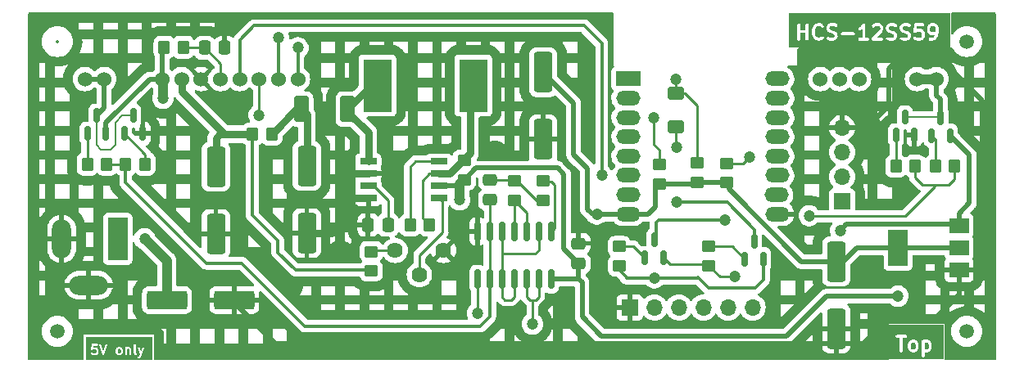
<source format=gbr>
G04 #@! TF.GenerationSoftware,KiCad,Pcbnew,7.0.2*
G04 #@! TF.CreationDate,2023-08-17T14:48:06+02:00*
G04 #@! TF.ProjectId,Samsung-VFD-Display,53616d73-756e-4672-9d56-46442d446973,0.1*
G04 #@! TF.SameCoordinates,Original*
G04 #@! TF.FileFunction,Copper,L1,Top*
G04 #@! TF.FilePolarity,Positive*
%FSLAX46Y46*%
G04 Gerber Fmt 4.6, Leading zero omitted, Abs format (unit mm)*
G04 Created by KiCad (PCBNEW 7.0.2) date 2023-08-17 14:48:06*
%MOMM*%
%LPD*%
G01*
G04 APERTURE LIST*
G04 Aperture macros list*
%AMRoundRect*
0 Rectangle with rounded corners*
0 $1 Rounding radius*
0 $2 $3 $4 $5 $6 $7 $8 $9 X,Y pos of 4 corners*
0 Add a 4 corners polygon primitive as box body*
4,1,4,$2,$3,$4,$5,$6,$7,$8,$9,$2,$3,0*
0 Add four circle primitives for the rounded corners*
1,1,$1+$1,$2,$3*
1,1,$1+$1,$4,$5*
1,1,$1+$1,$6,$7*
1,1,$1+$1,$8,$9*
0 Add four rect primitives between the rounded corners*
20,1,$1+$1,$2,$3,$4,$5,0*
20,1,$1+$1,$4,$5,$6,$7,0*
20,1,$1+$1,$6,$7,$8,$9,0*
20,1,$1+$1,$8,$9,$2,$3,0*%
G04 Aperture macros list end*
%ADD10C,0.300000*%
%ADD11C,0.200000*%
G04 #@! TA.AperFunction,SMDPad,CuDef*
%ADD12RoundRect,0.150000X0.150000X-0.587500X0.150000X0.587500X-0.150000X0.587500X-0.150000X-0.587500X0*%
G04 #@! TD*
G04 #@! TA.AperFunction,SMDPad,CuDef*
%ADD13C,1.500000*%
G04 #@! TD*
G04 #@! TA.AperFunction,SMDPad,CuDef*
%ADD14RoundRect,0.250000X-0.350000X-0.450000X0.350000X-0.450000X0.350000X0.450000X-0.350000X0.450000X0*%
G04 #@! TD*
G04 #@! TA.AperFunction,SMDPad,CuDef*
%ADD15RoundRect,0.250000X0.600000X-0.400000X0.600000X0.400000X-0.600000X0.400000X-0.600000X-0.400000X0*%
G04 #@! TD*
G04 #@! TA.AperFunction,SMDPad,CuDef*
%ADD16RoundRect,0.250000X0.450000X-0.350000X0.450000X0.350000X-0.450000X0.350000X-0.450000X-0.350000X0*%
G04 #@! TD*
G04 #@! TA.AperFunction,ComponentPad*
%ADD17R,1.700000X1.700000*%
G04 #@! TD*
G04 #@! TA.AperFunction,ComponentPad*
%ADD18O,1.700000X1.700000*%
G04 #@! TD*
G04 #@! TA.AperFunction,SMDPad,CuDef*
%ADD19R,1.700000X0.650000*%
G04 #@! TD*
G04 #@! TA.AperFunction,SMDPad,CuDef*
%ADD20RoundRect,0.250000X-0.700000X1.825000X-0.700000X-1.825000X0.700000X-1.825000X0.700000X1.825000X0*%
G04 #@! TD*
G04 #@! TA.AperFunction,SMDPad,CuDef*
%ADD21RoundRect,0.250000X-1.825000X-0.700000X1.825000X-0.700000X1.825000X0.700000X-1.825000X0.700000X0*%
G04 #@! TD*
G04 #@! TA.AperFunction,SMDPad,CuDef*
%ADD22R,2.000000X1.500000*%
G04 #@! TD*
G04 #@! TA.AperFunction,SMDPad,CuDef*
%ADD23R,2.000000X3.800000*%
G04 #@! TD*
G04 #@! TA.AperFunction,SMDPad,CuDef*
%ADD24R,2.900000X5.400000*%
G04 #@! TD*
G04 #@! TA.AperFunction,SMDPad,CuDef*
%ADD25RoundRect,0.250000X-0.337500X-0.475000X0.337500X-0.475000X0.337500X0.475000X-0.337500X0.475000X0*%
G04 #@! TD*
G04 #@! TA.AperFunction,SMDPad,CuDef*
%ADD26RoundRect,0.250000X-0.500000X-1.100000X0.500000X-1.100000X0.500000X1.100000X-0.500000X1.100000X0*%
G04 #@! TD*
G04 #@! TA.AperFunction,ComponentPad*
%ADD27C,1.620000*%
G04 #@! TD*
G04 #@! TA.AperFunction,SMDPad,CuDef*
%ADD28RoundRect,0.250000X-0.475000X0.337500X-0.475000X-0.337500X0.475000X-0.337500X0.475000X0.337500X0*%
G04 #@! TD*
G04 #@! TA.AperFunction,ComponentPad*
%ADD29R,2.000000X4.400000*%
G04 #@! TD*
G04 #@! TA.AperFunction,ComponentPad*
%ADD30O,2.000000X4.000000*%
G04 #@! TD*
G04 #@! TA.AperFunction,ComponentPad*
%ADD31O,4.000000X2.000000*%
G04 #@! TD*
G04 #@! TA.AperFunction,SMDPad,CuDef*
%ADD32RoundRect,0.150000X-0.150000X0.825000X-0.150000X-0.825000X0.150000X-0.825000X0.150000X0.825000X0*%
G04 #@! TD*
G04 #@! TA.AperFunction,ComponentPad*
%ADD33R,2.500000X1.500000*%
G04 #@! TD*
G04 #@! TA.AperFunction,ComponentPad*
%ADD34O,2.500000X1.500000*%
G04 #@! TD*
G04 #@! TA.AperFunction,SMDPad,CuDef*
%ADD35RoundRect,0.250000X-0.450000X0.350000X-0.450000X-0.350000X0.450000X-0.350000X0.450000X0.350000X0*%
G04 #@! TD*
G04 #@! TA.AperFunction,SMDPad,CuDef*
%ADD36RoundRect,0.250000X0.350000X0.450000X-0.350000X0.450000X-0.350000X-0.450000X0.350000X-0.450000X0*%
G04 #@! TD*
G04 #@! TA.AperFunction,ComponentPad*
%ADD37C,1.524000*%
G04 #@! TD*
G04 #@! TA.AperFunction,ViaPad*
%ADD38C,1.200000*%
G04 #@! TD*
G04 #@! TA.AperFunction,Conductor*
%ADD39C,0.250000*%
G04 #@! TD*
G04 #@! TA.AperFunction,Conductor*
%ADD40C,0.320000*%
G04 #@! TD*
G04 #@! TA.AperFunction,Conductor*
%ADD41C,0.800000*%
G04 #@! TD*
G04 #@! TA.AperFunction,Conductor*
%ADD42C,0.500000*%
G04 #@! TD*
G04 #@! TA.AperFunction,Conductor*
%ADD43C,1.000000*%
G04 #@! TD*
G04 #@! TA.AperFunction,Conductor*
%ADD44C,0.200000*%
G04 #@! TD*
%ADD45C,0.350000*%
%ADD46O,1.000000X3.400000*%
%ADD47O,1.000000X3.000000*%
%ADD48O,3.000000X1.000000*%
G04 APERTURE END LIST*
D10*
G36*
X187943944Y-58455135D02*
G01*
X187980948Y-58492139D01*
X188025655Y-58581551D01*
X188025655Y-58867874D01*
X187980948Y-58957287D01*
X187943943Y-58994292D01*
X187854529Y-59039000D01*
X187639636Y-59039000D01*
X187550224Y-58994294D01*
X187513217Y-58957287D01*
X187468512Y-58867874D01*
X187468512Y-58581551D01*
X187513218Y-58492138D01*
X187550222Y-58455134D01*
X187639636Y-58410428D01*
X187854530Y-58410428D01*
X187943944Y-58455135D01*
G37*
G36*
X189575655Y-60608286D02*
G01*
X172868514Y-60608286D01*
X172868514Y-58996963D01*
X173735200Y-58996963D01*
X173739942Y-59007346D01*
X173739942Y-59781996D01*
X173758426Y-59844948D01*
X173824999Y-59902633D01*
X173912191Y-59915170D01*
X173992318Y-59878577D01*
X174039942Y-59804472D01*
X174039942Y-59124714D01*
X174597085Y-59124714D01*
X174597085Y-59781996D01*
X174615569Y-59844948D01*
X174682142Y-59902633D01*
X174769334Y-59915170D01*
X174849461Y-59878577D01*
X174897085Y-59804472D01*
X174897085Y-59111222D01*
X175233739Y-59111222D01*
X175239943Y-59136037D01*
X175239943Y-59139139D01*
X175245161Y-59156912D01*
X175309369Y-59413744D01*
X175307510Y-59430973D01*
X175319843Y-59455640D01*
X175321081Y-59460589D01*
X175329454Y-59474861D01*
X175390224Y-59596400D01*
X175395590Y-59621064D01*
X175424814Y-59650289D01*
X175452967Y-59680555D01*
X175455806Y-59681281D01*
X175563881Y-59789357D01*
X175586439Y-59817375D01*
X175615518Y-59827068D01*
X175642425Y-59841760D01*
X175656561Y-59840748D01*
X175824668Y-59896783D01*
X175845899Y-59910428D01*
X175887222Y-59910428D01*
X175928537Y-59911922D01*
X175931058Y-59910428D01*
X176013995Y-59910428D01*
X176038450Y-59916658D01*
X176077638Y-59903595D01*
X176117320Y-59891944D01*
X176119239Y-59889728D01*
X176286857Y-59833856D01*
X176322009Y-59826209D01*
X176343681Y-59804536D01*
X176368857Y-59787040D01*
X176374275Y-59773941D01*
X176439831Y-59708385D01*
X176471275Y-59650801D01*
X176464989Y-59562938D01*
X176412200Y-59492419D01*
X176329666Y-59461636D01*
X176243591Y-59480362D01*
X176166057Y-59557895D01*
X176008459Y-59610428D01*
X175914285Y-59610428D01*
X175756684Y-59557895D01*
X175656077Y-59457286D01*
X175602899Y-59350932D01*
X175539943Y-59099106D01*
X175539943Y-58921749D01*
X175602897Y-58669928D01*
X175656078Y-58563568D01*
X175656722Y-58562924D01*
X176734513Y-58562924D01*
X176739943Y-58576016D01*
X176739943Y-58680923D01*
X176736082Y-58716687D01*
X176749789Y-58744101D01*
X176758427Y-58773520D01*
X176769138Y-58782801D01*
X176818796Y-58882119D01*
X176824162Y-58906780D01*
X176853366Y-58935983D01*
X176881538Y-58966270D01*
X176884379Y-58966996D01*
X176913433Y-58996049D01*
X176926323Y-59017752D01*
X176963297Y-59036239D01*
X176999570Y-59056046D01*
X177002492Y-59055836D01*
X177084678Y-59096929D01*
X177096548Y-59109553D01*
X177123301Y-59116241D01*
X177127865Y-59118523D01*
X177144155Y-59121454D01*
X177409014Y-59187669D01*
X177515376Y-59240849D01*
X177552379Y-59277853D01*
X177597086Y-59367266D01*
X177597086Y-59439304D01*
X177552379Y-59528716D01*
X177515374Y-59565722D01*
X177425962Y-59610428D01*
X177128571Y-59610428D01*
X176916916Y-59539877D01*
X176851349Y-59537506D01*
X176775572Y-59582421D01*
X176736106Y-59661174D01*
X176745483Y-59748761D01*
X176800725Y-59817375D01*
X177038954Y-59896783D01*
X177060185Y-59910428D01*
X177101508Y-59910428D01*
X177142823Y-59911922D01*
X177145344Y-59910428D01*
X177453298Y-59910428D01*
X177489058Y-59914289D01*
X177516473Y-59900581D01*
X177545891Y-59891944D01*
X177555172Y-59881232D01*
X177654491Y-59831574D01*
X177679152Y-59826209D01*
X177708350Y-59797010D01*
X177738642Y-59768834D01*
X177739368Y-59765990D01*
X177768421Y-59736937D01*
X177790124Y-59724048D01*
X177808611Y-59687073D01*
X177828418Y-59650801D01*
X177828208Y-59647878D01*
X177877638Y-59549019D01*
X177897086Y-59518758D01*
X177897086Y-59488105D01*
X177902516Y-59457933D01*
X177897086Y-59444840D01*
X177897086Y-59339931D01*
X177900947Y-59304168D01*
X177887238Y-59276752D01*
X177878602Y-59247337D01*
X177867890Y-59238055D01*
X177854487Y-59211249D01*
X178235200Y-59211249D01*
X178271793Y-59291376D01*
X178345898Y-59339000D01*
X179554368Y-59339000D01*
X179617320Y-59320516D01*
X179675005Y-59253943D01*
X179687542Y-59166751D01*
X179650949Y-59086624D01*
X179576844Y-59039000D01*
X178368374Y-59039000D01*
X178305422Y-59057484D01*
X178247737Y-59124057D01*
X178235200Y-59211249D01*
X177854487Y-59211249D01*
X177818231Y-59138740D01*
X177812867Y-59114079D01*
X177783652Y-59084864D01*
X177755490Y-59054587D01*
X177752649Y-59053860D01*
X177723594Y-59024804D01*
X177710705Y-59003104D01*
X177673742Y-58984622D01*
X177637461Y-58964811D01*
X177634537Y-58965020D01*
X177552348Y-58923925D01*
X177540480Y-58911303D01*
X177513728Y-58904615D01*
X177509162Y-58902332D01*
X177492864Y-58899399D01*
X177228012Y-58833186D01*
X177121654Y-58780007D01*
X177084648Y-58743002D01*
X177060403Y-58694510D01*
X180019422Y-58694510D01*
X180047202Y-58778103D01*
X180115766Y-58833406D01*
X180203345Y-58842861D01*
X180368772Y-58760146D01*
X180393436Y-58754781D01*
X180422656Y-58725560D01*
X180452927Y-58697404D01*
X180453653Y-58694563D01*
X180454228Y-58693989D01*
X180454228Y-59610428D01*
X180154089Y-59610428D01*
X180091137Y-59628912D01*
X180033452Y-59695485D01*
X180020915Y-59782677D01*
X180057508Y-59862804D01*
X180131613Y-59910428D01*
X180593497Y-59910428D01*
X180626477Y-59915170D01*
X180636860Y-59910428D01*
X181054368Y-59910428D01*
X181117320Y-59891944D01*
X181175005Y-59825371D01*
X181181144Y-59782677D01*
X181378057Y-59782677D01*
X181385111Y-59798124D01*
X181386323Y-59815060D01*
X181403051Y-59837407D01*
X181414650Y-59862804D01*
X181428934Y-59871983D01*
X181439112Y-59885580D01*
X181465273Y-59895337D01*
X181488755Y-59910428D01*
X181505733Y-59910428D01*
X181521646Y-59916363D01*
X181548928Y-59910428D01*
X182482939Y-59910428D01*
X182545891Y-59891944D01*
X182603576Y-59825371D01*
X182616113Y-59738179D01*
X182579520Y-59658052D01*
X182505415Y-59610428D01*
X181894931Y-59610428D01*
X182490299Y-59015059D01*
X182518316Y-58992503D01*
X182528009Y-58963424D01*
X182542702Y-58936516D01*
X182541690Y-58922379D01*
X182597726Y-58754275D01*
X182611371Y-58733044D01*
X182611370Y-58691731D01*
X182612866Y-58650407D01*
X182611371Y-58647884D01*
X182611371Y-58562924D01*
X182877369Y-58562924D01*
X182882799Y-58576016D01*
X182882799Y-58680923D01*
X182878938Y-58716687D01*
X182892645Y-58744101D01*
X182901283Y-58773520D01*
X182911994Y-58782801D01*
X182961652Y-58882119D01*
X182967018Y-58906780D01*
X182996222Y-58935983D01*
X183024394Y-58966270D01*
X183027235Y-58966996D01*
X183056289Y-58996049D01*
X183069179Y-59017752D01*
X183106153Y-59036239D01*
X183142426Y-59056046D01*
X183145348Y-59055836D01*
X183227534Y-59096929D01*
X183239404Y-59109553D01*
X183266157Y-59116241D01*
X183270721Y-59118523D01*
X183287011Y-59121454D01*
X183551870Y-59187669D01*
X183658232Y-59240849D01*
X183695235Y-59277853D01*
X183739942Y-59367266D01*
X183739942Y-59439304D01*
X183695235Y-59528716D01*
X183658230Y-59565722D01*
X183568818Y-59610428D01*
X183271427Y-59610428D01*
X183059772Y-59539877D01*
X182994205Y-59537506D01*
X182918428Y-59582421D01*
X182878962Y-59661174D01*
X182888339Y-59748761D01*
X182943581Y-59817375D01*
X183181810Y-59896783D01*
X183203041Y-59910428D01*
X183244364Y-59910428D01*
X183285679Y-59911922D01*
X183288200Y-59910428D01*
X183596154Y-59910428D01*
X183631914Y-59914289D01*
X183659329Y-59900581D01*
X183688747Y-59891944D01*
X183698028Y-59881232D01*
X183797347Y-59831574D01*
X183822008Y-59826209D01*
X183851206Y-59797010D01*
X183881498Y-59768834D01*
X183882224Y-59765990D01*
X183911277Y-59736937D01*
X183932980Y-59724048D01*
X183951467Y-59687073D01*
X183971274Y-59650801D01*
X183971064Y-59647878D01*
X184020494Y-59549019D01*
X184039942Y-59518758D01*
X184039942Y-59488105D01*
X184045372Y-59457933D01*
X184039942Y-59444840D01*
X184039942Y-59339931D01*
X184043803Y-59304168D01*
X184030094Y-59276752D01*
X184021458Y-59247337D01*
X184010746Y-59238055D01*
X183961087Y-59138740D01*
X183955723Y-59114079D01*
X183926508Y-59084864D01*
X183898346Y-59054587D01*
X183895505Y-59053860D01*
X183866450Y-59024804D01*
X183853561Y-59003104D01*
X183816598Y-58984622D01*
X183780317Y-58964811D01*
X183777393Y-58965020D01*
X183695204Y-58923925D01*
X183683336Y-58911303D01*
X183656584Y-58904615D01*
X183652018Y-58902332D01*
X183635720Y-58899399D01*
X183370868Y-58833186D01*
X183264510Y-58780007D01*
X183227504Y-58743002D01*
X183182799Y-58653589D01*
X183182799Y-58581551D01*
X183192112Y-58562924D01*
X184305940Y-58562924D01*
X184311370Y-58576016D01*
X184311370Y-58680923D01*
X184307509Y-58716687D01*
X184321216Y-58744101D01*
X184329854Y-58773520D01*
X184340565Y-58782801D01*
X184390223Y-58882119D01*
X184395589Y-58906780D01*
X184424793Y-58935983D01*
X184452965Y-58966270D01*
X184455806Y-58966996D01*
X184484860Y-58996049D01*
X184497750Y-59017752D01*
X184534724Y-59036239D01*
X184570997Y-59056046D01*
X184573919Y-59055836D01*
X184656105Y-59096929D01*
X184667975Y-59109553D01*
X184694728Y-59116241D01*
X184699292Y-59118523D01*
X184715582Y-59121454D01*
X184980441Y-59187669D01*
X185086803Y-59240849D01*
X185123806Y-59277853D01*
X185168513Y-59367266D01*
X185168513Y-59439304D01*
X185123806Y-59528716D01*
X185086801Y-59565722D01*
X184997389Y-59610428D01*
X184699998Y-59610428D01*
X184488343Y-59539877D01*
X184422776Y-59537506D01*
X184346999Y-59582421D01*
X184307533Y-59661174D01*
X184316910Y-59748761D01*
X184372152Y-59817375D01*
X184610381Y-59896783D01*
X184631612Y-59910428D01*
X184672935Y-59910428D01*
X184714250Y-59911922D01*
X184716771Y-59910428D01*
X185024725Y-59910428D01*
X185060485Y-59914289D01*
X185087900Y-59900581D01*
X185117318Y-59891944D01*
X185126599Y-59881232D01*
X185225918Y-59831574D01*
X185250579Y-59826209D01*
X185279777Y-59797010D01*
X185310069Y-59768834D01*
X185310795Y-59765990D01*
X185339848Y-59736937D01*
X185361551Y-59724048D01*
X185380038Y-59687073D01*
X185399845Y-59650801D01*
X185399635Y-59647878D01*
X185420366Y-59606417D01*
X185734006Y-59606417D01*
X185752731Y-59692492D01*
X185842003Y-59781765D01*
X185854893Y-59803468D01*
X185891867Y-59821954D01*
X185928137Y-59841760D01*
X185931060Y-59841550D01*
X186029923Y-59890981D01*
X186060183Y-59910428D01*
X186090835Y-59910428D01*
X186121009Y-59915858D01*
X186134101Y-59910428D01*
X186453296Y-59910428D01*
X186489056Y-59914289D01*
X186516471Y-59900581D01*
X186545889Y-59891944D01*
X186555170Y-59881232D01*
X186654489Y-59831574D01*
X186679150Y-59826209D01*
X186708348Y-59797010D01*
X186738640Y-59768834D01*
X186739366Y-59765990D01*
X186768419Y-59736937D01*
X186790122Y-59724048D01*
X186808609Y-59687073D01*
X186828416Y-59650801D01*
X186828206Y-59647878D01*
X186877636Y-59549019D01*
X186897084Y-59518758D01*
X186897084Y-59488105D01*
X186902514Y-59457933D01*
X186897084Y-59444840D01*
X186897084Y-59125645D01*
X186900945Y-59089882D01*
X186887236Y-59062466D01*
X186878600Y-59033051D01*
X186867888Y-59023769D01*
X186818229Y-58924454D01*
X186812865Y-58899793D01*
X186783650Y-58870578D01*
X186755488Y-58840301D01*
X186752647Y-58839574D01*
X186723592Y-58810518D01*
X186710703Y-58788818D01*
X186673746Y-58770339D01*
X186637459Y-58750525D01*
X186634534Y-58750734D01*
X186535673Y-58701304D01*
X186505413Y-58681857D01*
X186474761Y-58681857D01*
X186444587Y-58676427D01*
X186431495Y-58681857D01*
X186112304Y-58681857D01*
X186076540Y-58677996D01*
X186070035Y-58681248D01*
X186081868Y-58562924D01*
X187163082Y-58562924D01*
X187168512Y-58576016D01*
X187168512Y-58895208D01*
X187164651Y-58930972D01*
X187178358Y-58958386D01*
X187186996Y-58987805D01*
X187197707Y-58997086D01*
X187247365Y-59096402D01*
X187252730Y-59121064D01*
X187281936Y-59150270D01*
X187310107Y-59180555D01*
X187312947Y-59181281D01*
X187342002Y-59210336D01*
X187354892Y-59232038D01*
X187391854Y-59250519D01*
X187428138Y-59270332D01*
X187431061Y-59270122D01*
X187529920Y-59319552D01*
X187560182Y-59339000D01*
X187590835Y-59339000D01*
X187621007Y-59344430D01*
X187634099Y-59339000D01*
X187881864Y-59339000D01*
X187917628Y-59342861D01*
X187945043Y-59329153D01*
X187969972Y-59321833D01*
X187965006Y-59341698D01*
X187844801Y-59522006D01*
X187801085Y-59565722D01*
X187711673Y-59610428D01*
X187439801Y-59610428D01*
X187376849Y-59628912D01*
X187319164Y-59695485D01*
X187306627Y-59782677D01*
X187343220Y-59862804D01*
X187417325Y-59910428D01*
X187739007Y-59910428D01*
X187774770Y-59914289D01*
X187802184Y-59900581D01*
X187831603Y-59891944D01*
X187840884Y-59881232D01*
X187940200Y-59831574D01*
X187964862Y-59826210D01*
X187994073Y-59796998D01*
X188024353Y-59768833D01*
X188025079Y-59765992D01*
X188047376Y-59743695D01*
X188061745Y-59737423D01*
X188077937Y-59713134D01*
X188082686Y-59708386D01*
X188089852Y-59695261D01*
X188219499Y-59500791D01*
X188239065Y-59482395D01*
X188248699Y-59443856D01*
X188260537Y-59405912D01*
X188259304Y-59401437D01*
X188315188Y-59177900D01*
X188325655Y-59161615D01*
X188325655Y-59136035D01*
X188326407Y-59133028D01*
X188325655Y-59114522D01*
X188325655Y-58916676D01*
X188331085Y-58886504D01*
X188325655Y-58873411D01*
X188325655Y-58554216D01*
X188329516Y-58518453D01*
X188315807Y-58491037D01*
X188307171Y-58461622D01*
X188296459Y-58452340D01*
X188246801Y-58353025D01*
X188241436Y-58328362D01*
X188212205Y-58299131D01*
X188184059Y-58268872D01*
X188181219Y-58268145D01*
X188152161Y-58239088D01*
X188139274Y-58217390D01*
X188102320Y-58198913D01*
X188066029Y-58179096D01*
X188063104Y-58179305D01*
X187964242Y-58129873D01*
X187933984Y-58110428D01*
X187903333Y-58110428D01*
X187873159Y-58104998D01*
X187860067Y-58110428D01*
X187612301Y-58110428D01*
X187576537Y-58106567D01*
X187549121Y-58120275D01*
X187519706Y-58128912D01*
X187510424Y-58139623D01*
X187411109Y-58189282D01*
X187386448Y-58194647D01*
X187357233Y-58223861D01*
X187326956Y-58252024D01*
X187326229Y-58254864D01*
X187297173Y-58283919D01*
X187275473Y-58296809D01*
X187256992Y-58333769D01*
X187237180Y-58370053D01*
X187237389Y-58372976D01*
X187187957Y-58471839D01*
X187168512Y-58502098D01*
X187168512Y-58532749D01*
X187163082Y-58562924D01*
X186081868Y-58562924D01*
X186097118Y-58410428D01*
X186697223Y-58410428D01*
X186760175Y-58391944D01*
X186817860Y-58325371D01*
X186830397Y-58238179D01*
X186793804Y-58158052D01*
X186719699Y-58110428D01*
X185979642Y-58110428D01*
X185954628Y-58104241D01*
X185916013Y-58117412D01*
X185876849Y-58128912D01*
X185874561Y-58131551D01*
X185871257Y-58132679D01*
X185845893Y-58164636D01*
X185819164Y-58195485D01*
X185818666Y-58198942D01*
X185816496Y-58201678D01*
X185812436Y-58242273D01*
X185806627Y-58282677D01*
X185808078Y-58285854D01*
X185743711Y-58929521D01*
X185737180Y-58941484D01*
X185739405Y-58972587D01*
X185738539Y-58981250D01*
X185740936Y-58993997D01*
X185743466Y-59029348D01*
X185748969Y-59036700D01*
X185750668Y-59045728D01*
X185775012Y-59071489D01*
X185796255Y-59099866D01*
X185804862Y-59103076D01*
X185811170Y-59109751D01*
X185845573Y-59118260D01*
X185878789Y-59130649D01*
X185887764Y-59128696D01*
X185896682Y-59130902D01*
X185930234Y-59119456D01*
X185964864Y-59111923D01*
X185971357Y-59105429D01*
X185980053Y-59102463D01*
X186002091Y-59074694D01*
X186050221Y-59026563D01*
X186139637Y-58981857D01*
X186425958Y-58981857D01*
X186515374Y-59026563D01*
X186552377Y-59063567D01*
X186597084Y-59152980D01*
X186597084Y-59439304D01*
X186552377Y-59528716D01*
X186515372Y-59565722D01*
X186425960Y-59610428D01*
X186139636Y-59610428D01*
X186050222Y-59565721D01*
X185980757Y-59496255D01*
X185923173Y-59464811D01*
X185835310Y-59471095D01*
X185764790Y-59523883D01*
X185734006Y-59606417D01*
X185420366Y-59606417D01*
X185449065Y-59549019D01*
X185468513Y-59518758D01*
X185468513Y-59488105D01*
X185473943Y-59457933D01*
X185468513Y-59444840D01*
X185468513Y-59339931D01*
X185472374Y-59304168D01*
X185458665Y-59276752D01*
X185450029Y-59247337D01*
X185439317Y-59238055D01*
X185389658Y-59138740D01*
X185384294Y-59114079D01*
X185355079Y-59084864D01*
X185326917Y-59054587D01*
X185324076Y-59053860D01*
X185295021Y-59024804D01*
X185282132Y-59003104D01*
X185245169Y-58984622D01*
X185208888Y-58964811D01*
X185205964Y-58965020D01*
X185123775Y-58923925D01*
X185111907Y-58911303D01*
X185085155Y-58904615D01*
X185080589Y-58902332D01*
X185064291Y-58899399D01*
X184799439Y-58833186D01*
X184693081Y-58780007D01*
X184656075Y-58743002D01*
X184611370Y-58653589D01*
X184611370Y-58581551D01*
X184656076Y-58492138D01*
X184693080Y-58455134D01*
X184782494Y-58410428D01*
X185079886Y-58410428D01*
X185291539Y-58480980D01*
X185357106Y-58483352D01*
X185432883Y-58438437D01*
X185472350Y-58359684D01*
X185462973Y-58272097D01*
X185407731Y-58203482D01*
X185169502Y-58124072D01*
X185148271Y-58110428D01*
X185106958Y-58110428D01*
X185065634Y-58108933D01*
X185063112Y-58110428D01*
X184755159Y-58110428D01*
X184719395Y-58106567D01*
X184691979Y-58120275D01*
X184662564Y-58128912D01*
X184653282Y-58139623D01*
X184553967Y-58189282D01*
X184529306Y-58194647D01*
X184500091Y-58223861D01*
X184469814Y-58252024D01*
X184469087Y-58254864D01*
X184440031Y-58283919D01*
X184418331Y-58296809D01*
X184399850Y-58333769D01*
X184380038Y-58370053D01*
X184380247Y-58372976D01*
X184330815Y-58471839D01*
X184311370Y-58502098D01*
X184311370Y-58532749D01*
X184305940Y-58562924D01*
X183192112Y-58562924D01*
X183227505Y-58492138D01*
X183264509Y-58455134D01*
X183353923Y-58410428D01*
X183651315Y-58410428D01*
X183862968Y-58480980D01*
X183928535Y-58483352D01*
X184004312Y-58438437D01*
X184043779Y-58359684D01*
X184034402Y-58272097D01*
X183979160Y-58203482D01*
X183740931Y-58124072D01*
X183719700Y-58110428D01*
X183678387Y-58110428D01*
X183637063Y-58108933D01*
X183634541Y-58110428D01*
X183326588Y-58110428D01*
X183290824Y-58106567D01*
X183263408Y-58120275D01*
X183233993Y-58128912D01*
X183224711Y-58139623D01*
X183125396Y-58189282D01*
X183100735Y-58194647D01*
X183071520Y-58223861D01*
X183041243Y-58252024D01*
X183040516Y-58254864D01*
X183011460Y-58283919D01*
X182989760Y-58296809D01*
X182971279Y-58333769D01*
X182951467Y-58370053D01*
X182951676Y-58372976D01*
X182902244Y-58471839D01*
X182882799Y-58502098D01*
X182882799Y-58532749D01*
X182877369Y-58562924D01*
X182611371Y-58562924D01*
X182611371Y-58554216D01*
X182615232Y-58518453D01*
X182601523Y-58491037D01*
X182592887Y-58461622D01*
X182582175Y-58452340D01*
X182532517Y-58353025D01*
X182527152Y-58328362D01*
X182497921Y-58299131D01*
X182469775Y-58268872D01*
X182466935Y-58268145D01*
X182437877Y-58239088D01*
X182424990Y-58217390D01*
X182388036Y-58198913D01*
X182351745Y-58179096D01*
X182348820Y-58179305D01*
X182249958Y-58129873D01*
X182219700Y-58110428D01*
X182189049Y-58110428D01*
X182158875Y-58104998D01*
X182145783Y-58110428D01*
X181826590Y-58110428D01*
X181790826Y-58106567D01*
X181763410Y-58120274D01*
X181733994Y-58128912D01*
X181724712Y-58139623D01*
X181625394Y-58189282D01*
X181600733Y-58194647D01*
X181571511Y-58223868D01*
X181541243Y-58252024D01*
X181540516Y-58254863D01*
X181482911Y-58312470D01*
X181451467Y-58370054D01*
X181457752Y-58457917D01*
X181510541Y-58528437D01*
X181593075Y-58559220D01*
X181679150Y-58540495D01*
X181764509Y-58455135D01*
X181853925Y-58410428D01*
X182140246Y-58410428D01*
X182229660Y-58455135D01*
X182266664Y-58492139D01*
X182311371Y-58581551D01*
X182311371Y-58664659D01*
X182258837Y-58822257D01*
X181453805Y-59627289D01*
X181448279Y-59628912D01*
X181422941Y-59658153D01*
X181411482Y-59669613D01*
X181408874Y-59674387D01*
X181390594Y-59695485D01*
X181388177Y-59712290D01*
X181380038Y-59727197D01*
X181382030Y-59755045D01*
X181378057Y-59782677D01*
X181181144Y-59782677D01*
X181187542Y-59738179D01*
X181150949Y-59658052D01*
X181076844Y-59610428D01*
X180754228Y-59610428D01*
X180754228Y-58283284D01*
X180760539Y-58263055D01*
X180754228Y-58240144D01*
X180754228Y-58238860D01*
X180748503Y-58219364D01*
X180737145Y-58178130D01*
X180736129Y-58177219D01*
X180735744Y-58175908D01*
X180703414Y-58147894D01*
X180671551Y-58119333D01*
X180670201Y-58119115D01*
X180669171Y-58118223D01*
X180626863Y-58112139D01*
X180584583Y-58105334D01*
X180583331Y-58105880D01*
X180581979Y-58105686D01*
X180543036Y-58123470D01*
X180503852Y-58140576D01*
X180503095Y-58141711D01*
X180501852Y-58142279D01*
X180478706Y-58178294D01*
X180344803Y-58379149D01*
X180229660Y-58494292D01*
X180089284Y-58564482D01*
X180041244Y-58609167D01*
X180019422Y-58694510D01*
X177060403Y-58694510D01*
X177039943Y-58653589D01*
X177039943Y-58581551D01*
X177084649Y-58492138D01*
X177121653Y-58455134D01*
X177211067Y-58410428D01*
X177508459Y-58410428D01*
X177720112Y-58480980D01*
X177785679Y-58483352D01*
X177861456Y-58438437D01*
X177900923Y-58359684D01*
X177891546Y-58272097D01*
X177836304Y-58203482D01*
X177598075Y-58124072D01*
X177576844Y-58110428D01*
X177535531Y-58110428D01*
X177494207Y-58108933D01*
X177491685Y-58110428D01*
X177183732Y-58110428D01*
X177147968Y-58106567D01*
X177120552Y-58120275D01*
X177091137Y-58128912D01*
X177081855Y-58139623D01*
X176982540Y-58189282D01*
X176957879Y-58194647D01*
X176928664Y-58223861D01*
X176898387Y-58252024D01*
X176897660Y-58254864D01*
X176868604Y-58283919D01*
X176846904Y-58296809D01*
X176828423Y-58333769D01*
X176808611Y-58370053D01*
X176808820Y-58372976D01*
X176759388Y-58471839D01*
X176739943Y-58502098D01*
X176739943Y-58532749D01*
X176734513Y-58562924D01*
X175656722Y-58562924D01*
X175756684Y-58462961D01*
X175914284Y-58410428D01*
X176008459Y-58410428D01*
X176166059Y-58462962D01*
X176227699Y-58524602D01*
X176285282Y-58556045D01*
X176373146Y-58549760D01*
X176443665Y-58496971D01*
X176474448Y-58414438D01*
X176455724Y-58328362D01*
X176358861Y-58231500D01*
X176336304Y-58203482D01*
X176307223Y-58193788D01*
X176280317Y-58179096D01*
X176266179Y-58180107D01*
X176098075Y-58124072D01*
X176076844Y-58110428D01*
X176035531Y-58110428D01*
X175994207Y-58108933D01*
X175991685Y-58110428D01*
X175908747Y-58110428D01*
X175884292Y-58104198D01*
X175845099Y-58117262D01*
X175805423Y-58128912D01*
X175803503Y-58131127D01*
X175635884Y-58187000D01*
X175600735Y-58194647D01*
X175579060Y-58216321D01*
X175553885Y-58233818D01*
X175548467Y-58246914D01*
X175440032Y-58355349D01*
X175418333Y-58368238D01*
X175399857Y-58405189D01*
X175380039Y-58441483D01*
X175380248Y-58444407D01*
X175339156Y-58526591D01*
X175326532Y-58538462D01*
X175319843Y-58565217D01*
X175317562Y-58569780D01*
X175314630Y-58586067D01*
X175250409Y-58842954D01*
X175239943Y-58859241D01*
X175239943Y-58884820D01*
X175239191Y-58887829D01*
X175239943Y-58906334D01*
X175239943Y-59092883D01*
X175233739Y-59111222D01*
X174897085Y-59111222D01*
X174897085Y-58985444D01*
X174901827Y-58952465D01*
X174897085Y-58942081D01*
X174897085Y-58238860D01*
X174878601Y-58175908D01*
X174812028Y-58118223D01*
X174724836Y-58105686D01*
X174644709Y-58142279D01*
X174597085Y-58216384D01*
X174597085Y-58824714D01*
X174039942Y-58824714D01*
X174039942Y-58238860D01*
X174021458Y-58175908D01*
X173954885Y-58118223D01*
X173867693Y-58105686D01*
X173787566Y-58142279D01*
X173739942Y-58216384D01*
X173739942Y-58963983D01*
X173735200Y-58996963D01*
X172868514Y-58996963D01*
X172868514Y-57029714D01*
X189575655Y-57029714D01*
X189575655Y-60608286D01*
G37*
D11*
G36*
X103766040Y-91847556D02*
G01*
X103790710Y-91872226D01*
X103820514Y-91931833D01*
X103820514Y-92170336D01*
X103790710Y-92229943D01*
X103766039Y-92254614D01*
X103706432Y-92284419D01*
X103610787Y-92284419D01*
X103551180Y-92254615D01*
X103526509Y-92229943D01*
X103496705Y-92170335D01*
X103496705Y-91931834D01*
X103526509Y-91872225D01*
X103551178Y-91847556D01*
X103610787Y-91817752D01*
X103706432Y-91817752D01*
X103766040Y-91847556D01*
G37*
G36*
X107044325Y-92949657D02*
G01*
X100191943Y-92949657D01*
X100191943Y-92721425D01*
X105578263Y-92721425D01*
X105596783Y-92777153D01*
X105642492Y-92814023D01*
X105700878Y-92820326D01*
X105811163Y-92765183D01*
X105827606Y-92761606D01*
X105847085Y-92742126D01*
X105867266Y-92723355D01*
X105867750Y-92721461D01*
X105890090Y-92699121D01*
X105907220Y-92686916D01*
X105915908Y-92665195D01*
X105927117Y-92644668D01*
X105926662Y-92638310D01*
X106003210Y-92446940D01*
X106004813Y-92445705D01*
X106006877Y-92439923D01*
X106011282Y-92435641D01*
X106016197Y-92414470D01*
X106018703Y-92408208D01*
X106018884Y-92406306D01*
X106257620Y-91737845D01*
X106260131Y-91694177D01*
X106231269Y-91643033D01*
X106179339Y-91615613D01*
X106120827Y-91620620D01*
X106074312Y-91656466D01*
X105920515Y-92087097D01*
X105771758Y-91670577D01*
X105746038Y-91635199D01*
X105691307Y-91613909D01*
X105633755Y-91625589D01*
X105591653Y-91666530D01*
X105578370Y-91723733D01*
X105813612Y-92382414D01*
X105740051Y-92566318D01*
X105718422Y-92587947D01*
X105624838Y-92634740D01*
X105592811Y-92664530D01*
X105578263Y-92721425D01*
X100191943Y-92721425D01*
X100191943Y-92281744D01*
X100721319Y-92281744D01*
X100733802Y-92339127D01*
X100793318Y-92398644D01*
X100801911Y-92413111D01*
X100826549Y-92425430D01*
X100850740Y-92438640D01*
X100852689Y-92438500D01*
X100918594Y-92471453D01*
X100938770Y-92484419D01*
X100959205Y-92484419D01*
X100979321Y-92488039D01*
X100988049Y-92484419D01*
X101200843Y-92484419D01*
X101224686Y-92486993D01*
X101242962Y-92477854D01*
X101262575Y-92472096D01*
X101268763Y-92464954D01*
X101334971Y-92431850D01*
X101351415Y-92428273D01*
X101370900Y-92408787D01*
X101391074Y-92390022D01*
X101391558Y-92388128D01*
X101410931Y-92368755D01*
X101425396Y-92360164D01*
X101437713Y-92335529D01*
X101450925Y-92311333D01*
X101450785Y-92309385D01*
X101483738Y-92243480D01*
X101496704Y-92223305D01*
X101496704Y-92202869D01*
X101500324Y-92182754D01*
X101496704Y-92174025D01*
X101496704Y-91961231D01*
X101499278Y-91937388D01*
X101490139Y-91919110D01*
X101484381Y-91899500D01*
X101477239Y-91893312D01*
X101444134Y-91827101D01*
X101440558Y-91810661D01*
X101421083Y-91791186D01*
X101402307Y-91771000D01*
X101400412Y-91770515D01*
X101381042Y-91751145D01*
X101372450Y-91736679D01*
X101347815Y-91724361D01*
X101323620Y-91711150D01*
X101321670Y-91711289D01*
X101255769Y-91678338D01*
X101235591Y-91665371D01*
X101215155Y-91665371D01*
X101195040Y-91661751D01*
X101186312Y-91665371D01*
X100973517Y-91665371D01*
X100949674Y-91662797D01*
X100945339Y-91664964D01*
X100963393Y-91484419D01*
X101363464Y-91484419D01*
X101405432Y-91472096D01*
X101443889Y-91427714D01*
X101449572Y-91388186D01*
X101578265Y-91388186D01*
X101915163Y-92398879D01*
X101914756Y-92410149D01*
X101924271Y-92426202D01*
X101925431Y-92429682D01*
X101931565Y-92438509D01*
X101944699Y-92460667D01*
X101948175Y-92462409D01*
X101950393Y-92465600D01*
X101974184Y-92475442D01*
X101997201Y-92486976D01*
X102001064Y-92486562D01*
X102004658Y-92488049D01*
X102029988Y-92483466D01*
X102055593Y-92480726D01*
X102058623Y-92478286D01*
X102062445Y-92477595D01*
X102081271Y-92460051D01*
X102101335Y-92443898D01*
X102102564Y-92440209D01*
X102105408Y-92437560D01*
X102111764Y-92412609D01*
X102276162Y-91919416D01*
X103293085Y-91919416D01*
X103296705Y-91928144D01*
X103296704Y-92188556D01*
X103294131Y-92212400D01*
X103303269Y-92230676D01*
X103309028Y-92250289D01*
X103316169Y-92256477D01*
X103349273Y-92322684D01*
X103352850Y-92339127D01*
X103372333Y-92358610D01*
X103391102Y-92378788D01*
X103392994Y-92379271D01*
X103412366Y-92398644D01*
X103420959Y-92413111D01*
X103445597Y-92425430D01*
X103469788Y-92438640D01*
X103471737Y-92438500D01*
X103537642Y-92471453D01*
X103557818Y-92484419D01*
X103578253Y-92484419D01*
X103598369Y-92488039D01*
X103607097Y-92484419D01*
X103724653Y-92484419D01*
X103748496Y-92486993D01*
X103766772Y-92477854D01*
X103786385Y-92472096D01*
X103792573Y-92464954D01*
X103858781Y-92431850D01*
X103875225Y-92428273D01*
X103894710Y-92408787D01*
X103914884Y-92390022D01*
X103915368Y-92388128D01*
X103934741Y-92368755D01*
X103949206Y-92360164D01*
X103961523Y-92335529D01*
X103974735Y-92311333D01*
X103974595Y-92309385D01*
X104007548Y-92243480D01*
X104020514Y-92223305D01*
X104020514Y-92202869D01*
X104024134Y-92182754D01*
X104020514Y-92174025D01*
X104020514Y-91913612D01*
X104023088Y-91889769D01*
X104013949Y-91871491D01*
X104008191Y-91851881D01*
X104001049Y-91845693D01*
X103973621Y-91790836D01*
X104247246Y-91790836D01*
X104249086Y-91816565D01*
X104249086Y-92398798D01*
X104261409Y-92440766D01*
X104305791Y-92479223D01*
X104363918Y-92487580D01*
X104417337Y-92463185D01*
X104449086Y-92413782D01*
X104449086Y-91854410D01*
X104455940Y-91847556D01*
X104515549Y-91817752D01*
X104611194Y-91817752D01*
X104655502Y-91839906D01*
X104677657Y-91884214D01*
X104677657Y-92398798D01*
X104689980Y-92440766D01*
X104734362Y-92479223D01*
X104792489Y-92487580D01*
X104845908Y-92463185D01*
X104877657Y-92413782D01*
X104877657Y-92260019D01*
X105151274Y-92260019D01*
X105160412Y-92278296D01*
X105166171Y-92297908D01*
X105173311Y-92304095D01*
X105200631Y-92358735D01*
X105200494Y-92362620D01*
X105213638Y-92384750D01*
X105218454Y-92394382D01*
X105220957Y-92397073D01*
X105230483Y-92413111D01*
X105240565Y-92418152D01*
X105248245Y-92426408D01*
X105266321Y-92431030D01*
X105364844Y-92480292D01*
X105407893Y-92488039D01*
X105462138Y-92465541D01*
X105495608Y-92417288D01*
X105497678Y-92358599D01*
X105467689Y-92308108D01*
X105376002Y-92262264D01*
X105353847Y-92217955D01*
X105353848Y-91370040D01*
X105341525Y-91328072D01*
X105297143Y-91289615D01*
X105239016Y-91281258D01*
X105185597Y-91305653D01*
X105153848Y-91355056D01*
X105153848Y-92236175D01*
X105151274Y-92260019D01*
X104877657Y-92260019D01*
X104877657Y-91865993D01*
X104880231Y-91842150D01*
X104871092Y-91823872D01*
X104865334Y-91804262D01*
X104858192Y-91798074D01*
X104830873Y-91743436D01*
X104831011Y-91739551D01*
X104817861Y-91717411D01*
X104813050Y-91707789D01*
X104810549Y-91705100D01*
X104801022Y-91689060D01*
X104790940Y-91684019D01*
X104783260Y-91675762D01*
X104765179Y-91671138D01*
X104684341Y-91630719D01*
X104664163Y-91617752D01*
X104643727Y-91617752D01*
X104623612Y-91614132D01*
X104614884Y-91617752D01*
X104497327Y-91617752D01*
X104473484Y-91615178D01*
X104455206Y-91624316D01*
X104435596Y-91630075D01*
X104429408Y-91637216D01*
X104416370Y-91643734D01*
X104392381Y-91622948D01*
X104334254Y-91614591D01*
X104280835Y-91638986D01*
X104249086Y-91688389D01*
X104249086Y-91787466D01*
X104247246Y-91790836D01*
X103973621Y-91790836D01*
X103967944Y-91779482D01*
X103964368Y-91763042D01*
X103944893Y-91743567D01*
X103926117Y-91723381D01*
X103924222Y-91722896D01*
X103904852Y-91703526D01*
X103896260Y-91689060D01*
X103871625Y-91676742D01*
X103847430Y-91663531D01*
X103845480Y-91663670D01*
X103779579Y-91630719D01*
X103759401Y-91617752D01*
X103738965Y-91617752D01*
X103718850Y-91614132D01*
X103710122Y-91617752D01*
X103592565Y-91617752D01*
X103568722Y-91615178D01*
X103550444Y-91624316D01*
X103530834Y-91630075D01*
X103524646Y-91637216D01*
X103458435Y-91670321D01*
X103441995Y-91673898D01*
X103422520Y-91693372D01*
X103402334Y-91712149D01*
X103401849Y-91714043D01*
X103382479Y-91733413D01*
X103368013Y-91742006D01*
X103355695Y-91766640D01*
X103342484Y-91790836D01*
X103342623Y-91792785D01*
X103309672Y-91858686D01*
X103296705Y-91878865D01*
X103296705Y-91899300D01*
X103293085Y-91919416D01*
X102276162Y-91919416D01*
X102448500Y-91402401D01*
X102450081Y-91358690D01*
X102420138Y-91308172D01*
X102367636Y-91281862D01*
X102309244Y-91288113D01*
X102263502Y-91324940D01*
X102015752Y-92068190D01*
X101772740Y-91339155D01*
X101747778Y-91303238D01*
X101693513Y-91280789D01*
X101635726Y-91291242D01*
X101592762Y-91331278D01*
X101578265Y-91388186D01*
X101449572Y-91388186D01*
X101452246Y-91369587D01*
X101427851Y-91316168D01*
X101378448Y-91284419D01*
X100885079Y-91284419D01*
X100868402Y-91280294D01*
X100842656Y-91289075D01*
X100816548Y-91296742D01*
X100815023Y-91298501D01*
X100812820Y-91299253D01*
X100795905Y-91320564D01*
X100778091Y-91341124D01*
X100777759Y-91343428D01*
X100776313Y-91345251D01*
X100773606Y-91372315D01*
X100769734Y-91399251D01*
X100770701Y-91401369D01*
X100727790Y-91830480D01*
X100723436Y-91838455D01*
X100724919Y-91859194D01*
X100724342Y-91864966D01*
X100725939Y-91873457D01*
X100727625Y-91897031D01*
X100731295Y-91901933D01*
X100732427Y-91907952D01*
X100748655Y-91925124D01*
X100762818Y-91944043D01*
X100768557Y-91946183D01*
X100772763Y-91950634D01*
X100795697Y-91956306D01*
X100817841Y-91964566D01*
X100823825Y-91963263D01*
X100829769Y-91964734D01*
X100852133Y-91957105D01*
X100875224Y-91952082D01*
X100879553Y-91947752D01*
X100885351Y-91945775D01*
X100900044Y-91927261D01*
X100932130Y-91895175D01*
X100991739Y-91865371D01*
X101182622Y-91865371D01*
X101242230Y-91895175D01*
X101266900Y-91919845D01*
X101296704Y-91979453D01*
X101296704Y-92170336D01*
X101266900Y-92229943D01*
X101242229Y-92254614D01*
X101182622Y-92284419D01*
X100991739Y-92284419D01*
X100932132Y-92254615D01*
X100885820Y-92208302D01*
X100847431Y-92187340D01*
X100788855Y-92191529D01*
X100741843Y-92226721D01*
X100721319Y-92281744D01*
X100191943Y-92281744D01*
X100191943Y-90563943D01*
X107044325Y-90563943D01*
X107044325Y-92949657D01*
G37*
D10*
G36*
X187235718Y-91213135D02*
G01*
X187272721Y-91250138D01*
X187317428Y-91339552D01*
X187317428Y-91697304D01*
X187272720Y-91786718D01*
X187235716Y-91823722D01*
X187146304Y-91868428D01*
X186931409Y-91868428D01*
X186903142Y-91854294D01*
X186903142Y-91182562D01*
X186931411Y-91168428D01*
X187146303Y-91168428D01*
X187235718Y-91213135D01*
G37*
G36*
X185878575Y-91213135D02*
G01*
X185915578Y-91250138D01*
X185960285Y-91339552D01*
X185960285Y-91697304D01*
X185915577Y-91786718D01*
X185878573Y-91823722D01*
X185789161Y-91868428D01*
X185645695Y-91868428D01*
X185556281Y-91823721D01*
X185519276Y-91786716D01*
X185474571Y-91697303D01*
X185474571Y-91339551D01*
X185519277Y-91250138D01*
X185556281Y-91213134D01*
X185645695Y-91168428D01*
X185789160Y-91168428D01*
X185878575Y-91213135D01*
G37*
G36*
X188867429Y-92866286D02*
G01*
X183231714Y-92866286D01*
X183231714Y-90540677D01*
X183884115Y-90540677D01*
X183920708Y-90620804D01*
X183994813Y-90668428D01*
X184317428Y-90668428D01*
X184317428Y-92039996D01*
X184335912Y-92102948D01*
X184402485Y-92160633D01*
X184489677Y-92173170D01*
X184569804Y-92136577D01*
X184617428Y-92062472D01*
X184617428Y-91320924D01*
X185169141Y-91320924D01*
X185174571Y-91334016D01*
X185174571Y-91724637D01*
X185170710Y-91760401D01*
X185184417Y-91787815D01*
X185193055Y-91817234D01*
X185203766Y-91826515D01*
X185253424Y-91925831D01*
X185258789Y-91950493D01*
X185287994Y-91979698D01*
X185316166Y-92009984D01*
X185319006Y-92010710D01*
X185348063Y-92039767D01*
X185360952Y-92061467D01*
X185397901Y-92079941D01*
X185434197Y-92099761D01*
X185437121Y-92099551D01*
X185535979Y-92148980D01*
X185566241Y-92168428D01*
X185596893Y-92168428D01*
X185627067Y-92173858D01*
X185640159Y-92168428D01*
X185816495Y-92168428D01*
X185852258Y-92172289D01*
X185879672Y-92158581D01*
X185909091Y-92149944D01*
X185918372Y-92139232D01*
X186017688Y-92089574D01*
X186042350Y-92084210D01*
X186071561Y-92054998D01*
X186101841Y-92026833D01*
X186102567Y-92023992D01*
X186131624Y-91994935D01*
X186153324Y-91982047D01*
X186171798Y-91945097D01*
X186191618Y-91908802D01*
X186191408Y-91905877D01*
X186240837Y-91807019D01*
X186260285Y-91776758D01*
X186260285Y-91746106D01*
X186265715Y-91715932D01*
X186260285Y-91702839D01*
X186260285Y-91312218D01*
X186264146Y-91276455D01*
X186250438Y-91249040D01*
X186241801Y-91219622D01*
X186231089Y-91210340D01*
X186181431Y-91111022D01*
X186178025Y-91095366D01*
X186596907Y-91095366D01*
X186603142Y-91114128D01*
X186603142Y-91944338D01*
X186601683Y-91985731D01*
X186603142Y-91988187D01*
X186603142Y-92539996D01*
X186621626Y-92602948D01*
X186688199Y-92660633D01*
X186775391Y-92673170D01*
X186855518Y-92636577D01*
X186903142Y-92562472D01*
X186903141Y-92172123D01*
X186912782Y-92173858D01*
X186925874Y-92168428D01*
X187173638Y-92168428D01*
X187209401Y-92172289D01*
X187236815Y-92158581D01*
X187266234Y-92149944D01*
X187275515Y-92139232D01*
X187374831Y-92089574D01*
X187399493Y-92084210D01*
X187428704Y-92054998D01*
X187458984Y-92026833D01*
X187459710Y-92023992D01*
X187488767Y-91994935D01*
X187510467Y-91982047D01*
X187528941Y-91945097D01*
X187548761Y-91908802D01*
X187548551Y-91905877D01*
X187597980Y-91807019D01*
X187617428Y-91776758D01*
X187617428Y-91746106D01*
X187622858Y-91715932D01*
X187617428Y-91702839D01*
X187617428Y-91312218D01*
X187621289Y-91276455D01*
X187607581Y-91249040D01*
X187598944Y-91219622D01*
X187588232Y-91210340D01*
X187538574Y-91111022D01*
X187533209Y-91086362D01*
X187504001Y-91057154D01*
X187475833Y-91026872D01*
X187472992Y-91026145D01*
X187443934Y-90997088D01*
X187431047Y-90975390D01*
X187394097Y-90956915D01*
X187357801Y-90937096D01*
X187354877Y-90937305D01*
X187256023Y-90887878D01*
X187225758Y-90868428D01*
X187195105Y-90868428D01*
X187164933Y-90862998D01*
X187151841Y-90868428D01*
X186904076Y-90868428D01*
X186868312Y-90864567D01*
X186840896Y-90878274D01*
X186825627Y-90882758D01*
X186818085Y-90876223D01*
X186730893Y-90863686D01*
X186650766Y-90900279D01*
X186603142Y-90974384D01*
X186603142Y-91070982D01*
X186596907Y-91095366D01*
X186178025Y-91095366D01*
X186176066Y-91086362D01*
X186146858Y-91057154D01*
X186118690Y-91026872D01*
X186115849Y-91026145D01*
X186086791Y-90997088D01*
X186073904Y-90975390D01*
X186036954Y-90956915D01*
X186000658Y-90937096D01*
X185997734Y-90937305D01*
X185898880Y-90887878D01*
X185868615Y-90868428D01*
X185837962Y-90868428D01*
X185807790Y-90862998D01*
X185794698Y-90868428D01*
X185618360Y-90868428D01*
X185582596Y-90864567D01*
X185555180Y-90878275D01*
X185525765Y-90886912D01*
X185516483Y-90897623D01*
X185417168Y-90947282D01*
X185392507Y-90952647D01*
X185363292Y-90981861D01*
X185333015Y-91010024D01*
X185332288Y-91012864D01*
X185303232Y-91041919D01*
X185281532Y-91054809D01*
X185263051Y-91091769D01*
X185243239Y-91128053D01*
X185243448Y-91130976D01*
X185194016Y-91229839D01*
X185174571Y-91260098D01*
X185174571Y-91290749D01*
X185169141Y-91320924D01*
X184617428Y-91320924D01*
X184617428Y-90668428D01*
X184917568Y-90668428D01*
X184980520Y-90649944D01*
X185038205Y-90583371D01*
X185050742Y-90496179D01*
X185014149Y-90416052D01*
X184940044Y-90368428D01*
X184478159Y-90368428D01*
X184445179Y-90363686D01*
X184434796Y-90368428D01*
X184017289Y-90368428D01*
X183954337Y-90386912D01*
X183896652Y-90453485D01*
X183884115Y-90540677D01*
X183231714Y-90540677D01*
X183231714Y-89287714D01*
X188867429Y-89287714D01*
X188867429Y-92866286D01*
G37*
D12*
G04 #@! TO.P,Q3,1,B*
G04 #@! TO.N,Net-(Q3-B)*
X104170400Y-69545200D03*
G04 #@! TO.P,Q3,2,E*
G04 #@! TO.N,GND*
X106070400Y-69545200D03*
G04 #@! TO.P,Q3,3,C*
G04 #@! TO.N,/F-*
X105120400Y-67670200D03*
G04 #@! TD*
D13*
G04 #@! TO.P,FID2,*
G04 #@! TO.N,*
X191250000Y-90000000D03*
G04 #@! TD*
D14*
G04 #@! TO.P,R9,1*
G04 #@! TO.N,/Vdisp*
X117414800Y-69596000D03*
G04 #@! TO.P,R9,2*
G04 #@! TO.N,/k_D2*
X119414800Y-69596000D03*
G04 #@! TD*
D15*
G04 #@! TO.P,D3,1,K*
G04 #@! TO.N,Net-(D3-K)*
X161137600Y-68872148D03*
G04 #@! TO.P,D3,2,A*
G04 #@! TO.N,/~{RST}*
X161137600Y-65372148D03*
G04 #@! TD*
D16*
G04 #@! TO.P,R15,1*
G04 #@! TO.N,/Vdisp*
X129692400Y-83753200D03*
G04 #@! TO.P,R15,2*
G04 #@! TO.N,Net-(R15-Pad2)*
X129692400Y-81753200D03*
G04 #@! TD*
D17*
G04 #@! TO.P,J2,1,Pin_1*
G04 #@! TO.N,VCC*
X178358800Y-76555600D03*
D18*
G04 #@! TO.P,J2,2,Pin_2*
G04 #@! TO.N,/SDA*
X178358800Y-74015600D03*
G04 #@! TO.P,J2,3,Pin_3*
G04 #@! TO.N,/SCL*
X178358800Y-71475600D03*
G04 #@! TO.P,J2,4,Pin_4*
G04 #@! TO.N,GND*
X178358800Y-68935600D03*
G04 #@! TD*
D12*
G04 #@! TO.P,Q2,1,B*
G04 #@! TO.N,Net-(Q2-B)*
X100360400Y-69545200D03*
G04 #@! TO.P,Q2,2,E*
G04 #@! TO.N,VCC*
X102260400Y-69545200D03*
G04 #@! TO.P,Q2,3,C*
G04 #@! TO.N,/F-*
X101310400Y-67670200D03*
G04 #@! TD*
D16*
G04 #@! TO.P,R2,1*
G04 #@! TO.N,Net-(C1-Pad1)*
X147472400Y-76454300D03*
G04 #@! TO.P,R2,2*
G04 #@! TO.N,Net-(R2-Pad2)*
X147472400Y-74454300D03*
G04 #@! TD*
D19*
G04 #@! TO.P,U3,1,SwC*
G04 #@! TO.N,/SwC*
X129395200Y-72415400D03*
G04 #@! TO.P,U3,2,SwE*
G04 #@! TO.N,GND*
X129395200Y-73685400D03*
G04 #@! TO.P,U3,3,TC*
G04 #@! TO.N,Net-(U3-TC)*
X129395200Y-74955400D03*
G04 #@! TO.P,U3,4,GND*
G04 #@! TO.N,GND*
X129395200Y-76225400D03*
G04 #@! TO.P,U3,5,Vfb*
G04 #@! TO.N,Net-(U3-Vfb)*
X136695200Y-76225400D03*
G04 #@! TO.P,U3,6,Vin*
G04 #@! TO.N,VCC*
X136695200Y-74955400D03*
G04 #@! TO.P,U3,7,Ipk*
G04 #@! TO.N,Net-(U3-Ipk)*
X136695200Y-73685400D03*
G04 #@! TO.P,U3,8,DC*
G04 #@! TO.N,Net-(U3-DC)*
X136695200Y-72415400D03*
G04 #@! TD*
D13*
G04 #@! TO.P,FID1,*
G04 #@! TO.N,*
X97250000Y-90000000D03*
G04 #@! TD*
D20*
G04 #@! TO.P,C5,1*
G04 #@! TO.N,/Vdisp*
X113639600Y-72971400D03*
G04 #@! TO.P,C5,2*
G04 #@! TO.N,GND*
X113639600Y-79921400D03*
G04 #@! TD*
D12*
G04 #@! TO.P,Q1,1,B*
G04 #@! TO.N,Net-(Q1-B)*
X187616000Y-69748400D03*
G04 #@! TO.P,Q1,2,E*
G04 #@! TO.N,VCC*
X189516000Y-69748400D03*
G04 #@! TO.P,Q1,3,C*
G04 #@! TO.N,/F+*
X188566000Y-67873400D03*
G04 #@! TD*
D20*
G04 #@! TO.P,C10,1*
G04 #@! TO.N,+3V3*
X147472400Y-63176600D03*
G04 #@! TO.P,C10,2*
G04 #@! TO.N,GND*
X147472400Y-70126600D03*
G04 #@! TD*
G04 #@! TO.P,C4,1*
G04 #@! TO.N,/k_D2*
X123037600Y-72885000D03*
G04 #@! TO.P,C4,2*
G04 #@! TO.N,GND*
X123037600Y-79835000D03*
G04 #@! TD*
D21*
G04 #@! TO.P,C3,1*
G04 #@! TO.N,VCC*
X108591000Y-86766400D03*
G04 #@! TO.P,C3,2*
G04 #@! TO.N,GND*
X115541000Y-86766400D03*
G04 #@! TD*
D22*
G04 #@! TO.P,U4,1,GND*
G04 #@! TO.N,GND*
X190449200Y-83644800D03*
G04 #@! TO.P,U4,2,VO*
G04 #@! TO.N,+3V3*
X190449200Y-81344800D03*
D23*
X184149200Y-81344800D03*
D22*
G04 #@! TO.P,U4,3,VI*
G04 #@! TO.N,VCC*
X190449200Y-79044800D03*
G04 #@! TD*
D16*
G04 #@! TO.P,R13,1*
G04 #@! TO.N,/DTR*
X164607200Y-83230000D03*
G04 #@! TO.P,R13,2*
G04 #@! TO.N,Net-(Q5-B)*
X164607200Y-81230000D03*
G04 #@! TD*
D24*
G04 #@! TO.P,L1,1*
G04 #@! TO.N,Net-(U3-Ipk)*
X140230400Y-64566800D03*
G04 #@! TO.P,L1,2*
G04 #@! TO.N,/SwC*
X130330400Y-64566800D03*
G04 #@! TD*
D25*
G04 #@! TO.P,C6,1*
G04 #@! TO.N,GND*
X129366100Y-78994000D03*
G04 #@! TO.P,C6,2*
G04 #@! TO.N,Net-(U3-TC)*
X131441100Y-78994000D03*
G04 #@! TD*
D14*
G04 #@! TO.P,R8,1*
G04 #@! TO.N,Net-(U3-DC)*
X133721600Y-78994000D03*
G04 #@! TO.P,R8,2*
G04 #@! TO.N,Net-(U3-Ipk)*
X135721600Y-78994000D03*
G04 #@! TD*
D26*
G04 #@! TO.P,D2,1,K*
G04 #@! TO.N,/k_D2*
X122466400Y-67005200D03*
G04 #@! TO.P,D2,2,A*
G04 #@! TO.N,/SwC*
X127266400Y-67005200D03*
G04 #@! TD*
D12*
G04 #@! TO.P,Q4,1,B*
G04 #@! TO.N,Net-(Q4-B)*
X183928000Y-69718400D03*
G04 #@! TO.P,Q4,2,E*
G04 #@! TO.N,GND*
X185828000Y-69718400D03*
G04 #@! TO.P,Q4,3,C*
G04 #@! TO.N,/F+*
X184878000Y-67843400D03*
G04 #@! TD*
D27*
G04 #@! TO.P,RV1,1,1*
G04 #@! TO.N,GND*
X137170800Y-81631400D03*
G04 #@! TO.P,RV1,2,2*
G04 #@! TO.N,Net-(U3-Vfb)*
X134670800Y-84131400D03*
G04 #@! TO.P,RV1,3,3*
G04 #@! TO.N,Net-(R15-Pad2)*
X132170800Y-81631400D03*
G04 #@! TD*
D13*
G04 #@! TO.P,FID3,*
G04 #@! TO.N,*
X191250000Y-60000000D03*
G04 #@! TD*
D14*
G04 #@! TO.P,R3,1*
G04 #@! TO.N,Net-(C1-Pad2)*
X104324400Y-72694800D03*
G04 #@! TO.P,R3,2*
G04 #@! TO.N,Net-(Q3-B)*
X106324400Y-72694800D03*
G04 #@! TD*
G04 #@! TO.P,R5,1*
G04 #@! TO.N,Net-(Q1-B)*
X187992000Y-72898000D03*
G04 #@! TO.P,R5,2*
G04 #@! TO.N,Net-(R5-Pad2)*
X189992000Y-72898000D03*
G04 #@! TD*
D28*
G04 #@! TO.P,C1,1*
G04 #@! TO.N,Net-(C1-Pad1)*
X141972400Y-74310300D03*
G04 #@! TO.P,C1,2*
G04 #@! TO.N,Net-(C1-Pad2)*
X141972400Y-76385300D03*
G04 #@! TD*
D12*
G04 #@! TO.P,Q6,1,B*
G04 #@! TO.N,Net-(Q6-B)*
X158003200Y-82420700D03*
G04 #@! TO.P,Q6,2,E*
G04 #@! TO.N,/DTR*
X159903200Y-82420700D03*
G04 #@! TO.P,Q6,3,C*
G04 #@! TO.N,/GPIO0*
X158953200Y-80545700D03*
G04 #@! TD*
D20*
G04 #@! TO.P,C9,1*
G04 #@! TO.N,+3V3*
X177749200Y-82777400D03*
G04 #@! TO.P,C9,2*
G04 #@! TO.N,GND*
X177749200Y-89727400D03*
G04 #@! TD*
D16*
G04 #@! TO.P,R11,1*
G04 #@! TO.N,+3V3*
X163372800Y-74596548D03*
G04 #@! TO.P,R11,2*
G04 #@! TO.N,/~{RST}*
X163372800Y-72596548D03*
G04 #@! TD*
D29*
G04 #@! TO.P,J4,1*
G04 #@! TO.N,VCC*
X103505000Y-80426000D03*
D30*
G04 #@! TO.P,J4,2*
G04 #@! TO.N,GND*
X97705000Y-80426000D03*
D31*
G04 #@! TO.P,J4,3*
X100505000Y-85226000D03*
G04 #@! TD*
D32*
G04 #@! TO.P,U1,1*
G04 #@! TO.N,Net-(R2-Pad2)*
X148285200Y-79661300D03*
G04 #@! TO.P,U1,2*
G04 #@! TO.N,Net-(U1-Pad10)*
X147015200Y-79661300D03*
G04 #@! TO.P,U1,3*
G04 #@! TO.N,Net-(R1-Pad2)*
X145745200Y-79661300D03*
G04 #@! TO.P,U1,4*
X144475200Y-79661300D03*
G04 #@! TO.P,U1,5*
G04 #@! TO.N,Net-(U1-Pad10)*
X143205200Y-79661300D03*
G04 #@! TO.P,U1,6*
G04 #@! TO.N,Net-(C1-Pad2)*
X141935200Y-79661300D03*
G04 #@! TO.P,U1,7,GND*
G04 #@! TO.N,GND*
X140665200Y-79661300D03*
G04 #@! TO.P,U1,8*
G04 #@! TO.N,Net-(R5-Pad2)*
X140665200Y-84611300D03*
G04 #@! TO.P,U1,9*
G04 #@! TO.N,Net-(C1-Pad2)*
X141935200Y-84611300D03*
G04 #@! TO.P,U1,10*
G04 #@! TO.N,Net-(U1-Pad10)*
X143205200Y-84611300D03*
G04 #@! TO.P,U1,11*
X144475200Y-84611300D03*
G04 #@! TO.P,U1,12*
G04 #@! TO.N,/~{VDon}*
X145745200Y-84611300D03*
G04 #@! TO.P,U1,13*
X147015200Y-84611300D03*
G04 #@! TO.P,U1,14,VCC*
G04 #@! TO.N,VCC*
X148285200Y-84611300D03*
G04 #@! TD*
D12*
G04 #@! TO.P,Q5,1,B*
G04 #@! TO.N,Net-(Q5-B)*
X168330800Y-82557900D03*
G04 #@! TO.P,Q5,2,E*
G04 #@! TO.N,/RTS*
X170230800Y-82557900D03*
G04 #@! TO.P,Q5,3,C*
G04 #@! TO.N,/~{RST}*
X169280800Y-80682900D03*
G04 #@! TD*
D25*
G04 #@! TO.P,C7,1*
G04 #@! TO.N,Net-(D1-OSC)*
X112479000Y-60655200D03*
G04 #@! TO.P,C7,2*
G04 #@! TO.N,GND*
X114554000Y-60655200D03*
G04 #@! TD*
D16*
G04 #@! TO.P,R16,1*
G04 #@! TO.N,+3V3*
X166420800Y-74609200D03*
G04 #@! TO.P,R16,2*
G04 #@! TO.N,/GPIO0*
X166420800Y-72609200D03*
G04 #@! TD*
D17*
G04 #@! TO.P,J1,1,Pin_1*
G04 #@! TO.N,GND*
X156413200Y-87528400D03*
D18*
G04 #@! TO.P,J1,2,Pin_2*
G04 #@! TO.N,/RTS*
X158953200Y-87528400D03*
G04 #@! TO.P,J1,3,Pin_3*
G04 #@! TO.N,+3V3*
X161493200Y-87528400D03*
G04 #@! TO.P,J1,4,Pin_4*
G04 #@! TO.N,/Tx*
X164033200Y-87528400D03*
G04 #@! TO.P,J1,5,Pin_5*
G04 #@! TO.N,/Rx*
X166573200Y-87528400D03*
G04 #@! TO.P,J1,6,Pin_6*
G04 #@! TO.N,/DTR*
X169113200Y-87528400D03*
G04 #@! TD*
D16*
G04 #@! TO.P,R7,1*
G04 #@! TO.N,VCC*
X139293600Y-74304400D03*
G04 #@! TO.P,R7,2*
G04 #@! TO.N,Net-(U3-Ipk)*
X139293600Y-72304400D03*
G04 #@! TD*
G04 #@! TO.P,R14,1*
G04 #@! TO.N,/RTS*
X155341200Y-83230000D03*
G04 #@! TO.P,R14,2*
G04 #@! TO.N,Net-(Q6-B)*
X155341200Y-81230000D03*
G04 #@! TD*
D14*
G04 #@! TO.P,R10,1*
G04 #@! TO.N,VCC*
X108300100Y-60604400D03*
G04 #@! TO.P,R10,2*
G04 #@! TO.N,Net-(D1-OSC)*
X110300100Y-60604400D03*
G04 #@! TD*
D33*
G04 #@! TO.P,U2,1,RST*
G04 #@! TO.N,/~{RST}*
X156272000Y-63863748D03*
D34*
G04 #@! TO.P,U2,2,ADC*
G04 #@! TO.N,unconnected-(U2-ADC-Pad2)*
X156272000Y-65863748D03*
G04 #@! TO.P,U2,3,EN*
G04 #@! TO.N,Net-(U2-EN)*
X156272000Y-67863748D03*
G04 #@! TO.P,U2,4,GPIO16/WUP*
G04 #@! TO.N,Net-(D3-K)*
X156272000Y-69863748D03*
G04 #@! TO.P,U2,5,GPIO14/CLK*
G04 #@! TO.N,/SCK*
X156272000Y-71863748D03*
G04 #@! TO.P,U2,6,GPIO12/MISO*
G04 #@! TO.N,/~{REST}*
X156272000Y-73863748D03*
G04 #@! TO.P,U2,7,GPIO13/MOSI*
G04 #@! TO.N,/DATA*
X156272000Y-75863748D03*
G04 #@! TO.P,U2,8,VCC*
G04 #@! TO.N,+3V3*
X156272000Y-77863748D03*
G04 #@! TO.P,U2,9,GND*
G04 #@! TO.N,GND*
X171672000Y-77863748D03*
G04 #@! TO.P,U2,10,GPIO15/CS*
G04 #@! TO.N,/~{CS}*
X171572000Y-75863748D03*
G04 #@! TO.P,U2,11,GPIO2*
G04 #@! TO.N,/~{VDon}*
X171672000Y-73863748D03*
G04 #@! TO.P,U2,12,GPIO0*
G04 #@! TO.N,/GPIO0*
X171672000Y-71863748D03*
G04 #@! TO.P,U2,13,GPIO4*
G04 #@! TO.N,/SDA*
X171672000Y-69863748D03*
G04 #@! TO.P,U2,14,GPIO5*
G04 #@! TO.N,/SCL*
X171672000Y-67863748D03*
G04 #@! TO.P,U2,15,GPIO3/Rx*
G04 #@! TO.N,/Tx*
X171672000Y-65863748D03*
G04 #@! TO.P,U2,16,GPIO1/Tx*
G04 #@! TO.N,/Rx*
X171672000Y-63863748D03*
G04 #@! TD*
D35*
G04 #@! TO.P,R1,1*
G04 #@! TO.N,Net-(C1-Pad1)*
X144472400Y-74454300D03*
G04 #@! TO.P,R1,2*
G04 #@! TO.N,Net-(R1-Pad2)*
X144472400Y-76454300D03*
G04 #@! TD*
D36*
G04 #@! TO.P,R4,1*
G04 #@! TO.N,Net-(C1-Pad2)*
X102355400Y-72694800D03*
G04 #@! TO.P,R4,2*
G04 #@! TO.N,Net-(Q2-B)*
X100355400Y-72694800D03*
G04 #@! TD*
D28*
G04 #@! TO.P,C2,1*
G04 #@! TO.N,GND*
X151130000Y-80902900D03*
G04 #@! TO.P,C2,2*
G04 #@! TO.N,VCC*
X151130000Y-82977900D03*
G04 #@! TD*
D14*
G04 #@! TO.P,R6,1*
G04 #@! TO.N,Net-(Q4-B)*
X183928000Y-72898000D03*
G04 #@! TO.P,R6,2*
G04 #@! TO.N,Net-(R5-Pad2)*
X185928000Y-72898000D03*
G04 #@! TD*
D16*
G04 #@! TO.P,R12,1*
G04 #@! TO.N,+3V3*
X159461200Y-74732948D03*
G04 #@! TO.P,R12,2*
G04 #@! TO.N,Net-(U2-EN)*
X159461200Y-72732948D03*
G04 #@! TD*
D37*
G04 #@! TO.P,D1,1,-F*
G04 #@! TO.N,/F-*
X100111000Y-63887000D03*
G04 #@! TO.P,D1,2,-F*
X102111000Y-63887000D03*
G04 #@! TO.P,D1,5,Vcc*
G04 #@! TO.N,VCC*
X108111000Y-63887000D03*
G04 #@! TO.P,D1,6,VDisp*
G04 #@! TO.N,/Vdisp*
X110111000Y-63887000D03*
G04 #@! TO.P,D1,7,Gnd*
G04 #@! TO.N,GND*
X112111000Y-63887000D03*
G04 #@! TO.P,D1,8,OSC*
G04 #@! TO.N,Net-(D1-OSC)*
X114111000Y-63887000D03*
G04 #@! TO.P,D1,9,~{RST}*
G04 #@! TO.N,/~{REST}*
X116111000Y-63887000D03*
G04 #@! TO.P,D1,10,~{CS}*
G04 #@! TO.N,/~{CS}*
X118111000Y-63887000D03*
G04 #@! TO.P,D1,11,SCK*
G04 #@! TO.N,/SCK*
X120111000Y-63887000D03*
G04 #@! TO.P,D1,12,Din*
G04 #@! TO.N,/DATA*
X122111000Y-63887000D03*
G04 #@! TO.P,D1,39*
G04 #@! TO.N,N/C*
X176111000Y-63887000D03*
G04 #@! TO.P,D1,40*
X178111000Y-63887000D03*
G04 #@! TO.P,D1,41*
X180111000Y-63887000D03*
G04 #@! TO.P,D1,44,F+*
G04 #@! TO.N,/F+*
X186111000Y-63887000D03*
G04 #@! TO.P,D1,45,F+*
X188111000Y-63887000D03*
G04 #@! TD*
D38*
G04 #@! TO.N,GND*
X181000400Y-68834000D03*
X184200800Y-88442800D03*
X186740800Y-71323200D03*
X142494000Y-71678800D03*
X126500000Y-82000000D03*
X138836400Y-79248000D03*
X121259600Y-85242400D03*
G04 #@! TO.N,VCC*
X138836400Y-76403200D03*
X106273600Y-80426000D03*
X184150000Y-86360000D03*
X108153200Y-65887600D03*
X178206400Y-79552800D03*
G04 #@! TO.N,+3V3*
X153009600Y-77876400D03*
G04 #@! TO.N,/~{REST}*
X153517600Y-73863200D03*
G04 #@! TO.N,/~{CS}*
X118110000Y-67614800D03*
G04 #@! TO.N,/DATA*
X122123200Y-60655200D03*
G04 #@! TO.N,Net-(D3-K)*
X161290000Y-70916800D03*
G04 #@! TO.N,/~{RST}*
X161290000Y-76657200D03*
X161188400Y-63906400D03*
G04 #@! TO.N,/RTS*
X158953200Y-84480400D03*
G04 #@! TO.N,/DTR*
X167248800Y-84363600D03*
G04 #@! TO.N,/GPIO0*
X166268400Y-78486000D03*
X168808400Y-71932800D03*
X166268400Y-78486000D03*
G04 #@! TO.N,Net-(R5-Pad2)*
X174955200Y-78028800D03*
X140665200Y-88138000D03*
G04 #@! TO.N,Net-(U2-EN)*
X158902400Y-67868800D03*
G04 #@! TO.N,/~{VDon}*
X146354800Y-89255600D03*
G04 #@! TO.N,/SCK*
X120142000Y-59639200D03*
G04 #@! TD*
D39*
G04 #@! TO.N,Net-(C1-Pad1)*
X141972400Y-74310300D02*
X144328400Y-74310300D01*
X144328400Y-74310300D02*
X144472400Y-74454300D01*
X144761500Y-74454300D02*
X144472400Y-74454300D01*
X146761500Y-76454300D02*
X144761500Y-74454300D01*
X147472400Y-76454300D02*
X146761500Y-76454300D01*
D40*
G04 #@! TO.N,Net-(C1-Pad2)*
X141935200Y-88493600D02*
X140970000Y-89458800D01*
X141935200Y-84611300D02*
X141935200Y-88493600D01*
D39*
X141935200Y-79661300D02*
X141935200Y-84611300D01*
D40*
X116332000Y-82956400D02*
X112665258Y-82956400D01*
D39*
X104324400Y-72694800D02*
X102355400Y-72694800D01*
D40*
X112665258Y-82956400D02*
X104324400Y-74615542D01*
X140970000Y-89458800D02*
X122834400Y-89458800D01*
X122834400Y-89458800D02*
X116332000Y-82956400D01*
X104324400Y-74615542D02*
X104324400Y-72694800D01*
D39*
X141972400Y-79624100D02*
X141935200Y-79661300D01*
X141972400Y-76385300D02*
X141972400Y-79624100D01*
D41*
G04 #@! TO.N,GND*
X125600200Y-79835000D02*
X127101600Y-78333600D01*
D42*
X188163200Y-88442800D02*
X190449200Y-86156800D01*
X188823600Y-62077600D02*
X192836800Y-66090800D01*
X119799600Y-91250000D02*
X115316000Y-86766400D01*
X192836800Y-66090800D02*
X192836800Y-83317200D01*
D41*
X129395200Y-73685400D02*
X127736600Y-73685400D01*
X127101600Y-78333600D02*
X127101600Y-75590400D01*
X123037600Y-79835000D02*
X125600200Y-79835000D01*
D42*
X183184800Y-66649600D02*
X183184800Y-62839600D01*
D41*
X127101600Y-75590400D02*
X127736600Y-76225400D01*
D42*
X190449200Y-86156800D02*
X190449200Y-83644800D01*
X138836400Y-79248000D02*
X139249700Y-79661300D01*
D41*
X127736600Y-76225400D02*
X129395200Y-76225400D01*
D42*
X139249700Y-79661300D02*
X140665200Y-79661300D01*
X180562320Y-91250000D02*
X119799600Y-91250000D01*
X184200800Y-88442800D02*
X188163200Y-88442800D01*
D41*
X127736600Y-73685400D02*
X127101600Y-74320400D01*
D42*
X181000400Y-68834000D02*
X183184800Y-66649600D01*
X183369520Y-88442800D02*
X180562320Y-91250000D01*
X192836800Y-83317200D02*
X192509200Y-83644800D01*
X184200800Y-88442800D02*
X183369520Y-88442800D01*
D41*
X127101600Y-74320400D02*
X127101600Y-75590400D01*
D42*
X183946800Y-62077600D02*
X188823600Y-62077600D01*
X192509200Y-83644800D02*
X190449200Y-83644800D01*
X183184800Y-62839600D02*
X183946800Y-62077600D01*
G04 #@! TO.N,VCC*
X149606000Y-73761600D02*
X149606000Y-81453900D01*
X153492000Y-90500000D02*
X172593200Y-90500000D01*
X106801000Y-63887000D02*
X108111000Y-63887000D01*
X102260400Y-69545200D02*
X102260400Y-68427600D01*
D43*
X108153200Y-63929200D02*
X108111000Y-63887000D01*
D42*
X138642600Y-74955400D02*
X139293600Y-74304400D01*
D43*
X138836400Y-74761600D02*
X139293600Y-74304400D01*
D42*
X108111000Y-60793500D02*
X108300100Y-60604400D01*
D43*
X108559600Y-86510000D02*
X108816000Y-86766400D01*
D42*
X151138700Y-82986600D02*
X151130000Y-82977900D01*
X176733200Y-86360000D02*
X184150000Y-86360000D01*
X136695200Y-74955400D02*
X138642600Y-74955400D01*
X150520400Y-84611300D02*
X151138700Y-84611300D01*
X148285200Y-84611300D02*
X151138700Y-84611300D01*
X191516000Y-71748400D02*
X191516000Y-76708000D01*
D43*
X106273600Y-80426000D02*
X108559600Y-82712000D01*
D42*
X172593200Y-90500000D02*
X176733200Y-86360000D01*
X151485600Y-84958200D02*
X151485600Y-88493600D01*
X191516000Y-76708000D02*
X190449200Y-77774800D01*
X151138700Y-84611300D02*
X151485600Y-84958200D01*
D43*
X108153200Y-65887600D02*
X108153200Y-63929200D01*
X138836400Y-76403200D02*
X138836400Y-74761600D01*
D42*
X190349200Y-78944800D02*
X190449200Y-79044800D01*
X151485600Y-88493600D02*
X153492000Y-90500000D01*
X178814400Y-78944800D02*
X190349200Y-78944800D01*
X151138700Y-84611300D02*
X151138700Y-82986600D01*
D43*
X108559600Y-82712000D02*
X108559600Y-86510000D01*
D42*
X149606000Y-81453900D02*
X151130000Y-82977900D01*
X108111000Y-63887000D02*
X108111000Y-60793500D01*
X140496800Y-73101200D02*
X148945600Y-73101200D01*
X190449200Y-77774800D02*
X190449200Y-79044800D01*
X102260400Y-68427600D02*
X106801000Y-63887000D01*
X189516000Y-69748400D02*
X191516000Y-71748400D01*
X139293600Y-74304400D02*
X140496800Y-73101200D01*
X178206400Y-79552800D02*
X178814400Y-78944800D01*
X148945600Y-73101200D02*
X149606000Y-73761600D01*
D40*
G04 #@! TO.N,/Vdisp*
X117414800Y-69596000D02*
X117414800Y-78009992D01*
D41*
X114554000Y-69596000D02*
X114046000Y-69596000D01*
D40*
X120040400Y-81838800D02*
X121869200Y-83667600D01*
X121869200Y-83667600D02*
X129606800Y-83667600D01*
D41*
X114554000Y-69596000D02*
X110111000Y-65153000D01*
D40*
X117414800Y-78009992D02*
X120040400Y-80635592D01*
X120040400Y-80635592D02*
X120040400Y-81838800D01*
D41*
X110111000Y-65153000D02*
X110111000Y-63887000D01*
D40*
X129606800Y-83667600D02*
X129692400Y-83753200D01*
D41*
X117414800Y-69596000D02*
X114554000Y-69596000D01*
X113639600Y-70002400D02*
X113639600Y-72971400D01*
X114046000Y-69596000D02*
X113639600Y-70002400D01*
D39*
G04 #@! TO.N,Net-(U3-TC)*
X131441100Y-76476300D02*
X131441100Y-78994000D01*
X129395200Y-74955400D02*
X129920200Y-74955400D01*
X129920200Y-74955400D02*
X131441100Y-76476300D01*
G04 #@! TO.N,Net-(D1-OSC)*
X114111000Y-63887000D02*
X114111000Y-62287200D01*
X114111000Y-62287200D02*
X112479000Y-60655200D01*
X110300100Y-60604400D02*
X112428200Y-60604400D01*
X112428200Y-60604400D02*
X112479000Y-60655200D01*
D42*
G04 #@! TO.N,+3V3*
X150622000Y-71729600D02*
X152044400Y-73152000D01*
X152603200Y-77927200D02*
X153009600Y-77876400D01*
X147472400Y-63601600D02*
X147828000Y-63601600D01*
X163236400Y-74732948D02*
X163372800Y-74596548D01*
X147828000Y-63601600D02*
X150622000Y-66395600D01*
X152044400Y-73152000D02*
X152044400Y-77368400D01*
X179856800Y-81344800D02*
X177749200Y-83452400D01*
X152044400Y-77368400D02*
X152603200Y-77927200D01*
X159054800Y-77114400D02*
X159054800Y-75139348D01*
X184149200Y-81344800D02*
X190449200Y-81344800D01*
X174115800Y-82777400D02*
X166643200Y-75304800D01*
X166408148Y-74596548D02*
X166420800Y-74609200D01*
X163372800Y-74596548D02*
X166408148Y-74596548D01*
X158292800Y-77876400D02*
X159054800Y-77114400D01*
X153009600Y-77876400D02*
X152666652Y-77863748D01*
X177749200Y-82777400D02*
X174115800Y-82777400D01*
X159461200Y-74732948D02*
X163236400Y-74732948D01*
X184149200Y-81344800D02*
X179856800Y-81344800D01*
X153009600Y-77876400D02*
X158292800Y-77876400D01*
X150622000Y-66395600D02*
X150622000Y-71729600D01*
X159054800Y-75139348D02*
X159461200Y-74732948D01*
D44*
G04 #@! TO.N,/F-*
X103225600Y-68427600D02*
X103225600Y-70662800D01*
D42*
X102111000Y-66869600D02*
X102111000Y-63887000D01*
D44*
X101752400Y-71170800D02*
X101295200Y-70713600D01*
X105120400Y-67670200D02*
X103983000Y-67670200D01*
X103983000Y-67670200D02*
X103225600Y-68427600D01*
D42*
X101310400Y-67670200D02*
X102111000Y-66869600D01*
D44*
X101295200Y-67685400D02*
X101310400Y-67670200D01*
X103225600Y-70662800D02*
X102717600Y-71170800D01*
X102717600Y-71170800D02*
X101752400Y-71170800D01*
D42*
X100111000Y-63887000D02*
X102111000Y-63887000D01*
D44*
X101295200Y-70713600D02*
X101295200Y-67685400D01*
D40*
G04 #@! TO.N,/~{REST}*
X116111000Y-59860200D02*
X116111000Y-63887000D01*
X151688800Y-58369200D02*
X117602000Y-58369200D01*
X153517600Y-73863200D02*
X153517600Y-60198000D01*
X117602000Y-58369200D02*
X116111000Y-59860200D01*
X153517600Y-60198000D02*
X151688800Y-58369200D01*
D39*
G04 #@! TO.N,/~{CS}*
X118110000Y-67614800D02*
X118111000Y-67613800D01*
X118111000Y-67613800D02*
X118111000Y-63887000D01*
D40*
G04 #@! TO.N,/DATA*
X122111000Y-60667400D02*
X122111000Y-63887000D01*
D39*
X122123200Y-60655200D02*
X122111000Y-60667400D01*
D42*
G04 #@! TO.N,/F+*
X188111000Y-63887000D02*
X188111000Y-65581400D01*
X188518800Y-67826200D02*
X188566000Y-67873400D01*
D44*
X184878000Y-67843400D02*
X188536000Y-67843400D01*
D42*
X188111000Y-65581400D02*
X188518800Y-65989200D01*
X188518800Y-65989200D02*
X188518800Y-67826200D01*
D44*
X188536000Y-67843400D02*
X188566000Y-67873400D01*
D43*
X186111000Y-63887000D02*
X188111000Y-63887000D01*
D39*
G04 #@! TO.N,Net-(D3-K)*
X161137600Y-68872148D02*
X161137600Y-70764400D01*
X161137600Y-70764400D02*
X161290000Y-70916800D01*
G04 #@! TO.N,/~{RST}*
X161137600Y-65372148D02*
X162095348Y-65372148D01*
X162095348Y-65372148D02*
X163372800Y-66649600D01*
D40*
X161290000Y-76657200D02*
X166471600Y-76657200D01*
X166471600Y-76657200D02*
X169280800Y-79466400D01*
X169280800Y-79466400D02*
X169280800Y-80682900D01*
D39*
X161188400Y-63906400D02*
X161188400Y-65321348D01*
X163372800Y-66649600D02*
X163372800Y-72596548D01*
X161188400Y-65321348D02*
X161137600Y-65372148D01*
D40*
G04 #@! TO.N,/RTS*
X155341200Y-83662400D02*
X155341200Y-83230000D01*
X163423600Y-84378800D02*
X164541200Y-85496400D01*
X170230800Y-84683600D02*
X170230800Y-82557900D01*
X158953200Y-84480400D02*
X156057600Y-84480400D01*
X164541200Y-85496400D02*
X169418000Y-85496400D01*
X156057600Y-84378800D02*
X155341200Y-83662400D01*
X158953200Y-84480400D02*
X163423600Y-84480400D01*
X169418000Y-85496400D02*
X170230800Y-84683600D01*
D39*
G04 #@! TO.N,/DTR*
X164607200Y-83230000D02*
X164470800Y-83093600D01*
X167248800Y-84363600D02*
X165740800Y-84363600D01*
X165740800Y-84363600D02*
X164607200Y-83230000D01*
X164470800Y-83093600D02*
X160576100Y-83093600D01*
X160576100Y-83093600D02*
X159903200Y-82420700D01*
G04 #@! TO.N,Net-(U3-Ipk)*
X134975600Y-74422000D02*
X134975600Y-78248000D01*
D41*
X136695200Y-73685400D02*
X137800200Y-73685400D01*
D39*
X135712200Y-73685400D02*
X134975600Y-74422000D01*
X136695200Y-73685400D02*
X135712200Y-73685400D01*
D41*
X139903200Y-64894000D02*
X140230400Y-64566800D01*
X137800200Y-73685400D02*
X139903200Y-71582400D01*
D39*
X134975600Y-78248000D02*
X135721600Y-78994000D01*
D41*
X139903200Y-71582400D02*
X139903200Y-64894000D01*
D39*
G04 #@! TO.N,Net-(Q1-B)*
X187992000Y-70124400D02*
X187992000Y-72898000D01*
X187616000Y-69748400D02*
X187992000Y-70124400D01*
G04 #@! TO.N,Net-(Q2-B)*
X100360400Y-72689800D02*
X100355400Y-72694800D01*
X100360400Y-69545200D02*
X100360400Y-72689800D01*
G04 #@! TO.N,Net-(Q3-B)*
X106324400Y-71699200D02*
X104170400Y-69545200D01*
X106324400Y-72694800D02*
X106324400Y-71699200D01*
G04 #@! TO.N,Net-(Q4-B)*
X183928000Y-72898000D02*
X183928000Y-69718400D01*
G04 #@! TO.N,Net-(Q5-B)*
X167002900Y-81230000D02*
X168330800Y-82557900D01*
X164607200Y-81230000D02*
X167002900Y-81230000D01*
G04 #@! TO.N,Net-(R15-Pad2)*
X132170800Y-81631400D02*
X129814200Y-81631400D01*
X129814200Y-81631400D02*
X129692400Y-81753200D01*
G04 #@! TO.N,Net-(Q6-B)*
X155579200Y-81468000D02*
X155341200Y-81230000D01*
X158003200Y-82420700D02*
X156812500Y-81230000D01*
X156812500Y-81230000D02*
X155341200Y-81230000D01*
G04 #@! TO.N,/GPIO0*
X166420800Y-72609200D02*
X168132000Y-72609200D01*
X166319200Y-78435200D02*
X166268400Y-78486000D01*
D40*
X159359600Y-78486000D02*
X166268400Y-78486000D01*
D39*
X168132000Y-72609200D02*
X168808400Y-71932800D01*
D40*
X159105600Y-78740000D02*
X159359600Y-78486000D01*
X158953200Y-80545700D02*
X159105600Y-80393300D01*
X159105600Y-80393300D02*
X159105600Y-78740000D01*
D39*
G04 #@! TO.N,Net-(R1-Pad2)*
X144472400Y-76454300D02*
X144472400Y-79658500D01*
X145745200Y-79661300D02*
X145745200Y-77727100D01*
X145745200Y-77727100D02*
X144472400Y-76454300D01*
X144472400Y-79658500D02*
X144475200Y-79661300D01*
G04 #@! TO.N,Net-(R2-Pad2)*
X148285200Y-79661300D02*
X148640800Y-79305700D01*
X148285200Y-74472800D02*
X147490900Y-74472800D01*
X147490900Y-74472800D02*
X147472400Y-74454300D01*
X148640800Y-74828400D02*
X148285200Y-74472800D01*
X148640800Y-79305700D02*
X148640800Y-74828400D01*
G04 #@! TO.N,Net-(R5-Pad2)*
X185928000Y-74117200D02*
X185928000Y-72898000D01*
X140665200Y-84175600D02*
X140665200Y-84611300D01*
X175006000Y-78079600D02*
X184861200Y-78079600D01*
X189992000Y-74218800D02*
X189382400Y-74828400D01*
X189992000Y-72898000D02*
X189992000Y-74218800D01*
X184861200Y-78079600D02*
X187909200Y-75031600D01*
X186639200Y-74828400D02*
X185928000Y-74117200D01*
X187909200Y-74828400D02*
X186639200Y-74828400D01*
X140665200Y-88138000D02*
X140665200Y-84611300D01*
X189382400Y-74828400D02*
X187909200Y-74828400D01*
X187909200Y-75031600D02*
X187909200Y-74828400D01*
G04 #@! TO.N,Net-(U3-DC)*
X133721600Y-72983600D02*
X134289800Y-72415400D01*
X134289800Y-72415400D02*
X136695200Y-72415400D01*
X133721600Y-78994000D02*
X133721600Y-72983600D01*
G04 #@! TO.N,Net-(U2-EN)*
X159461200Y-71221600D02*
X159461200Y-72732948D01*
X158902400Y-67868800D02*
X158902400Y-70662800D01*
X158902400Y-70662800D02*
X159461200Y-71221600D01*
G04 #@! TO.N,Net-(U1-Pad10)*
X143510000Y-86766400D02*
X143205200Y-86461600D01*
X143205200Y-81991200D02*
X143205200Y-79661300D01*
X144475200Y-84611300D02*
X144475200Y-86461600D01*
X147015200Y-81584800D02*
X146608800Y-81991200D01*
X143205200Y-84611300D02*
X143205200Y-81991200D01*
X144475200Y-86461600D02*
X144170400Y-86766400D01*
X143205200Y-86461600D02*
X143205200Y-84611300D01*
X146608800Y-81991200D02*
X143205200Y-81991200D01*
X144170400Y-86766400D02*
X143510000Y-86766400D01*
X147015200Y-79661300D02*
X147015200Y-81584800D01*
G04 #@! TO.N,/~{VDon}*
X146405600Y-86766400D02*
X146659600Y-86766400D01*
X146100800Y-86766400D02*
X146405600Y-86766400D01*
X146659600Y-86766400D02*
X147015200Y-86410800D01*
X145745200Y-84611300D02*
X145745200Y-86410800D01*
X146354800Y-86817200D02*
X146405600Y-86766400D01*
X146354800Y-89255600D02*
X146354800Y-86817200D01*
X147015200Y-86410800D02*
X147015200Y-84611300D01*
X145745200Y-86410800D02*
X146100800Y-86766400D01*
G04 #@! TO.N,Net-(U3-Vfb)*
X134670800Y-82143600D02*
X137058400Y-79756000D01*
X137058400Y-76588600D02*
X136695200Y-76225400D01*
X134670800Y-84131400D02*
X134670800Y-82143600D01*
X137058400Y-79756000D02*
X137058400Y-76588600D01*
D40*
G04 #@! TO.N,/SCK*
X120111000Y-59670200D02*
X120111000Y-63887000D01*
D39*
X120142000Y-59639200D02*
X120111000Y-59670200D01*
D41*
G04 #@! TO.N,/SwC*
X127266400Y-67005200D02*
X127266400Y-67271600D01*
X127266400Y-67005200D02*
X129704800Y-64566800D01*
X129704800Y-64566800D02*
X131278000Y-64566800D01*
X127266400Y-67271600D02*
X129395200Y-69400400D01*
X129395200Y-69400400D02*
X129395200Y-72415400D01*
G04 #@! TO.N,/k_D2*
X123037600Y-72885000D02*
X123037600Y-67576400D01*
X122466400Y-67005200D02*
X122005600Y-67005200D01*
X123037600Y-67576400D02*
X122466400Y-67005200D01*
X122005600Y-67005200D02*
X119414800Y-69596000D01*
G04 #@! TD*
G04 #@! TA.AperFunction,Conductor*
G04 #@! TO.N,GND*
G36*
X154693039Y-57020185D02*
G01*
X154738794Y-57072989D01*
X154750000Y-57124500D01*
X154750000Y-62501200D01*
X154750001Y-62501200D01*
X154758019Y-62509219D01*
X154791504Y-62570542D01*
X154786520Y-62640234D01*
X154744650Y-62696166D01*
X154664454Y-62756200D01*
X154578204Y-62871416D01*
X154527910Y-63006263D01*
X154527909Y-63006265D01*
X154521500Y-63065875D01*
X154521500Y-63069196D01*
X154521500Y-63069197D01*
X154521500Y-64658308D01*
X154521500Y-64658326D01*
X154521501Y-64661620D01*
X154521853Y-64664900D01*
X154521854Y-64664907D01*
X154527909Y-64721232D01*
X154546824Y-64771945D01*
X154578204Y-64856079D01*
X154640084Y-64938740D01*
X154664455Y-64971295D01*
X154703596Y-65000596D01*
X154745468Y-65056529D01*
X154750452Y-65126221D01*
X154732774Y-65168173D01*
X154666364Y-65268780D01*
X154577896Y-65475760D01*
X154527809Y-65695210D01*
X154517709Y-65920076D01*
X154547925Y-66143136D01*
X154614587Y-66348301D01*
X154617483Y-66357212D01*
X154724148Y-66555429D01*
X154864492Y-66731414D01*
X154908510Y-66769872D01*
X154946044Y-66828803D01*
X154945758Y-66898672D01*
X154916552Y-66948943D01*
X154790368Y-67080922D01*
X154666365Y-67268779D01*
X154577896Y-67475760D01*
X154527809Y-67695210D01*
X154517709Y-67920076D01*
X154547925Y-68143136D01*
X154617074Y-68355955D01*
X154617483Y-68357212D01*
X154724148Y-68555429D01*
X154820153Y-68675815D01*
X154862839Y-68729342D01*
X154864492Y-68731414D01*
X154908510Y-68769872D01*
X154946044Y-68828803D01*
X154945758Y-68898672D01*
X154916552Y-68948943D01*
X154790368Y-69080922D01*
X154666365Y-69268779D01*
X154577896Y-69475760D01*
X154527809Y-69695210D01*
X154517709Y-69920076D01*
X154547925Y-70143136D01*
X154611939Y-70340151D01*
X154617483Y-70357212D01*
X154724148Y-70555429D01*
X154799871Y-70650382D01*
X154864013Y-70730814D01*
X154864492Y-70731414D01*
X154908510Y-70769872D01*
X154946044Y-70828803D01*
X154945758Y-70898672D01*
X154916552Y-70948943D01*
X154790368Y-71080922D01*
X154666365Y-71268779D01*
X154577896Y-71475760D01*
X154527809Y-71695210D01*
X154517709Y-71920076D01*
X154547925Y-72143136D01*
X154610619Y-72336089D01*
X154617483Y-72357212D01*
X154724148Y-72555429D01*
X154864492Y-72731414D01*
X154908510Y-72769872D01*
X154946044Y-72828803D01*
X154945758Y-72898672D01*
X154916552Y-72948943D01*
X154790368Y-73080922D01*
X154661085Y-73276778D01*
X154607725Y-73321883D01*
X154538450Y-73330980D01*
X154475254Y-73301179D01*
X154458644Y-73283194D01*
X154334363Y-73118619D01*
X154218562Y-73013053D01*
X154182280Y-72953342D01*
X154178100Y-72921416D01*
X154178100Y-60221701D01*
X154178326Y-60214214D01*
X154180084Y-60185150D01*
X154181737Y-60157827D01*
X154171549Y-60102240D01*
X154170424Y-60094840D01*
X154163617Y-60038771D01*
X154160459Y-60030444D01*
X154154431Y-60008821D01*
X154152825Y-60000056D01*
X154129635Y-59948532D01*
X154126774Y-59941625D01*
X154106739Y-59888796D01*
X154101680Y-59881467D01*
X154090651Y-59861914D01*
X154086995Y-59853789D01*
X154060544Y-59820027D01*
X154052149Y-59809311D01*
X154047719Y-59803291D01*
X154015622Y-59756791D01*
X154006658Y-59748850D01*
X153973342Y-59719334D01*
X153967888Y-59714200D01*
X152172598Y-57918910D01*
X152167479Y-57913473D01*
X152130009Y-57871178D01*
X152130008Y-57871177D01*
X152130007Y-57871176D01*
X152103671Y-57852998D01*
X152083512Y-57839083D01*
X152077490Y-57834652D01*
X152033011Y-57799804D01*
X152024882Y-57796146D01*
X152005338Y-57785123D01*
X151998005Y-57780062D01*
X151998004Y-57780061D01*
X151945176Y-57760026D01*
X151938263Y-57757162D01*
X151886744Y-57733976D01*
X151877980Y-57732370D01*
X151856361Y-57726343D01*
X151850859Y-57724256D01*
X151848027Y-57723182D01*
X151791940Y-57716372D01*
X151784537Y-57715245D01*
X151728974Y-57705063D01*
X151728973Y-57705063D01*
X151675412Y-57708302D01*
X151672585Y-57708474D01*
X151665098Y-57708700D01*
X117625691Y-57708700D01*
X117618205Y-57708474D01*
X117561825Y-57705063D01*
X117506270Y-57715244D01*
X117498868Y-57716371D01*
X117442767Y-57723183D01*
X117434430Y-57726345D01*
X117412824Y-57732368D01*
X117404056Y-57733975D01*
X117352541Y-57757160D01*
X117345623Y-57760026D01*
X117292790Y-57780062D01*
X117285453Y-57785127D01*
X117265922Y-57796143D01*
X117257790Y-57799803D01*
X117213318Y-57834643D01*
X117207293Y-57839076D01*
X117160791Y-57871177D01*
X117123334Y-57913456D01*
X117118202Y-57918908D01*
X115660708Y-59376402D01*
X115655256Y-59381535D01*
X115612975Y-59418993D01*
X115580885Y-59465482D01*
X115576450Y-59471511D01*
X115541602Y-59515993D01*
X115537943Y-59524122D01*
X115526924Y-59543659D01*
X115522528Y-59550028D01*
X115468246Y-59594019D01*
X115398797Y-59601680D01*
X115355380Y-59585129D01*
X115210622Y-59495842D01*
X115044196Y-59440693D01*
X114944609Y-59430519D01*
X114938332Y-59430200D01*
X114804000Y-59430200D01*
X114804000Y-60781200D01*
X114784315Y-60848239D01*
X114731511Y-60893994D01*
X114680000Y-60905200D01*
X114428000Y-60905200D01*
X114360961Y-60885515D01*
X114315206Y-60832711D01*
X114304000Y-60781200D01*
X114304000Y-59430200D01*
X114169671Y-59430200D01*
X114163388Y-59430521D01*
X114063804Y-59440693D01*
X113897377Y-59495842D01*
X113748154Y-59587883D01*
X113624183Y-59711854D01*
X113622330Y-59714859D01*
X113570380Y-59761582D01*
X113501417Y-59772802D01*
X113437336Y-59744957D01*
X113411252Y-59714852D01*
X113409403Y-59711854D01*
X113409212Y-59711544D01*
X113409210Y-59711542D01*
X113409209Y-59711540D01*
X113285157Y-59587488D01*
X113135834Y-59495386D01*
X112969297Y-59440200D01*
X112869641Y-59430019D01*
X112869622Y-59430018D01*
X112866509Y-59429700D01*
X112863360Y-59429700D01*
X112094641Y-59429700D01*
X112094621Y-59429700D01*
X112091492Y-59429701D01*
X112088360Y-59430020D01*
X112088358Y-59430021D01*
X111988703Y-59440200D01*
X111822165Y-59495386D01*
X111672842Y-59587488D01*
X111548787Y-59711543D01*
X111509294Y-59775572D01*
X111457346Y-59822297D01*
X111388384Y-59833518D01*
X111324302Y-59805675D01*
X111298217Y-59775571D01*
X111296766Y-59773219D01*
X111258917Y-59711854D01*
X111242811Y-59685742D01*
X111118757Y-59561688D01*
X110969434Y-59469586D01*
X110802897Y-59414400D01*
X110703241Y-59404219D01*
X110703222Y-59404218D01*
X110700109Y-59403900D01*
X110696960Y-59403900D01*
X109903241Y-59403900D01*
X109903221Y-59403900D01*
X109900092Y-59403901D01*
X109896960Y-59404220D01*
X109896958Y-59404221D01*
X109797303Y-59414400D01*
X109630765Y-59469586D01*
X109481444Y-59561687D01*
X109387780Y-59655351D01*
X109326457Y-59688835D01*
X109256765Y-59683851D01*
X109212419Y-59655351D01*
X109118756Y-59561688D01*
X109118755Y-59561687D01*
X109118754Y-59561686D01*
X108969434Y-59469586D01*
X108802897Y-59414400D01*
X108703241Y-59404219D01*
X108703222Y-59404218D01*
X108700109Y-59403900D01*
X108696960Y-59403900D01*
X107903241Y-59403900D01*
X107903221Y-59403900D01*
X107900092Y-59403901D01*
X107896960Y-59404220D01*
X107896958Y-59404221D01*
X107797303Y-59414400D01*
X107630765Y-59469586D01*
X107481442Y-59561688D01*
X107357388Y-59685742D01*
X107265286Y-59835065D01*
X107210100Y-60001602D01*
X107199919Y-60101258D01*
X107199917Y-60101278D01*
X107199600Y-60104391D01*
X107199600Y-60107538D01*
X107199600Y-60107539D01*
X107199600Y-61101259D01*
X107199600Y-61101278D01*
X107199601Y-61104408D01*
X107199920Y-61107540D01*
X107199921Y-61107541D01*
X107210100Y-61207196D01*
X107262823Y-61366300D01*
X107265286Y-61373734D01*
X107333315Y-61484028D01*
X107342039Y-61498171D01*
X107360500Y-61563267D01*
X107360500Y-62806726D01*
X107340815Y-62873765D01*
X107307626Y-62908299D01*
X107296380Y-62916173D01*
X107140175Y-63072378D01*
X107132302Y-63083623D01*
X107077726Y-63127248D01*
X107030727Y-63136500D01*
X106864706Y-63136500D01*
X106846736Y-63135191D01*
X106832853Y-63133157D01*
X106822977Y-63131711D01*
X106822976Y-63131711D01*
X106773634Y-63136028D01*
X106762827Y-63136500D01*
X106757291Y-63136500D01*
X106753717Y-63136917D01*
X106753711Y-63136918D01*
X106726487Y-63140099D01*
X106722906Y-63140465D01*
X106646952Y-63147111D01*
X106627923Y-63151329D01*
X106556271Y-63177408D01*
X106552868Y-63178591D01*
X106480479Y-63202579D01*
X106462927Y-63211076D01*
X106399228Y-63252970D01*
X106396190Y-63254905D01*
X106331281Y-63294943D01*
X106316164Y-63307256D01*
X106263848Y-63362708D01*
X106261336Y-63365294D01*
X103073181Y-66553450D01*
X103011858Y-66586935D01*
X102942166Y-66581951D01*
X102886233Y-66540079D01*
X102861816Y-66474615D01*
X102861500Y-66465769D01*
X102861500Y-64967273D01*
X102881185Y-64900234D01*
X102914375Y-64865699D01*
X102925620Y-64857826D01*
X103081826Y-64701620D01*
X103208534Y-64520662D01*
X103301894Y-64320450D01*
X103359070Y-64107068D01*
X103378323Y-63887000D01*
X103359070Y-63666932D01*
X103301894Y-63453550D01*
X103208534Y-63253339D01*
X103081826Y-63072380D01*
X102925620Y-62916174D01*
X102744662Y-62789466D01*
X102736500Y-62785660D01*
X102544451Y-62696106D01*
X102331065Y-62638929D01*
X102111000Y-62619676D01*
X101890934Y-62638929D01*
X101677548Y-62696106D01*
X101477338Y-62789466D01*
X101296379Y-62916174D01*
X101198681Y-63013873D01*
X101137358Y-63047358D01*
X101067666Y-63042374D01*
X101023319Y-63013873D01*
X100925620Y-62916174D01*
X100744662Y-62789466D01*
X100544451Y-62696106D01*
X100331065Y-62638929D01*
X100111000Y-62619676D01*
X99890934Y-62638929D01*
X99677548Y-62696106D01*
X99477338Y-62789466D01*
X99296379Y-62916174D01*
X99140174Y-63072379D01*
X99013466Y-63253338D01*
X98920106Y-63453548D01*
X98862929Y-63666934D01*
X98843676Y-63886999D01*
X98862929Y-64107065D01*
X98920106Y-64320451D01*
X99013466Y-64520661D01*
X99013466Y-64520662D01*
X99140174Y-64701620D01*
X99296380Y-64857826D01*
X99477338Y-64984534D01*
X99677550Y-65077894D01*
X99890932Y-65135070D01*
X100111000Y-65154323D01*
X100331068Y-65135070D01*
X100544450Y-65077894D01*
X100744662Y-64984534D01*
X100925620Y-64857826D01*
X101023321Y-64760124D01*
X101084640Y-64726641D01*
X101154331Y-64731625D01*
X101198680Y-64760126D01*
X101296380Y-64857826D01*
X101307623Y-64865698D01*
X101351248Y-64920274D01*
X101360500Y-64967273D01*
X101360500Y-66308200D01*
X101340815Y-66375239D01*
X101288011Y-66420994D01*
X101236500Y-66432200D01*
X101094706Y-66432200D01*
X101092286Y-66432390D01*
X101092271Y-66432391D01*
X101057827Y-66435102D01*
X100900002Y-66480955D01*
X100758534Y-66564619D01*
X100642319Y-66680834D01*
X100558655Y-66822302D01*
X100512802Y-66980127D01*
X100510091Y-67014571D01*
X100510090Y-67014586D01*
X100509900Y-67017006D01*
X100509900Y-67019450D01*
X100509900Y-67019451D01*
X100509900Y-68183200D01*
X100490215Y-68250239D01*
X100437411Y-68295994D01*
X100385900Y-68307200D01*
X100144706Y-68307200D01*
X100142286Y-68307390D01*
X100142271Y-68307391D01*
X100107827Y-68310102D01*
X99950002Y-68355955D01*
X99808534Y-68439619D01*
X99692319Y-68555834D01*
X99608655Y-68697302D01*
X99562802Y-68855127D01*
X99560091Y-68889571D01*
X99560090Y-68889586D01*
X99559900Y-68892006D01*
X99559900Y-70198394D01*
X99560090Y-70200814D01*
X99560091Y-70200828D01*
X99562802Y-70235272D01*
X99608655Y-70393097D01*
X99692319Y-70534565D01*
X99698581Y-70540827D01*
X99732066Y-70602150D01*
X99734900Y-70628508D01*
X99734900Y-71460657D01*
X99715215Y-71527696D01*
X99675997Y-71566196D01*
X99536741Y-71652089D01*
X99412688Y-71776142D01*
X99320586Y-71925465D01*
X99265400Y-72092002D01*
X99255219Y-72191658D01*
X99255217Y-72191678D01*
X99254900Y-72194791D01*
X99254900Y-72197938D01*
X99254900Y-72197939D01*
X99254900Y-73191659D01*
X99254900Y-73191678D01*
X99254901Y-73194808D01*
X99255220Y-73197940D01*
X99255221Y-73197941D01*
X99265400Y-73297596D01*
X99320586Y-73464134D01*
X99412688Y-73613457D01*
X99536742Y-73737511D01*
X99593295Y-73772393D01*
X99686066Y-73829614D01*
X99790901Y-73864353D01*
X99852602Y-73884799D01*
X99952258Y-73894980D01*
X99952259Y-73894980D01*
X99955391Y-73895300D01*
X100755408Y-73895299D01*
X100858197Y-73884799D01*
X101024734Y-73829614D01*
X101174056Y-73737512D01*
X101267720Y-73643847D01*
X101329041Y-73610364D01*
X101398733Y-73615348D01*
X101443079Y-73643847D01*
X101494442Y-73695210D01*
X101536745Y-73737513D01*
X101602211Y-73777892D01*
X101686066Y-73829614D01*
X101790901Y-73864353D01*
X101852602Y-73884799D01*
X101952258Y-73894980D01*
X101952259Y-73894980D01*
X101955391Y-73895300D01*
X102755408Y-73895299D01*
X102858197Y-73884799D01*
X103024734Y-73829614D01*
X103174056Y-73737512D01*
X103252220Y-73659347D01*
X103313541Y-73625864D01*
X103383233Y-73630848D01*
X103427579Y-73659347D01*
X103474822Y-73706590D01*
X103505745Y-73737513D01*
X103604996Y-73798731D01*
X103651721Y-73850679D01*
X103663900Y-73904270D01*
X103663900Y-74591839D01*
X103663674Y-74599326D01*
X103660263Y-74655716D01*
X103670445Y-74711279D01*
X103671572Y-74718682D01*
X103678382Y-74774769D01*
X103678383Y-74774771D01*
X103680649Y-74780747D01*
X103681542Y-74783099D01*
X103687570Y-74804722D01*
X103689176Y-74813486D01*
X103712362Y-74865005D01*
X103715228Y-74871923D01*
X103735261Y-74924746D01*
X103736281Y-74926224D01*
X103740323Y-74932080D01*
X103751346Y-74951624D01*
X103755004Y-74959753D01*
X103783116Y-74995635D01*
X103786875Y-75000433D01*
X103789852Y-75004232D01*
X103794291Y-75010265D01*
X103826376Y-75056749D01*
X103826377Y-75056750D01*
X103826378Y-75056751D01*
X103868673Y-75094221D01*
X103874110Y-75099340D01*
X112181458Y-83406688D01*
X112186592Y-83412142D01*
X112222761Y-83452969D01*
X112224049Y-83454422D01*
X112270549Y-83486519D01*
X112276569Y-83490949D01*
X112281160Y-83494546D01*
X112321047Y-83525795D01*
X112329172Y-83529451D01*
X112348725Y-83540480D01*
X112356052Y-83545538D01*
X112356053Y-83545538D01*
X112356054Y-83545539D01*
X112408883Y-83565574D01*
X112415777Y-83568429D01*
X112446433Y-83582227D01*
X112467314Y-83591625D01*
X112476079Y-83593231D01*
X112497702Y-83599259D01*
X112506029Y-83602417D01*
X112562106Y-83609225D01*
X112569498Y-83610349D01*
X112625085Y-83620537D01*
X112681472Y-83617126D01*
X112688960Y-83616900D01*
X116007050Y-83616900D01*
X116074089Y-83636585D01*
X116094731Y-83653219D01*
X117550356Y-85108844D01*
X117583841Y-85170167D01*
X117578857Y-85239859D01*
X117536985Y-85295792D01*
X117471521Y-85320209D01*
X117450073Y-85319883D01*
X117419111Y-85316719D01*
X117412832Y-85316400D01*
X115790999Y-85316400D01*
X115790999Y-86516399D01*
X115791001Y-86516400D01*
X118115999Y-86516400D01*
X118115999Y-86019570D01*
X118115679Y-86013296D01*
X118112515Y-85982327D01*
X118125284Y-85913634D01*
X118173163Y-85862749D01*
X118240953Y-85845827D01*
X118307130Y-85868241D01*
X118323554Y-85882042D01*
X122350600Y-89909088D01*
X122355734Y-89914542D01*
X122393189Y-89956821D01*
X122408383Y-89967308D01*
X122439693Y-89988920D01*
X122445699Y-89993339D01*
X122490189Y-90028195D01*
X122498313Y-90031851D01*
X122517862Y-90042877D01*
X122525196Y-90047939D01*
X122573980Y-90066439D01*
X122578031Y-90067976D01*
X122584934Y-90070835D01*
X122617186Y-90085351D01*
X122636455Y-90094024D01*
X122645211Y-90095628D01*
X122666839Y-90101656D01*
X122675171Y-90104817D01*
X122731264Y-90111627D01*
X122738656Y-90112751D01*
X122794227Y-90122936D01*
X122850604Y-90119526D01*
X122858091Y-90119300D01*
X140946298Y-90119300D01*
X140953785Y-90119526D01*
X141010173Y-90122937D01*
X141010173Y-90122936D01*
X141010175Y-90122937D01*
X141065743Y-90112753D01*
X141073144Y-90111626D01*
X141129229Y-90104817D01*
X141137554Y-90101659D01*
X141159186Y-90095628D01*
X141167944Y-90094024D01*
X141219489Y-90070824D01*
X141226367Y-90067976D01*
X141279204Y-90047939D01*
X141286541Y-90042873D01*
X141306081Y-90031853D01*
X141314211Y-90028195D01*
X141358701Y-89993338D01*
X141364709Y-89988917D01*
X141411209Y-89956822D01*
X141448680Y-89914524D01*
X141453782Y-89909104D01*
X142385504Y-88977382D01*
X142390924Y-88972280D01*
X142433222Y-88934809D01*
X142465317Y-88888309D01*
X142469738Y-88882301D01*
X142504595Y-88837811D01*
X142508253Y-88829681D01*
X142519273Y-88810141D01*
X142524339Y-88802804D01*
X142544376Y-88749967D01*
X142547224Y-88743089D01*
X142570424Y-88691544D01*
X142572028Y-88682786D01*
X142578060Y-88661151D01*
X142579678Y-88656886D01*
X142581217Y-88652829D01*
X142588026Y-88596744D01*
X142589153Y-88589343D01*
X142599337Y-88533775D01*
X142595926Y-88477384D01*
X142595700Y-88469897D01*
X142595700Y-87036052D01*
X142615385Y-86969013D01*
X142668189Y-86923258D01*
X142737347Y-86913314D01*
X142800903Y-86942339D01*
X142807379Y-86948369D01*
X142915376Y-87056367D01*
X143009198Y-87150189D01*
X143022096Y-87166288D01*
X143073225Y-87214302D01*
X143076006Y-87216997D01*
X143095529Y-87236520D01*
X143098709Y-87238987D01*
X143107571Y-87246555D01*
X143129802Y-87267432D01*
X143139418Y-87276462D01*
X143156970Y-87286111D01*
X143173238Y-87296797D01*
X143189064Y-87309073D01*
X143229146Y-87326417D01*
X143239633Y-87331555D01*
X143277907Y-87352597D01*
X143286410Y-87354779D01*
X143297308Y-87357578D01*
X143315713Y-87363878D01*
X143334104Y-87371837D01*
X143377250Y-87378670D01*
X143388668Y-87381035D01*
X143430981Y-87391900D01*
X143451016Y-87391900D01*
X143470415Y-87393427D01*
X143490196Y-87396560D01*
X143533674Y-87392450D01*
X143545344Y-87391900D01*
X144087656Y-87391900D01*
X144108162Y-87394164D01*
X144111065Y-87394072D01*
X144111067Y-87394073D01*
X144178272Y-87391961D01*
X144182168Y-87391900D01*
X144205848Y-87391900D01*
X144209750Y-87391900D01*
X144213713Y-87391399D01*
X144225362Y-87390480D01*
X144269027Y-87389109D01*
X144288259Y-87383520D01*
X144307318Y-87379574D01*
X144314499Y-87378667D01*
X144327192Y-87377064D01*
X144367807Y-87360982D01*
X144378844Y-87357203D01*
X144420790Y-87345018D01*
X144438029Y-87334822D01*
X144455502Y-87326262D01*
X144474132Y-87318886D01*
X144509464Y-87293214D01*
X144519230Y-87286800D01*
X144556818Y-87264571D01*
X144556817Y-87264571D01*
X144556820Y-87264570D01*
X144570985Y-87250404D01*
X144585773Y-87237773D01*
X144601987Y-87225994D01*
X144629837Y-87192327D01*
X144637678Y-87183710D01*
X144858988Y-86962401D01*
X144875087Y-86949504D01*
X144877074Y-86947387D01*
X144877077Y-86947386D01*
X144923135Y-86898338D01*
X144925750Y-86895639D01*
X144945320Y-86876071D01*
X144947785Y-86872892D01*
X144955367Y-86864016D01*
X144985262Y-86832182D01*
X144994917Y-86814618D01*
X145005594Y-86798364D01*
X145017873Y-86782536D01*
X145017873Y-86782534D01*
X145027478Y-86770154D01*
X145029861Y-86772002D01*
X145059064Y-86736903D01*
X145125695Y-86715879D01*
X145193116Y-86734216D01*
X145234912Y-86776731D01*
X145247028Y-86797217D01*
X145247030Y-86797220D01*
X145261195Y-86811385D01*
X145273828Y-86826176D01*
X145285604Y-86842385D01*
X145285605Y-86842386D01*
X145285606Y-86842387D01*
X145319269Y-86870235D01*
X145327896Y-86878087D01*
X145466209Y-87016400D01*
X145599994Y-87150184D01*
X145612893Y-87166285D01*
X145615013Y-87168276D01*
X145615014Y-87168277D01*
X145664043Y-87214317D01*
X145666807Y-87216997D01*
X145675803Y-87225994D01*
X145686329Y-87236520D01*
X145687576Y-87237488D01*
X145724571Y-87296148D01*
X145729300Y-87330065D01*
X145729300Y-88281909D01*
X145709615Y-88348948D01*
X145688838Y-88373546D01*
X145538036Y-88511019D01*
X145415124Y-88673781D01*
X145324218Y-88856348D01*
X145268402Y-89052516D01*
X145249585Y-89255599D01*
X145268402Y-89458683D01*
X145324218Y-89654851D01*
X145415124Y-89837418D01*
X145538036Y-90000180D01*
X145688758Y-90137581D01*
X145862161Y-90244947D01*
X145862163Y-90244948D01*
X146052344Y-90318624D01*
X146252824Y-90356100D01*
X146252826Y-90356100D01*
X146456774Y-90356100D01*
X146456776Y-90356100D01*
X146657256Y-90318624D01*
X146847437Y-90244948D01*
X147020841Y-90137581D01*
X147048815Y-90112079D01*
X147171563Y-90000180D01*
X147176724Y-89993346D01*
X147294473Y-89837421D01*
X147294473Y-89837419D01*
X147294475Y-89837418D01*
X147356337Y-89713181D01*
X147385382Y-89654850D01*
X147441197Y-89458683D01*
X147460015Y-89255600D01*
X147442940Y-89071334D01*
X147441197Y-89052516D01*
X147407705Y-88934808D01*
X147385382Y-88856350D01*
X147373094Y-88831672D01*
X147294475Y-88673781D01*
X147171563Y-88511019D01*
X147020762Y-88373546D01*
X146984480Y-88313835D01*
X146980300Y-88281909D01*
X146980300Y-87923250D01*
X147978300Y-87923250D01*
X148139701Y-88136981D01*
X148151747Y-88156436D01*
X148314854Y-88484001D01*
X148323120Y-88505337D01*
X148392876Y-88750500D01*
X148500500Y-88750500D01*
X148500500Y-87248500D01*
X148418661Y-87248500D01*
X148414110Y-87256195D01*
X148376332Y-87304891D01*
X148346641Y-87358908D01*
X148328366Y-87384063D01*
X148237784Y-87480519D01*
X148228580Y-87490959D01*
X148225956Y-87493842D01*
X148193688Y-87528201D01*
X148190973Y-87531002D01*
X148181188Y-87540785D01*
X148068955Y-87660305D01*
X148044981Y-87680134D01*
X148036386Y-87685585D01*
X147978300Y-87743672D01*
X147978300Y-87923250D01*
X146980300Y-87923250D01*
X146980300Y-87374165D01*
X146999985Y-87307126D01*
X147041180Y-87267432D01*
X147046020Y-87264570D01*
X147060187Y-87250402D01*
X147074976Y-87237771D01*
X147091187Y-87225994D01*
X147119036Y-87192329D01*
X147126879Y-87183710D01*
X147398987Y-86911601D01*
X147415083Y-86898708D01*
X147417073Y-86896588D01*
X147417077Y-86896586D01*
X147463103Y-86847571D01*
X147465779Y-86844809D01*
X147485320Y-86825271D01*
X147487785Y-86822092D01*
X147495367Y-86813216D01*
X147502074Y-86806074D01*
X147525262Y-86781382D01*
X147534917Y-86763818D01*
X147545594Y-86747564D01*
X147557873Y-86731736D01*
X147575218Y-86691652D01*
X147580360Y-86681156D01*
X147589333Y-86664835D01*
X147601397Y-86642892D01*
X147606379Y-86623484D01*
X147612681Y-86605080D01*
X147620637Y-86586696D01*
X147627469Y-86543552D01*
X147629833Y-86532138D01*
X147640700Y-86489819D01*
X147640700Y-86469783D01*
X147642227Y-86450384D01*
X147642264Y-86450150D01*
X147645360Y-86430604D01*
X147641250Y-86387124D01*
X147640700Y-86375455D01*
X147640700Y-86116991D01*
X147660385Y-86049952D01*
X147713189Y-86004197D01*
X147782347Y-85994253D01*
X147827821Y-86010259D01*
X147843561Y-86019568D01*
X147874802Y-86038044D01*
X148032627Y-86083897D01*
X148032631Y-86083898D01*
X148069506Y-86086800D01*
X148071951Y-86086800D01*
X148498449Y-86086800D01*
X148500894Y-86086800D01*
X148537769Y-86083898D01*
X148695598Y-86038044D01*
X148837065Y-85954381D01*
X148953281Y-85838165D01*
X149036944Y-85696698D01*
X149082798Y-85538869D01*
X149085700Y-85501994D01*
X149085700Y-85485800D01*
X149105385Y-85418761D01*
X149158189Y-85373006D01*
X149209700Y-85361800D01*
X150432679Y-85361800D01*
X150611100Y-85361800D01*
X150678139Y-85381485D01*
X150723894Y-85434289D01*
X150735100Y-85485800D01*
X150735100Y-88429894D01*
X150733791Y-88447864D01*
X150730311Y-88471623D01*
X150733260Y-88505337D01*
X150734628Y-88520968D01*
X150735100Y-88531775D01*
X150735100Y-88537309D01*
X150735516Y-88540872D01*
X150735517Y-88540882D01*
X150738698Y-88568096D01*
X150739064Y-88571682D01*
X150745709Y-88647641D01*
X150749929Y-88666671D01*
X150750358Y-88667851D01*
X150750359Y-88667855D01*
X150776013Y-88738342D01*
X150777182Y-88741707D01*
X150801180Y-88814124D01*
X150809675Y-88831672D01*
X150851579Y-88895384D01*
X150853489Y-88898382D01*
X150892888Y-88962256D01*
X150893552Y-88963332D01*
X150905853Y-88978430D01*
X150906768Y-88979293D01*
X150906770Y-88979296D01*
X150961308Y-89030750D01*
X150963895Y-89033263D01*
X152916269Y-90985637D01*
X152928051Y-90999270D01*
X152942390Y-91018531D01*
X152980338Y-91050373D01*
X152988313Y-91057681D01*
X152992223Y-91061591D01*
X153016556Y-91080830D01*
X153019335Y-91083095D01*
X153077752Y-91132113D01*
X153094179Y-91142578D01*
X153163320Y-91174819D01*
X153166560Y-91176388D01*
X153231444Y-91208974D01*
X153234700Y-91210609D01*
X153253088Y-91217000D01*
X153254322Y-91217254D01*
X153254327Y-91217257D01*
X153327829Y-91232432D01*
X153331307Y-91233204D01*
X153359510Y-91239889D01*
X153405502Y-91250790D01*
X153424876Y-91252769D01*
X153426140Y-91252732D01*
X153426144Y-91252733D01*
X153501110Y-91250552D01*
X153504716Y-91250500D01*
X172529494Y-91250500D01*
X172547464Y-91251809D01*
X172551520Y-91252402D01*
X172571223Y-91255289D01*
X172620568Y-91250972D01*
X172631376Y-91250500D01*
X172633300Y-91250500D01*
X172636909Y-91250500D01*
X174498500Y-91250500D01*
X175301201Y-91250500D01*
X175301201Y-90264748D01*
X174498500Y-91067448D01*
X174498500Y-91250500D01*
X172636909Y-91250500D01*
X172667750Y-91246894D01*
X172671231Y-91246539D01*
X172745997Y-91239999D01*
X172745997Y-91239998D01*
X172747252Y-91239889D01*
X172766262Y-91235674D01*
X172767450Y-91235241D01*
X172767455Y-91235241D01*
X172838020Y-91209557D01*
X172841295Y-91208419D01*
X172912534Y-91184814D01*
X172912536Y-91184812D01*
X172913736Y-91184415D01*
X172931263Y-91175929D01*
X172932312Y-91175238D01*
X172932317Y-91175237D01*
X172995006Y-91134005D01*
X172997998Y-91132099D01*
X173061856Y-91092712D01*
X173061856Y-91092711D01*
X173062929Y-91092050D01*
X173078024Y-91079753D01*
X173078892Y-91078832D01*
X173078896Y-91078830D01*
X173130385Y-91024253D01*
X173132831Y-91021735D01*
X174177166Y-89977400D01*
X176299201Y-89977400D01*
X176299201Y-91599229D01*
X176299521Y-91605511D01*
X176309693Y-91705095D01*
X176364842Y-91871522D01*
X176456883Y-92020745D01*
X176580854Y-92144716D01*
X176730077Y-92236757D01*
X176896503Y-92291906D01*
X176996090Y-92302080D01*
X177002368Y-92302399D01*
X177499199Y-92302399D01*
X177499200Y-92302398D01*
X177499200Y-89977400D01*
X177999200Y-89977400D01*
X177999200Y-92302399D01*
X178496029Y-92302399D01*
X178502311Y-92302078D01*
X178601895Y-92291906D01*
X178768322Y-92236757D01*
X178917545Y-92144716D01*
X179041516Y-92020745D01*
X179133557Y-91871522D01*
X179188706Y-91705096D01*
X179198880Y-91605509D01*
X179199200Y-91599231D01*
X179199200Y-89977400D01*
X177999200Y-89977400D01*
X177499200Y-89977400D01*
X176299201Y-89977400D01*
X174177166Y-89977400D01*
X174406066Y-89748500D01*
X180191560Y-89748500D01*
X180197200Y-89776854D01*
X180197200Y-91250500D01*
X181000500Y-91250500D01*
X181000500Y-89748500D01*
X180191560Y-89748500D01*
X174406066Y-89748500D01*
X176087521Y-88067045D01*
X176148842Y-88033562D01*
X176218534Y-88038546D01*
X176274467Y-88080418D01*
X176298884Y-88145882D01*
X176299200Y-88154728D01*
X176299200Y-89477400D01*
X179199199Y-89477400D01*
X179199199Y-88108500D01*
X180197199Y-88108500D01*
X180197199Y-88750500D01*
X181000500Y-88750500D01*
X181000500Y-88108500D01*
X180197199Y-88108500D01*
X179199199Y-88108500D01*
X179199199Y-87855570D01*
X179198878Y-87849288D01*
X179188706Y-87749704D01*
X179133557Y-87583277D01*
X179041516Y-87434054D01*
X178929643Y-87322181D01*
X178896158Y-87260858D01*
X178901142Y-87191166D01*
X178943014Y-87135233D01*
X179008478Y-87110816D01*
X179017324Y-87110500D01*
X183291693Y-87110500D01*
X183358732Y-87130185D01*
X183375231Y-87142863D01*
X183483958Y-87241981D01*
X183657361Y-87349347D01*
X183657363Y-87349348D01*
X183847544Y-87423024D01*
X184048024Y-87460500D01*
X184048026Y-87460500D01*
X184251974Y-87460500D01*
X184251976Y-87460500D01*
X184452456Y-87423024D01*
X184642637Y-87349348D01*
X184805512Y-87248500D01*
X186998500Y-87248500D01*
X186998500Y-88239214D01*
X188500500Y-88239214D01*
X188500500Y-87248500D01*
X189498500Y-87248500D01*
X189498500Y-88078668D01*
X189710495Y-87897607D01*
X189726237Y-87886170D01*
X190058336Y-87682660D01*
X190075673Y-87673826D01*
X190435521Y-87524772D01*
X190454027Y-87518759D01*
X190832758Y-87427834D01*
X190851976Y-87424790D01*
X191000500Y-87413100D01*
X191000500Y-87248500D01*
X191998500Y-87248500D01*
X191998500Y-87507361D01*
X192045974Y-87518759D01*
X192064479Y-87524772D01*
X192424327Y-87673826D01*
X192441664Y-87682660D01*
X192773763Y-87886170D01*
X192789505Y-87897607D01*
X193085678Y-88150564D01*
X193099436Y-88164322D01*
X193126000Y-88195424D01*
X193126000Y-87248500D01*
X191998500Y-87248500D01*
X191000500Y-87248500D01*
X189498500Y-87248500D01*
X188500500Y-87248500D01*
X186998500Y-87248500D01*
X184805512Y-87248500D01*
X184816041Y-87241981D01*
X184870492Y-87192342D01*
X184966763Y-87104580D01*
X185003172Y-87056367D01*
X185089673Y-86941821D01*
X185089673Y-86941819D01*
X185089675Y-86941818D01*
X185154625Y-86811379D01*
X185180582Y-86759250D01*
X185236397Y-86563083D01*
X185255215Y-86360000D01*
X185236741Y-86160631D01*
X185236397Y-86156916D01*
X185200555Y-86030946D01*
X185180582Y-85960750D01*
X185166320Y-85932108D01*
X185089675Y-85778181D01*
X184966763Y-85615419D01*
X184816041Y-85478018D01*
X184642638Y-85370652D01*
X184452457Y-85296976D01*
X184385629Y-85284484D01*
X184251976Y-85259500D01*
X184048024Y-85259500D01*
X183947783Y-85278238D01*
X183847542Y-85296976D01*
X183657361Y-85370652D01*
X183483958Y-85478018D01*
X183375231Y-85577137D01*
X183312427Y-85607754D01*
X183291693Y-85609500D01*
X176796906Y-85609500D01*
X176778936Y-85608191D01*
X176765053Y-85606157D01*
X176755177Y-85604711D01*
X176755176Y-85604711D01*
X176705834Y-85609028D01*
X176695027Y-85609500D01*
X176689491Y-85609500D01*
X176685917Y-85609917D01*
X176685911Y-85609918D01*
X176658687Y-85613099D01*
X176655106Y-85613465D01*
X176579152Y-85620111D01*
X176560123Y-85624329D01*
X176488471Y-85650408D01*
X176485068Y-85651591D01*
X176412679Y-85675579D01*
X176395127Y-85684076D01*
X176331428Y-85725970D01*
X176328390Y-85727905D01*
X176263481Y-85767943D01*
X176248364Y-85780256D01*
X176196048Y-85835708D01*
X176193536Y-85838294D01*
X172318651Y-89713181D01*
X172257328Y-89746666D01*
X172230970Y-89749500D01*
X153854230Y-89749500D01*
X153787191Y-89729815D01*
X153766549Y-89713181D01*
X152272419Y-88219051D01*
X152238934Y-88157728D01*
X152236100Y-88131370D01*
X152236100Y-85021905D01*
X152237409Y-85003935D01*
X152237561Y-85002891D01*
X152240889Y-84980177D01*
X152236572Y-84930829D01*
X152236100Y-84920023D01*
X152236100Y-84918101D01*
X152236100Y-84914491D01*
X152232503Y-84883720D01*
X152232136Y-84880129D01*
X152225489Y-84804149D01*
X152221272Y-84785130D01*
X152219168Y-84779350D01*
X152195191Y-84713473D01*
X152194008Y-84710068D01*
X152185881Y-84685542D01*
X152170414Y-84638866D01*
X152170412Y-84638863D01*
X152170015Y-84637664D01*
X152161529Y-84620136D01*
X152160837Y-84619084D01*
X152160837Y-84619083D01*
X152119601Y-84556388D01*
X152117686Y-84553381D01*
X152110777Y-84542180D01*
X152078312Y-84489545D01*
X152078311Y-84489544D01*
X152077648Y-84488469D01*
X152065348Y-84473370D01*
X152009893Y-84421051D01*
X152007305Y-84418538D01*
X151925518Y-84336750D01*
X151892034Y-84275426D01*
X151889200Y-84249069D01*
X151889200Y-84091091D01*
X151908885Y-84024052D01*
X151948102Y-83985553D01*
X152073656Y-83908112D01*
X152197712Y-83784056D01*
X152289814Y-83634734D01*
X152344999Y-83468197D01*
X152355500Y-83365409D01*
X152355499Y-82590392D01*
X152344999Y-82487603D01*
X152289814Y-82321066D01*
X152217387Y-82203642D01*
X152197711Y-82171742D01*
X152073659Y-82047690D01*
X152070345Y-82045646D01*
X152023620Y-81993699D01*
X152012396Y-81924736D01*
X152040238Y-81860654D01*
X152070348Y-81834564D01*
X152073348Y-81832713D01*
X152197316Y-81708745D01*
X152289357Y-81559522D01*
X152344506Y-81393096D01*
X152354680Y-81293509D01*
X152355000Y-81287231D01*
X152355000Y-81152900D01*
X151004000Y-81152900D01*
X150936961Y-81133215D01*
X150891206Y-81080411D01*
X150880000Y-81028900D01*
X150880000Y-79815400D01*
X151380000Y-79815400D01*
X151380000Y-80652900D01*
X152354999Y-80652900D01*
X152354999Y-80518570D01*
X152354678Y-80512288D01*
X152344506Y-80412704D01*
X152289357Y-80246277D01*
X152197316Y-80097054D01*
X152073345Y-79973083D01*
X151924122Y-79881042D01*
X151757696Y-79825893D01*
X151658109Y-79815719D01*
X151651832Y-79815400D01*
X151380000Y-79815400D01*
X150880000Y-79815400D01*
X150608171Y-79815400D01*
X150601886Y-79815721D01*
X150493100Y-79826833D01*
X150424408Y-79814063D01*
X150373524Y-79766181D01*
X150356500Y-79703475D01*
X150356500Y-73825305D01*
X150357809Y-73807335D01*
X150358767Y-73800792D01*
X150361289Y-73783577D01*
X150356972Y-73734229D01*
X150356500Y-73723423D01*
X150356500Y-73721501D01*
X150356500Y-73717891D01*
X150352903Y-73687120D01*
X150352536Y-73683529D01*
X150349938Y-73653836D01*
X150345999Y-73608803D01*
X150345998Y-73608801D01*
X150345889Y-73607549D01*
X150341672Y-73588530D01*
X150328344Y-73551912D01*
X150315591Y-73516873D01*
X150314408Y-73513468D01*
X150305926Y-73487871D01*
X150290814Y-73442266D01*
X150290812Y-73442263D01*
X150290415Y-73441064D01*
X150281929Y-73423536D01*
X150281237Y-73422484D01*
X150281237Y-73422483D01*
X150240001Y-73359788D01*
X150238086Y-73356781D01*
X150198047Y-73291867D01*
X150185748Y-73276769D01*
X150130275Y-73224433D01*
X150127688Y-73221920D01*
X149521328Y-72615560D01*
X149509546Y-72601927D01*
X149495209Y-72582669D01*
X149457266Y-72550831D01*
X149449291Y-72543523D01*
X149447929Y-72542161D01*
X149445377Y-72539609D01*
X149421044Y-72520369D01*
X149418247Y-72518090D01*
X149359851Y-72469090D01*
X149343421Y-72458622D01*
X149274291Y-72426386D01*
X149271047Y-72424815D01*
X149202906Y-72390594D01*
X149184503Y-72384197D01*
X149109811Y-72368774D01*
X149106292Y-72367994D01*
X149032090Y-72350408D01*
X149012716Y-72348429D01*
X149006249Y-72348617D01*
X148938666Y-72330887D01*
X148891397Y-72279434D01*
X148879449Y-72210594D01*
X148884943Y-72185664D01*
X148911905Y-72104298D01*
X148922080Y-72004709D01*
X148922400Y-71998431D01*
X148922400Y-70376600D01*
X146022401Y-70376600D01*
X146022401Y-71998429D01*
X146022721Y-72004711D01*
X146032893Y-72104295D01*
X146060530Y-72187696D01*
X146062932Y-72257524D01*
X146027200Y-72317566D01*
X145964680Y-72348759D01*
X145942824Y-72350700D01*
X140701671Y-72350700D01*
X140634632Y-72331015D01*
X140588877Y-72278211D01*
X140578933Y-72209053D01*
X140607958Y-72145497D01*
X140609520Y-72143729D01*
X140623083Y-72128665D01*
X140635733Y-72114616D01*
X140642742Y-72102474D01*
X140653760Y-72086442D01*
X140662583Y-72075549D01*
X140693393Y-72015077D01*
X140696448Y-72009451D01*
X140730379Y-71950684D01*
X140734709Y-71937353D01*
X140742156Y-71919374D01*
X140748520Y-71906888D01*
X140766080Y-71841351D01*
X140767906Y-71835186D01*
X140788874Y-71770656D01*
X140790339Y-71756709D01*
X140793882Y-71737593D01*
X140797513Y-71724046D01*
X140801062Y-71656306D01*
X140801571Y-71649847D01*
X140803361Y-71632821D01*
X140803361Y-71632813D01*
X140803700Y-71629592D01*
X140803700Y-71609224D01*
X140803870Y-71602735D01*
X140807419Y-71535010D01*
X140805227Y-71521171D01*
X140803700Y-71501773D01*
X140803700Y-69748500D01*
X141998500Y-69748500D01*
X141998500Y-70338975D01*
X142015581Y-70332758D01*
X142235301Y-70273884D01*
X142256588Y-70270131D01*
X142483193Y-70250306D01*
X142504807Y-70250306D01*
X142731412Y-70270131D01*
X142752699Y-70273884D01*
X142972419Y-70332758D01*
X142992730Y-70340151D01*
X143198888Y-70436284D01*
X143217607Y-70447091D01*
X143403940Y-70577563D01*
X143420497Y-70591457D01*
X143500500Y-70671460D01*
X143500500Y-69748500D01*
X144498500Y-69748500D01*
X144498500Y-71250500D01*
X145024401Y-71250500D01*
X145024401Y-70176054D01*
X145033840Y-70128601D01*
X145034668Y-70126601D01*
X145033839Y-70124599D01*
X145024400Y-70077146D01*
X145024400Y-69876600D01*
X146022400Y-69876600D01*
X147222400Y-69876600D01*
X147222400Y-67551600D01*
X147722400Y-67551600D01*
X147722400Y-69876600D01*
X148922399Y-69876600D01*
X148922399Y-68254770D01*
X148922078Y-68248488D01*
X148911906Y-68148904D01*
X148856757Y-67982477D01*
X148764716Y-67833254D01*
X148640745Y-67709283D01*
X148491522Y-67617242D01*
X148325096Y-67562093D01*
X148225509Y-67551919D01*
X148219232Y-67551600D01*
X147722400Y-67551600D01*
X147222400Y-67551600D01*
X146725571Y-67551600D01*
X146719288Y-67551921D01*
X146619704Y-67562093D01*
X146453277Y-67617242D01*
X146304054Y-67709283D01*
X146180083Y-67833254D01*
X146088042Y-67982477D01*
X146032893Y-68148903D01*
X146022719Y-68248490D01*
X146022400Y-68254768D01*
X146022400Y-69876600D01*
X145024400Y-69876600D01*
X145024400Y-69748500D01*
X144498500Y-69748500D01*
X143500500Y-69748500D01*
X141998500Y-69748500D01*
X140803700Y-69748500D01*
X140803700Y-68750500D01*
X141998500Y-68750500D01*
X143500500Y-68750500D01*
X143500500Y-67248500D01*
X144498500Y-67248500D01*
X144498500Y-68750500D01*
X145024400Y-68750500D01*
X145024400Y-68251621D01*
X145024440Y-68248466D01*
X145025411Y-68210310D01*
X145025532Y-68207157D01*
X145026174Y-68194554D01*
X145026374Y-68191401D01*
X145029287Y-68153332D01*
X145029568Y-68150191D01*
X145049790Y-67952248D01*
X145055442Y-67925846D01*
X145172831Y-67571592D01*
X145184998Y-67545499D01*
X145368188Y-67248500D01*
X144498500Y-67248500D01*
X143500500Y-67248500D01*
X143178900Y-67248500D01*
X143178900Y-67314673D01*
X143178856Y-67317993D01*
X143177780Y-67358162D01*
X143177646Y-67361483D01*
X143176935Y-67374739D01*
X143176713Y-67378052D01*
X143173492Y-67418049D01*
X143173182Y-67421349D01*
X143155040Y-67590110D01*
X143147932Y-67620190D01*
X143015357Y-67975637D01*
X142998442Y-68006614D01*
X142761579Y-68323023D01*
X142736623Y-68347979D01*
X142420213Y-68584842D01*
X142389235Y-68601757D01*
X142033786Y-68734332D01*
X142003707Y-68741440D01*
X141998500Y-68741999D01*
X141998500Y-68750500D01*
X140803700Y-68750500D01*
X140803700Y-67891299D01*
X140823385Y-67824260D01*
X140876189Y-67778505D01*
X140927700Y-67767299D01*
X141724961Y-67767299D01*
X141728272Y-67767299D01*
X141787883Y-67760891D01*
X141922731Y-67710596D01*
X142037946Y-67624346D01*
X142124196Y-67509131D01*
X142174491Y-67374283D01*
X142180900Y-67314673D01*
X142180899Y-64748500D01*
X143178900Y-64748500D01*
X143178900Y-66250500D01*
X143500500Y-66250500D01*
X143500500Y-64748500D01*
X144498500Y-64748500D01*
X144498500Y-66250500D01*
X145548547Y-66250500D01*
X145401758Y-66103711D01*
X145383900Y-66081126D01*
X145184542Y-65757911D01*
X145172375Y-65731819D01*
X145054947Y-65377449D01*
X145049295Y-65351046D01*
X145029068Y-65153026D01*
X145028787Y-65149883D01*
X145025876Y-65111829D01*
X145025676Y-65108680D01*
X145025034Y-65096079D01*
X145024913Y-65092927D01*
X145023941Y-65054765D01*
X145023901Y-65051608D01*
X145023901Y-64748500D01*
X144498500Y-64748500D01*
X143500500Y-64748500D01*
X143178900Y-64748500D01*
X142180899Y-64748500D01*
X142180899Y-62248500D01*
X143178899Y-62248500D01*
X143178899Y-63750500D01*
X143500500Y-63750500D01*
X143500500Y-62248500D01*
X144498500Y-62248500D01*
X144498500Y-63750500D01*
X145023901Y-63750500D01*
X145023900Y-62248500D01*
X144498500Y-62248500D01*
X143500500Y-62248500D01*
X143178899Y-62248500D01*
X142180899Y-62248500D01*
X142180899Y-61818928D01*
X142174491Y-61759317D01*
X142124196Y-61624469D01*
X142037946Y-61509254D01*
X141922731Y-61423004D01*
X141787883Y-61372709D01*
X141728273Y-61366300D01*
X141724950Y-61366300D01*
X138735839Y-61366300D01*
X138735820Y-61366300D01*
X138732528Y-61366301D01*
X138729248Y-61366653D01*
X138729240Y-61366654D01*
X138672915Y-61372709D01*
X138538069Y-61423004D01*
X138422854Y-61509254D01*
X138336604Y-61624468D01*
X138286309Y-61759316D01*
X138281443Y-61804580D01*
X138279900Y-61818927D01*
X138279900Y-61822248D01*
X138279900Y-61822249D01*
X138279900Y-67311360D01*
X138279900Y-67311378D01*
X138279901Y-67314672D01*
X138280253Y-67317952D01*
X138280254Y-67317959D01*
X138286309Y-67374284D01*
X138300271Y-67411717D01*
X138336604Y-67509131D01*
X138422854Y-67624346D01*
X138538069Y-67710596D01*
X138672917Y-67760891D01*
X138732527Y-67767300D01*
X138878700Y-67767299D01*
X138945739Y-67786983D01*
X138991494Y-67839787D01*
X139002700Y-67891299D01*
X139002700Y-71079900D01*
X138983015Y-71146939D01*
X138930211Y-71192694D01*
X138878701Y-71203900D01*
X138796741Y-71203900D01*
X138796721Y-71203900D01*
X138793592Y-71203901D01*
X138790461Y-71204220D01*
X138790457Y-71204221D01*
X138690803Y-71214400D01*
X138524265Y-71269586D01*
X138374942Y-71361688D01*
X138250888Y-71485742D01*
X138159326Y-71634190D01*
X138158786Y-71635066D01*
X138146293Y-71672767D01*
X138132447Y-71714551D01*
X138092674Y-71771996D01*
X138028157Y-71798818D01*
X137959382Y-71786503D01*
X137915474Y-71749856D01*
X137902747Y-71732855D01*
X137902744Y-71732853D01*
X137787531Y-71646604D01*
X137652683Y-71596309D01*
X137593073Y-71589900D01*
X137589750Y-71589900D01*
X135800639Y-71589900D01*
X135800620Y-71589900D01*
X135797328Y-71589901D01*
X135794048Y-71590253D01*
X135794040Y-71590254D01*
X135737715Y-71596309D01*
X135602869Y-71646604D01*
X135491846Y-71729716D01*
X135487654Y-71732854D01*
X135482146Y-71740211D01*
X135426214Y-71782081D01*
X135382880Y-71789900D01*
X134372541Y-71789900D01*
X134352037Y-71787636D01*
X134281945Y-71789839D01*
X134278051Y-71789900D01*
X134250450Y-71789900D01*
X134246599Y-71790386D01*
X134246568Y-71790388D01*
X134246440Y-71790405D01*
X134234828Y-71791318D01*
X134191168Y-71792690D01*
X134171928Y-71798280D01*
X134152881Y-71802225D01*
X134133009Y-71804735D01*
X134092399Y-71820813D01*
X134081354Y-71824594D01*
X134039411Y-71836780D01*
X134022169Y-71846978D01*
X134004697Y-71855538D01*
X133986066Y-71862914D01*
X133950738Y-71888581D01*
X133940980Y-71894991D01*
X133903379Y-71917229D01*
X133889210Y-71931398D01*
X133874422Y-71944028D01*
X133858213Y-71955805D01*
X133830372Y-71989458D01*
X133822511Y-71998096D01*
X133337808Y-72482799D01*
X133321710Y-72495696D01*
X133273696Y-72546825D01*
X133270992Y-72549616D01*
X133254228Y-72566380D01*
X133254221Y-72566387D01*
X133251480Y-72569129D01*
X133249099Y-72572197D01*
X133249090Y-72572208D01*
X133249011Y-72572311D01*
X133241442Y-72581172D01*
X133211535Y-72613020D01*
X133201885Y-72630574D01*
X133191209Y-72646828D01*
X133178926Y-72662663D01*
X133161575Y-72702758D01*
X133156438Y-72713244D01*
X133135402Y-72751507D01*
X133130421Y-72770909D01*
X133124120Y-72789311D01*
X133116161Y-72807702D01*
X133109328Y-72850843D01*
X133106961Y-72862275D01*
X133096100Y-72904582D01*
X133096099Y-72924620D01*
X133094573Y-72944005D01*
X133091439Y-72963793D01*
X133095550Y-73007273D01*
X133096100Y-73018943D01*
X133096100Y-77762941D01*
X133076415Y-77829980D01*
X133037197Y-77868480D01*
X132902941Y-77951289D01*
X132778889Y-78075341D01*
X132686467Y-78225183D01*
X132634519Y-78271907D01*
X132565556Y-78283130D01*
X132501474Y-78255286D01*
X132471719Y-78211570D01*
X132471022Y-78212001D01*
X132456958Y-78189200D01*
X132371312Y-78050344D01*
X132371311Y-78050342D01*
X132247257Y-77926288D01*
X132125504Y-77851191D01*
X132078779Y-77799243D01*
X132066600Y-77745652D01*
X132066600Y-76559039D01*
X132068863Y-76538538D01*
X132066661Y-76468443D01*
X132066600Y-76464549D01*
X132066600Y-76440844D01*
X132066600Y-76436950D01*
X132066098Y-76432981D01*
X132065180Y-76421324D01*
X132063809Y-76377672D01*
X132058219Y-76358434D01*
X132054274Y-76339382D01*
X132051764Y-76319508D01*
X132051763Y-76319508D01*
X132035678Y-76278881D01*
X132031905Y-76267860D01*
X132019717Y-76225910D01*
X132009521Y-76208669D01*
X132000963Y-76191202D01*
X131993586Y-76172568D01*
X131967898Y-76137212D01*
X131961509Y-76127484D01*
X131939270Y-76089879D01*
X131925106Y-76075715D01*
X131912469Y-76060920D01*
X131900695Y-76044714D01*
X131885671Y-76032285D01*
X131867035Y-76016868D01*
X131858405Y-76009014D01*
X130782018Y-74932627D01*
X130748533Y-74871304D01*
X130745699Y-74844946D01*
X130745699Y-74585839D01*
X130745699Y-74582528D01*
X130739291Y-74522917D01*
X130688996Y-74388069D01*
X130688995Y-74388068D01*
X130682765Y-74371363D01*
X130684817Y-74370597D01*
X130669239Y-74328840D01*
X130684085Y-74260566D01*
X130687553Y-74255168D01*
X130738799Y-74117773D01*
X130744845Y-74061532D01*
X130745200Y-74054918D01*
X130745200Y-73935400D01*
X128045200Y-73935400D01*
X128045200Y-74054918D01*
X128045554Y-74061532D01*
X128051600Y-74117771D01*
X128108078Y-74269193D01*
X128105829Y-74270031D01*
X128121161Y-74311142D01*
X128106307Y-74379414D01*
X128102317Y-74385621D01*
X128051109Y-74522916D01*
X128048328Y-74548787D01*
X128044700Y-74582527D01*
X128044700Y-74585848D01*
X128044700Y-74585849D01*
X128044700Y-75324960D01*
X128044700Y-75324978D01*
X128044701Y-75328272D01*
X128045053Y-75331552D01*
X128045054Y-75331559D01*
X128051109Y-75387884D01*
X128072607Y-75445522D01*
X128101400Y-75522721D01*
X128107635Y-75539436D01*
X128105582Y-75540201D01*
X128121161Y-75581969D01*
X128106310Y-75650242D01*
X128102847Y-75655629D01*
X128051600Y-75793028D01*
X128045554Y-75849267D01*
X128045200Y-75855881D01*
X128045200Y-75975400D01*
X129521200Y-75975400D01*
X129588239Y-75995085D01*
X129633994Y-76047889D01*
X129645200Y-76099400D01*
X129645200Y-77050400D01*
X130289718Y-77050400D01*
X130296332Y-77050045D01*
X130352571Y-77043999D01*
X130487289Y-76993752D01*
X130616661Y-76896905D01*
X130619494Y-76900689D01*
X130648260Y-76879153D01*
X130717952Y-76874165D01*
X130779277Y-76907647D01*
X130812765Y-76968969D01*
X130815600Y-76995333D01*
X130815599Y-77745652D01*
X130795914Y-77812692D01*
X130756696Y-77851191D01*
X130634941Y-77926289D01*
X130510886Y-78050344D01*
X130508842Y-78053659D01*
X130456892Y-78100382D01*
X130387929Y-78111601D01*
X130323848Y-78083755D01*
X130297768Y-78053656D01*
X130295916Y-78050654D01*
X130171945Y-77926683D01*
X130022722Y-77834642D01*
X129856296Y-77779493D01*
X129756709Y-77769319D01*
X129750432Y-77769000D01*
X129616100Y-77769000D01*
X129616099Y-80218999D01*
X129750429Y-80218999D01*
X129756711Y-80218678D01*
X129856295Y-80208506D01*
X130022722Y-80153357D01*
X130171945Y-80061316D01*
X130295913Y-79937348D01*
X130297764Y-79934348D01*
X130349710Y-79887621D01*
X130418672Y-79876396D01*
X130482756Y-79904236D01*
X130508846Y-79934345D01*
X130510890Y-79937659D01*
X130634942Y-80061711D01*
X130659626Y-80076936D01*
X130784266Y-80153814D01*
X130853567Y-80176778D01*
X130950802Y-80208999D01*
X131050458Y-80219180D01*
X131050459Y-80219180D01*
X131053591Y-80219500D01*
X131538396Y-80219499D01*
X131605434Y-80239183D01*
X131651189Y-80291987D01*
X131661133Y-80361146D01*
X131632108Y-80424702D01*
X131590800Y-80455881D01*
X131519684Y-80489043D01*
X131513047Y-80492138D01*
X131345966Y-80609130D01*
X131325205Y-80623667D01*
X131163067Y-80785805D01*
X131163064Y-80785808D01*
X131163064Y-80785809D01*
X131045977Y-80953025D01*
X130991402Y-80996649D01*
X130944404Y-81005900D01*
X130848331Y-81005900D01*
X130781292Y-80986215D01*
X130742792Y-80946996D01*
X130738806Y-80940533D01*
X130735112Y-80934544D01*
X130611056Y-80810488D01*
X130611055Y-80810487D01*
X130611054Y-80810486D01*
X130461734Y-80718386D01*
X130295197Y-80663200D01*
X130195541Y-80653019D01*
X130195522Y-80653018D01*
X130192409Y-80652700D01*
X130189260Y-80652700D01*
X129195540Y-80652700D01*
X129195520Y-80652700D01*
X129192392Y-80652701D01*
X129189260Y-80653020D01*
X129189258Y-80653021D01*
X129089603Y-80663200D01*
X128923065Y-80718386D01*
X128773742Y-80810488D01*
X128649688Y-80934542D01*
X128557586Y-81083865D01*
X128502400Y-81250402D01*
X128492219Y-81350058D01*
X128492217Y-81350078D01*
X128491900Y-81353191D01*
X128491900Y-81356338D01*
X128491900Y-81356339D01*
X128491900Y-82150058D01*
X128491900Y-82150077D01*
X128491901Y-82153208D01*
X128492220Y-82156340D01*
X128492221Y-82156341D01*
X128502400Y-82255996D01*
X128557586Y-82422534D01*
X128649688Y-82571857D01*
X128743350Y-82665519D01*
X128776835Y-82726842D01*
X128771851Y-82796534D01*
X128743350Y-82840881D01*
X128649688Y-82934542D01*
X128641267Y-82948196D01*
X128589319Y-82994921D01*
X128535728Y-83007100D01*
X122194150Y-83007100D01*
X122127111Y-82987415D01*
X122106469Y-82970781D01*
X120737219Y-81601530D01*
X120703734Y-81540207D01*
X120700900Y-81513849D01*
X120700900Y-80659293D01*
X120701126Y-80651806D01*
X120704537Y-80595419D01*
X120694350Y-80539838D01*
X120693225Y-80532438D01*
X120692677Y-80527928D01*
X120686417Y-80476363D01*
X120683256Y-80468030D01*
X120677228Y-80446404D01*
X120675624Y-80437648D01*
X120652444Y-80386145D01*
X120649577Y-80379224D01*
X120629540Y-80326391D01*
X120629539Y-80326388D01*
X120624471Y-80319046D01*
X120613452Y-80299508D01*
X120609795Y-80291381D01*
X120606588Y-80287288D01*
X120574949Y-80246903D01*
X120570519Y-80240883D01*
X120538422Y-80194383D01*
X120535014Y-80191364D01*
X120496142Y-80156926D01*
X120490688Y-80151792D01*
X120423896Y-80085000D01*
X121587601Y-80085000D01*
X121587601Y-81706825D01*
X121587921Y-81713111D01*
X121598093Y-81812695D01*
X121653242Y-81979122D01*
X121745283Y-82128345D01*
X121869254Y-82252316D01*
X122018477Y-82344357D01*
X122184903Y-82399506D01*
X122284490Y-82409680D01*
X122290768Y-82409999D01*
X122787599Y-82409999D01*
X122787600Y-82409998D01*
X122787600Y-80085000D01*
X123287600Y-80085000D01*
X123287600Y-82409999D01*
X123784429Y-82409999D01*
X123790711Y-82409678D01*
X123890295Y-82399506D01*
X124056722Y-82344357D01*
X124205945Y-82252316D01*
X124329916Y-82128345D01*
X124421957Y-81979122D01*
X124477106Y-81812696D01*
X124487280Y-81713109D01*
X124487600Y-81706825D01*
X124487600Y-80085000D01*
X123287600Y-80085000D01*
X122787600Y-80085000D01*
X121587601Y-80085000D01*
X120423896Y-80085000D01*
X120173894Y-79834998D01*
X125475331Y-79834998D01*
X125476161Y-79837000D01*
X125485600Y-79884454D01*
X125485600Y-81000559D01*
X125573503Y-80912657D01*
X125590060Y-80898763D01*
X125776393Y-80768291D01*
X125795112Y-80757484D01*
X126000500Y-80661710D01*
X126000500Y-80661266D01*
X126998499Y-80661266D01*
X126998730Y-80661351D01*
X127204888Y-80757484D01*
X127223607Y-80768291D01*
X127409940Y-80898763D01*
X127426497Y-80912657D01*
X127528989Y-81015149D01*
X127642375Y-80672980D01*
X127654542Y-80646888D01*
X127685023Y-80597469D01*
X127658354Y-80570800D01*
X127640496Y-80548216D01*
X127441198Y-80225101D01*
X127429031Y-80199008D01*
X127311641Y-79844749D01*
X127305989Y-79818347D01*
X127298854Y-79748500D01*
X126998500Y-79748500D01*
X126998499Y-80661266D01*
X126000500Y-80661266D01*
X126000500Y-79748500D01*
X125485599Y-79748500D01*
X125485599Y-79785546D01*
X125476159Y-79833001D01*
X125475331Y-79834998D01*
X120173894Y-79834998D01*
X119923896Y-79585000D01*
X121587600Y-79585000D01*
X122787600Y-79585000D01*
X122787600Y-79584999D01*
X122787599Y-77260000D01*
X123287600Y-77260000D01*
X123287600Y-79585000D01*
X124487599Y-79585000D01*
X124487599Y-79244000D01*
X128278601Y-79244000D01*
X128278601Y-79515829D01*
X128278921Y-79522111D01*
X128289093Y-79621695D01*
X128344242Y-79788122D01*
X128436283Y-79937345D01*
X128560254Y-80061316D01*
X128709477Y-80153357D01*
X128875903Y-80208506D01*
X128975490Y-80218680D01*
X128981768Y-80218999D01*
X129116099Y-80218999D01*
X129116099Y-80218998D01*
X129116100Y-79244000D01*
X128278601Y-79244000D01*
X124487599Y-79244000D01*
X124487599Y-77963170D01*
X124487278Y-77956888D01*
X124477106Y-77857304D01*
X124421957Y-77690877D01*
X124329916Y-77541654D01*
X124205945Y-77417683D01*
X124056722Y-77325642D01*
X123890296Y-77270493D01*
X123790709Y-77260319D01*
X123784432Y-77260000D01*
X123287600Y-77260000D01*
X122787599Y-77260000D01*
X122290771Y-77260000D01*
X122284488Y-77260321D01*
X122184904Y-77270493D01*
X122018477Y-77325642D01*
X121869254Y-77417683D01*
X121745283Y-77541654D01*
X121653242Y-77690877D01*
X121598093Y-77857303D01*
X121587919Y-77956890D01*
X121587600Y-77963168D01*
X121587600Y-79585000D01*
X119923896Y-79585000D01*
X118111619Y-77772723D01*
X118078134Y-77711400D01*
X118075300Y-77685042D01*
X118075300Y-77248500D01*
X119498500Y-77248500D01*
X119498500Y-77748219D01*
X120500780Y-78750500D01*
X120589600Y-78750500D01*
X120589600Y-77960021D01*
X120589640Y-77956866D01*
X120590611Y-77918710D01*
X120590732Y-77915557D01*
X120591374Y-77902954D01*
X120591574Y-77899801D01*
X120594487Y-77861732D01*
X120594768Y-77858591D01*
X120614990Y-77660648D01*
X120620642Y-77634246D01*
X120738031Y-77279992D01*
X120750198Y-77253899D01*
X120753528Y-77248500D01*
X125321672Y-77248500D01*
X125325002Y-77253899D01*
X125337169Y-77279992D01*
X125454559Y-77634251D01*
X125460211Y-77660654D01*
X125480432Y-77858603D01*
X125480713Y-77861746D01*
X125483624Y-77899801D01*
X125483824Y-77902950D01*
X125484466Y-77915551D01*
X125484587Y-77918703D01*
X125485559Y-77956865D01*
X125485599Y-77960022D01*
X125485599Y-78750500D01*
X126000500Y-78750500D01*
X126000500Y-77248500D01*
X126998500Y-77248500D01*
X126998500Y-78750500D01*
X127280600Y-78750500D01*
X127280600Y-78744000D01*
X128278600Y-78744000D01*
X129116099Y-78744000D01*
X129116099Y-77769000D01*
X128981771Y-77769000D01*
X128975488Y-77769321D01*
X128875904Y-77779493D01*
X128709477Y-77834642D01*
X128560254Y-77926683D01*
X128436283Y-78050654D01*
X128344242Y-78199877D01*
X128289093Y-78366303D01*
X128278919Y-78465890D01*
X128278600Y-78472168D01*
X128278600Y-78744000D01*
X127280600Y-78744000D01*
X127280600Y-78469021D01*
X127280640Y-78465866D01*
X127281611Y-78427710D01*
X127281732Y-78424557D01*
X127282374Y-78411954D01*
X127282574Y-78408801D01*
X127285487Y-78370732D01*
X127285768Y-78367591D01*
X127305990Y-78169648D01*
X127311642Y-78143246D01*
X127429031Y-77788992D01*
X127441198Y-77762900D01*
X127511966Y-77648164D01*
X127489334Y-77631221D01*
X127464378Y-77606266D01*
X127227601Y-77289972D01*
X127210686Y-77258994D01*
X127206772Y-77248500D01*
X126998500Y-77248500D01*
X126000500Y-77248500D01*
X125321672Y-77248500D01*
X120753528Y-77248500D01*
X119498500Y-77248500D01*
X118075300Y-77248500D01*
X118075300Y-76475400D01*
X128045200Y-76475400D01*
X128045200Y-76594918D01*
X128045554Y-76601532D01*
X128051600Y-76657771D01*
X128101847Y-76792489D01*
X128188011Y-76907588D01*
X128303110Y-76993752D01*
X128437828Y-77043999D01*
X128494067Y-77050045D01*
X128500682Y-77050400D01*
X129145200Y-77050400D01*
X129145200Y-76475400D01*
X128045200Y-76475400D01*
X118075300Y-76475400D01*
X118075300Y-74748500D01*
X119498500Y-74748500D01*
X119498500Y-76250500D01*
X121000500Y-76250500D01*
X124570692Y-76250500D01*
X126000500Y-76250500D01*
X126000500Y-74748500D01*
X125486100Y-74748500D01*
X125486100Y-74760009D01*
X125486060Y-74763163D01*
X125485089Y-74801322D01*
X125484968Y-74804477D01*
X125484326Y-74817079D01*
X125484126Y-74820229D01*
X125481214Y-74858293D01*
X125480933Y-74861436D01*
X125460704Y-75059452D01*
X125455052Y-75085854D01*
X125337625Y-75440220D01*
X125325458Y-75466312D01*
X125126100Y-75789526D01*
X125108242Y-75812111D01*
X124839711Y-76080642D01*
X124817126Y-76098500D01*
X124570692Y-76250500D01*
X121000500Y-76250500D01*
X121000500Y-75845653D01*
X120966958Y-75812111D01*
X120949100Y-75789526D01*
X120749742Y-75466311D01*
X120737575Y-75440219D01*
X120620147Y-75085849D01*
X120614495Y-75059446D01*
X120594268Y-74861426D01*
X120593987Y-74858283D01*
X120591076Y-74820229D01*
X120590876Y-74817080D01*
X120590234Y-74804479D01*
X120590113Y-74801327D01*
X120589141Y-74763165D01*
X120589101Y-74760008D01*
X120589101Y-74748500D01*
X119498500Y-74748500D01*
X118075300Y-74748500D01*
X118075300Y-72248500D01*
X119498500Y-72248500D01*
X119498500Y-73750500D01*
X120589101Y-73750500D01*
X120589100Y-72248500D01*
X119498500Y-72248500D01*
X118075300Y-72248500D01*
X118075300Y-70805470D01*
X118094985Y-70738431D01*
X118134204Y-70699931D01*
X118159787Y-70684151D01*
X118233456Y-70638712D01*
X118327119Y-70545048D01*
X118388440Y-70511564D01*
X118458131Y-70516548D01*
X118502480Y-70545049D01*
X118596142Y-70638711D01*
X118615064Y-70650382D01*
X118745466Y-70730814D01*
X118828857Y-70758447D01*
X118912002Y-70785999D01*
X119011658Y-70796180D01*
X119011659Y-70796180D01*
X119014791Y-70796500D01*
X119814808Y-70796499D01*
X119917597Y-70785999D01*
X120084134Y-70730814D01*
X120233456Y-70638712D01*
X120357512Y-70514656D01*
X120449614Y-70365334D01*
X120504799Y-70198797D01*
X120515300Y-70096009D01*
X120515299Y-69820359D01*
X120534983Y-69753321D01*
X120551613Y-69732684D01*
X121483242Y-68801055D01*
X121544563Y-68767572D01*
X121614255Y-68772556D01*
X121636019Y-68783200D01*
X121647066Y-68790014D01*
X121813602Y-68845199D01*
X121890954Y-68853101D01*
X121916391Y-68855700D01*
X122013100Y-68855699D01*
X122080138Y-68875383D01*
X122125894Y-68928186D01*
X122137100Y-68979699D01*
X122137100Y-70246267D01*
X122117415Y-70313306D01*
X122064611Y-70359061D01*
X122052108Y-70363971D01*
X122047997Y-70365334D01*
X122018264Y-70375186D01*
X121868942Y-70467288D01*
X121744888Y-70591342D01*
X121652786Y-70740665D01*
X121597600Y-70907202D01*
X121587419Y-71006858D01*
X121587417Y-71006878D01*
X121587100Y-71009991D01*
X121587100Y-71013138D01*
X121587100Y-71013139D01*
X121587100Y-74756859D01*
X121587100Y-74756878D01*
X121587101Y-74760008D01*
X121587420Y-74763140D01*
X121587421Y-74763141D01*
X121597600Y-74862796D01*
X121652786Y-75029334D01*
X121744888Y-75178657D01*
X121868942Y-75302711D01*
X121905014Y-75324960D01*
X122018266Y-75394814D01*
X122117974Y-75427854D01*
X122184802Y-75449999D01*
X122284458Y-75460180D01*
X122284459Y-75460180D01*
X122287591Y-75460500D01*
X123787608Y-75460499D01*
X123890397Y-75449999D01*
X124056934Y-75394814D01*
X124206256Y-75302712D01*
X124330312Y-75178656D01*
X124422414Y-75029334D01*
X124477599Y-74862797D01*
X124488100Y-74760009D01*
X124488099Y-72248500D01*
X125486099Y-72248500D01*
X125486100Y-73750500D01*
X126000500Y-73750500D01*
X126000500Y-72248500D01*
X125486099Y-72248500D01*
X124488099Y-72248500D01*
X124488099Y-71009992D01*
X124477599Y-70907203D01*
X124422414Y-70740666D01*
X124338241Y-70604199D01*
X124330311Y-70591342D01*
X124206257Y-70467288D01*
X124056935Y-70375186D01*
X124036707Y-70368483D01*
X124023094Y-70363972D01*
X123965650Y-70324199D01*
X123938828Y-70259683D01*
X123938100Y-70246267D01*
X123938100Y-69748500D01*
X124936100Y-69748500D01*
X124936100Y-69785747D01*
X125108242Y-69957889D01*
X125126100Y-69980474D01*
X125325458Y-70303689D01*
X125337625Y-70329781D01*
X125455053Y-70684151D01*
X125460705Y-70710554D01*
X125480932Y-70908574D01*
X125481213Y-70911717D01*
X125484124Y-70949771D01*
X125484324Y-70952920D01*
X125484966Y-70965521D01*
X125485087Y-70968673D01*
X125486059Y-71006835D01*
X125486099Y-71009992D01*
X125486099Y-71250500D01*
X126000500Y-71250500D01*
X126000500Y-69853699D01*
X126998500Y-69853699D01*
X126998500Y-71250500D01*
X127302082Y-71250500D01*
X127464021Y-71034177D01*
X127488977Y-71009222D01*
X127496700Y-71003440D01*
X127496700Y-70186783D01*
X127163615Y-69853699D01*
X126998500Y-69853699D01*
X126000500Y-69853699D01*
X126000500Y-69748500D01*
X124936100Y-69748500D01*
X123938100Y-69748500D01*
X123938100Y-68152078D01*
X126015900Y-68152078D01*
X126015901Y-68155208D01*
X126016220Y-68158340D01*
X126016221Y-68158341D01*
X126026400Y-68257996D01*
X126081586Y-68424534D01*
X126173688Y-68573857D01*
X126297742Y-68697911D01*
X126345735Y-68727513D01*
X126447066Y-68790014D01*
X126530843Y-68817775D01*
X126613602Y-68845199D01*
X126713258Y-68855380D01*
X126713259Y-68855380D01*
X126716391Y-68855700D01*
X127525637Y-68855699D01*
X127592676Y-68875383D01*
X127613318Y-68892018D01*
X128458381Y-69737080D01*
X128491866Y-69798403D01*
X128494700Y-69824761D01*
X128494700Y-71488960D01*
X128475015Y-71555999D01*
X128422211Y-71601754D01*
X128414034Y-71605142D01*
X128302869Y-71646604D01*
X128187654Y-71732854D01*
X128101404Y-71848068D01*
X128051110Y-71982915D01*
X128051109Y-71982917D01*
X128044700Y-72042527D01*
X128044700Y-72045848D01*
X128044700Y-72045849D01*
X128044700Y-72784960D01*
X128044700Y-72784978D01*
X128044701Y-72788272D01*
X128045053Y-72791552D01*
X128045054Y-72791559D01*
X128051109Y-72847884D01*
X128072256Y-72904581D01*
X128099560Y-72977788D01*
X128107635Y-72999436D01*
X128105582Y-73000201D01*
X128121161Y-73041969D01*
X128106310Y-73110242D01*
X128102847Y-73115629D01*
X128051600Y-73253028D01*
X128045554Y-73309267D01*
X128045200Y-73315881D01*
X128045200Y-73435400D01*
X130745200Y-73435400D01*
X130745200Y-73315881D01*
X130744845Y-73309267D01*
X130738799Y-73253028D01*
X130682322Y-73101607D01*
X130684569Y-73100768D01*
X130669238Y-73059668D01*
X130684087Y-72991395D01*
X130688084Y-72985175D01*
X130689560Y-72981219D01*
X130739291Y-72847883D01*
X130745700Y-72788273D01*
X130745699Y-72042528D01*
X130739291Y-71982917D01*
X130688996Y-71848069D01*
X130602746Y-71732854D01*
X130487531Y-71646604D01*
X130376364Y-71605141D01*
X130320432Y-71563270D01*
X130296015Y-71497806D01*
X130295699Y-71488986D01*
X130295699Y-69748500D01*
X131998500Y-69748500D01*
X131998500Y-71250500D01*
X133146455Y-71250500D01*
X133159619Y-71234588D01*
X133182269Y-71213317D01*
X133232158Y-71177066D01*
X133275768Y-71133461D01*
X133300320Y-71114417D01*
X133397479Y-71056952D01*
X133488793Y-70990613D01*
X133500500Y-70984176D01*
X133500500Y-69748500D01*
X134498500Y-69748500D01*
X134498500Y-70791900D01*
X135079282Y-70791900D01*
X135105387Y-70772358D01*
X135136365Y-70755443D01*
X135491814Y-70622868D01*
X135521893Y-70615760D01*
X135690658Y-70597617D01*
X135693966Y-70597307D01*
X135734007Y-70594085D01*
X135737319Y-70593863D01*
X135750572Y-70593153D01*
X135753888Y-70593019D01*
X135794010Y-70591945D01*
X135797328Y-70591901D01*
X136000500Y-70591900D01*
X136000500Y-69748500D01*
X136998500Y-69748500D01*
X136998500Y-70591900D01*
X137593073Y-70591900D01*
X137596393Y-70591944D01*
X137636562Y-70593020D01*
X137639883Y-70593154D01*
X137653139Y-70593865D01*
X137656452Y-70594087D01*
X137696449Y-70597308D01*
X137699749Y-70597618D01*
X137724922Y-70600324D01*
X137741490Y-70583757D01*
X137764074Y-70565900D01*
X138004700Y-70417481D01*
X138004700Y-69748500D01*
X136998500Y-69748500D01*
X136000500Y-69748500D01*
X134498500Y-69748500D01*
X133500500Y-69748500D01*
X131998500Y-69748500D01*
X130295699Y-69748500D01*
X130295699Y-69481026D01*
X130297227Y-69461622D01*
X130299419Y-69447788D01*
X130295870Y-69380063D01*
X130295700Y-69373574D01*
X130295700Y-69356449D01*
X130295700Y-69353208D01*
X130293571Y-69332953D01*
X130293062Y-69326495D01*
X130289513Y-69258755D01*
X130285881Y-69245203D01*
X130282339Y-69226090D01*
X130280874Y-69212144D01*
X130259914Y-69147637D01*
X130258071Y-69141415D01*
X130255303Y-69131085D01*
X130240520Y-69075912D01*
X130234155Y-69063420D01*
X130226712Y-69045453D01*
X130222379Y-69032116D01*
X130220191Y-69028327D01*
X130188464Y-68973374D01*
X130185366Y-68967668D01*
X130184089Y-68965161D01*
X130154583Y-68907251D01*
X130145759Y-68896354D01*
X130134741Y-68880322D01*
X130127733Y-68868184D01*
X130127732Y-68868183D01*
X130127731Y-68868181D01*
X130082345Y-68817775D01*
X130078128Y-68812837D01*
X130076287Y-68810564D01*
X130065320Y-68797020D01*
X130050915Y-68782615D01*
X130046447Y-68777907D01*
X130029454Y-68759035D01*
X130021769Y-68750500D01*
X132019431Y-68750500D01*
X133500500Y-68750500D01*
X133500500Y-67248500D01*
X134498500Y-67248500D01*
X134498500Y-68750500D01*
X136000500Y-68750500D01*
X136000500Y-67248500D01*
X136998500Y-67248500D01*
X136998500Y-68750500D01*
X138004700Y-68750500D01*
X138004700Y-68557977D01*
X137724177Y-68347979D01*
X137699221Y-68323023D01*
X137462358Y-68006613D01*
X137445443Y-67975635D01*
X137312868Y-67620186D01*
X137305760Y-67590107D01*
X137287617Y-67421342D01*
X137287307Y-67418034D01*
X137284085Y-67377993D01*
X137283863Y-67374681D01*
X137283153Y-67361428D01*
X137283019Y-67358112D01*
X137281945Y-67317990D01*
X137281901Y-67314672D01*
X137281901Y-67248500D01*
X136998500Y-67248500D01*
X136000500Y-67248500D01*
X134498500Y-67248500D01*
X133500500Y-67248500D01*
X133278900Y-67248500D01*
X133278900Y-67314673D01*
X133278856Y-67317993D01*
X133277780Y-67358162D01*
X133277646Y-67361483D01*
X133276935Y-67374739D01*
X133276713Y-67378052D01*
X133273492Y-67418049D01*
X133273182Y-67421349D01*
X133255040Y-67590110D01*
X133247932Y-67620190D01*
X133115357Y-67975637D01*
X133098442Y-68006614D01*
X132861579Y-68323023D01*
X132836623Y-68347979D01*
X132520213Y-68584842D01*
X132489235Y-68601757D01*
X132133786Y-68734332D01*
X132103707Y-68741440D01*
X132019431Y-68750500D01*
X130021769Y-68750500D01*
X130001071Y-68727512D01*
X129989726Y-68719269D01*
X129974936Y-68706636D01*
X129247280Y-67978980D01*
X129213795Y-67917657D01*
X129218779Y-67847965D01*
X129260651Y-67792032D01*
X129326115Y-67767615D01*
X129334961Y-67767299D01*
X131824961Y-67767299D01*
X131828272Y-67767299D01*
X131887883Y-67760891D01*
X132022731Y-67710596D01*
X132137946Y-67624346D01*
X132224196Y-67509131D01*
X132274491Y-67374283D01*
X132280900Y-67314673D01*
X132280899Y-64748500D01*
X134498500Y-64748500D01*
X134498500Y-66250500D01*
X136000500Y-66250500D01*
X136000500Y-64748500D01*
X136998500Y-64748500D01*
X136998500Y-66250500D01*
X137281901Y-66250500D01*
X137281901Y-64748500D01*
X136998500Y-64748500D01*
X136000500Y-64748500D01*
X134498500Y-64748500D01*
X132280899Y-64748500D01*
X132280899Y-62248500D01*
X134498500Y-62248500D01*
X134498500Y-63750500D01*
X136000500Y-63750500D01*
X136000500Y-62248500D01*
X136998500Y-62248500D01*
X136998500Y-63750500D01*
X137281900Y-63750500D01*
X137281900Y-62248500D01*
X136998500Y-62248500D01*
X136000500Y-62248500D01*
X134498500Y-62248500D01*
X132280899Y-62248500D01*
X132280899Y-61818928D01*
X132274491Y-61759317D01*
X132224196Y-61624469D01*
X132137946Y-61509254D01*
X132022731Y-61423004D01*
X131887883Y-61372709D01*
X131828273Y-61366300D01*
X131824950Y-61366300D01*
X128835839Y-61366300D01*
X128835820Y-61366300D01*
X128832528Y-61366301D01*
X128829248Y-61366653D01*
X128829240Y-61366654D01*
X128772915Y-61372709D01*
X128638069Y-61423004D01*
X128522854Y-61509254D01*
X128436604Y-61624468D01*
X128386309Y-61759316D01*
X128381443Y-61804580D01*
X128379900Y-61818927D01*
X128379900Y-61822249D01*
X128379900Y-64566838D01*
X128360215Y-64633877D01*
X128343581Y-64654519D01*
X127879718Y-65118381D01*
X127818395Y-65151866D01*
X127792037Y-65154700D01*
X126719540Y-65154700D01*
X126719520Y-65154700D01*
X126716392Y-65154701D01*
X126713260Y-65155020D01*
X126713258Y-65155021D01*
X126613603Y-65165200D01*
X126447065Y-65220386D01*
X126297742Y-65312488D01*
X126173688Y-65436542D01*
X126081586Y-65585865D01*
X126026400Y-65752402D01*
X126016219Y-65852058D01*
X126016217Y-65852078D01*
X126015900Y-65855191D01*
X126015900Y-65858338D01*
X126015900Y-65858339D01*
X126015900Y-68152059D01*
X126015900Y-68152078D01*
X123938100Y-68152078D01*
X123938100Y-67657026D01*
X123939627Y-67637627D01*
X123941819Y-67623788D01*
X123938270Y-67556063D01*
X123938100Y-67549574D01*
X123938100Y-67532449D01*
X123938100Y-67529208D01*
X123935971Y-67508953D01*
X123935462Y-67502495D01*
X123931913Y-67434755D01*
X123928281Y-67421203D01*
X123924739Y-67402090D01*
X123923274Y-67388144D01*
X123902314Y-67323637D01*
X123900471Y-67317415D01*
X123882920Y-67251912D01*
X123876555Y-67239420D01*
X123869112Y-67221453D01*
X123864779Y-67208116D01*
X123854438Y-67190206D01*
X123830864Y-67149374D01*
X123827766Y-67143668D01*
X123796983Y-67083251D01*
X123788159Y-67072354D01*
X123777141Y-67056322D01*
X123770133Y-67044184D01*
X123770132Y-67044183D01*
X123770131Y-67044181D01*
X123748749Y-67020434D01*
X123718519Y-66957443D01*
X123716899Y-66937462D01*
X123716899Y-65858340D01*
X123716899Y-65858339D01*
X123716899Y-65855192D01*
X123706399Y-65752403D01*
X123651214Y-65585866D01*
X123584366Y-65477488D01*
X123559111Y-65436542D01*
X123435057Y-65312488D01*
X123285734Y-65220386D01*
X123119197Y-65165200D01*
X123019541Y-65155019D01*
X123019522Y-65155018D01*
X123016409Y-65154700D01*
X123013260Y-65154700D01*
X122894916Y-65154700D01*
X122827877Y-65135015D01*
X122782122Y-65082211D01*
X122778711Y-65058488D01*
X124498499Y-65058488D01*
X124554258Y-65148888D01*
X124566425Y-65174981D01*
X124683853Y-65529351D01*
X124689505Y-65555754D01*
X124709732Y-65753774D01*
X124710013Y-65756917D01*
X124712924Y-65794971D01*
X124713124Y-65798120D01*
X124713766Y-65810721D01*
X124713887Y-65813873D01*
X124714859Y-65852035D01*
X124714899Y-65855192D01*
X124714899Y-66250500D01*
X125017900Y-66250500D01*
X125017900Y-65855191D01*
X125017940Y-65852037D01*
X125018911Y-65813878D01*
X125019032Y-65810723D01*
X125019674Y-65798121D01*
X125019874Y-65794971D01*
X125022786Y-65756907D01*
X125023067Y-65753764D01*
X125043296Y-65555748D01*
X125048948Y-65529346D01*
X125166375Y-65174980D01*
X125178542Y-65148888D01*
X125377900Y-64825674D01*
X125395758Y-64803089D01*
X125450347Y-64748500D01*
X124498500Y-64748500D01*
X124498499Y-65058488D01*
X122778711Y-65058488D01*
X122772178Y-65013053D01*
X122801203Y-64949497D01*
X122823788Y-64929129D01*
X122925620Y-64857826D01*
X123081826Y-64701620D01*
X123208534Y-64520662D01*
X123301894Y-64320450D01*
X123359070Y-64107068D01*
X123378323Y-63887000D01*
X123359070Y-63666932D01*
X123301894Y-63453550D01*
X123208534Y-63253339D01*
X123081826Y-63072380D01*
X122925620Y-62916174D01*
X122925619Y-62916173D01*
X122824376Y-62845281D01*
X122780751Y-62790704D01*
X122771500Y-62743707D01*
X122771500Y-62248500D01*
X124498500Y-62248500D01*
X124498500Y-63750500D01*
X126000500Y-63750500D01*
X126000500Y-62248500D01*
X126998500Y-62248500D01*
X126998500Y-63750500D01*
X127381900Y-63750500D01*
X127381900Y-62248500D01*
X126998500Y-62248500D01*
X126000500Y-62248500D01*
X124498500Y-62248500D01*
X122771500Y-62248500D01*
X122771500Y-61608104D01*
X122791185Y-61541065D01*
X122811954Y-61516475D01*
X122939964Y-61399779D01*
X123062873Y-61237021D01*
X123062873Y-61237019D01*
X123062875Y-61237018D01*
X123117663Y-61126987D01*
X123153782Y-61054450D01*
X123209597Y-60858283D01*
X123228415Y-60655200D01*
X123209597Y-60452117D01*
X123153782Y-60255950D01*
X123104923Y-60157827D01*
X123062875Y-60073381D01*
X123028378Y-60027700D01*
X124498500Y-60027700D01*
X124498500Y-61250500D01*
X126000500Y-61250500D01*
X126000500Y-60027700D01*
X126998500Y-60027700D01*
X126998500Y-61250500D01*
X127510929Y-61250500D01*
X127545443Y-61157964D01*
X127562358Y-61126986D01*
X127799221Y-60810577D01*
X127824177Y-60785621D01*
X128140587Y-60548758D01*
X128171565Y-60531843D01*
X128500500Y-60409157D01*
X128500500Y-60027700D01*
X129498500Y-60027700D01*
X129498500Y-60368300D01*
X131000500Y-60368300D01*
X131000500Y-60027700D01*
X131998500Y-60027700D01*
X131998500Y-60380849D01*
X132103710Y-60392160D01*
X132133790Y-60399268D01*
X132489237Y-60531843D01*
X132520214Y-60548758D01*
X132836623Y-60785621D01*
X132861579Y-60810577D01*
X133098442Y-61126987D01*
X133115357Y-61157964D01*
X133149871Y-61250500D01*
X133500500Y-61250500D01*
X133500500Y-60027700D01*
X134498500Y-60027700D01*
X134498500Y-61250500D01*
X136000500Y-61250500D01*
X136000500Y-60027700D01*
X136998500Y-60027700D01*
X136998500Y-61250500D01*
X137410929Y-61250500D01*
X137445443Y-61157964D01*
X137462358Y-61126986D01*
X137699221Y-60810577D01*
X137724177Y-60785621D01*
X138040587Y-60548758D01*
X138071565Y-60531843D01*
X138427014Y-60399268D01*
X138457092Y-60392160D01*
X138500500Y-60387493D01*
X138500500Y-60027700D01*
X139498500Y-60027700D01*
X139498500Y-60368300D01*
X141000500Y-60368300D01*
X141000500Y-60027700D01*
X141998500Y-60027700D01*
X141998500Y-60391599D01*
X142003710Y-60392160D01*
X142033790Y-60399268D01*
X142389237Y-60531843D01*
X142420214Y-60548758D01*
X142736623Y-60785621D01*
X142761579Y-60810577D01*
X142998442Y-61126987D01*
X143015357Y-61157964D01*
X143049871Y-61250500D01*
X143500500Y-61250500D01*
X143500500Y-60027700D01*
X144498500Y-60027700D01*
X144498500Y-61250500D01*
X145025369Y-61250500D01*
X145025674Y-61244521D01*
X145025874Y-61241371D01*
X145028786Y-61203307D01*
X145029067Y-61200164D01*
X145049296Y-61002148D01*
X145054948Y-60975746D01*
X145172375Y-60621380D01*
X145184542Y-60595288D01*
X145383900Y-60272074D01*
X145401758Y-60249489D01*
X145623547Y-60027700D01*
X149498500Y-60027700D01*
X149498500Y-60204945D01*
X149543043Y-60249489D01*
X149560900Y-60272074D01*
X149760258Y-60595289D01*
X149772425Y-60621381D01*
X149889853Y-60975751D01*
X149895505Y-61002154D01*
X149915732Y-61200174D01*
X149916013Y-61203317D01*
X149918924Y-61241371D01*
X149919124Y-61244520D01*
X149919429Y-61250500D01*
X151000500Y-61250500D01*
X151000500Y-60027700D01*
X149498500Y-60027700D01*
X145623547Y-60027700D01*
X144498500Y-60027700D01*
X143500500Y-60027700D01*
X141998500Y-60027700D01*
X141000500Y-60027700D01*
X139498500Y-60027700D01*
X138500500Y-60027700D01*
X136998500Y-60027700D01*
X136000500Y-60027700D01*
X134498500Y-60027700D01*
X133500500Y-60027700D01*
X131998500Y-60027700D01*
X131000500Y-60027700D01*
X129498500Y-60027700D01*
X128500500Y-60027700D01*
X126998500Y-60027700D01*
X126000500Y-60027700D01*
X124498500Y-60027700D01*
X123028378Y-60027700D01*
X122939963Y-59910619D01*
X122789241Y-59773218D01*
X122615838Y-59665852D01*
X122425657Y-59592176D01*
X122358829Y-59579684D01*
X122225176Y-59554700D01*
X122021224Y-59554700D01*
X121920983Y-59573438D01*
X121820742Y-59592176D01*
X121630561Y-59665852D01*
X121457153Y-59773221D01*
X121450816Y-59778999D01*
X121388011Y-59809613D01*
X121318624Y-59801412D01*
X121264686Y-59756999D01*
X121243322Y-59690476D01*
X121243811Y-59675930D01*
X121247215Y-59639200D01*
X121228821Y-59440693D01*
X121228397Y-59436116D01*
X121206200Y-59358104D01*
X121172582Y-59239950D01*
X121172478Y-59239741D01*
X121157157Y-59208971D01*
X121144896Y-59140186D01*
X121171769Y-59075691D01*
X121229245Y-59035964D01*
X121268157Y-59029700D01*
X151363850Y-59029700D01*
X151430889Y-59049385D01*
X151451531Y-59066019D01*
X152820781Y-60435269D01*
X152854266Y-60496592D01*
X152857100Y-60522950D01*
X152857100Y-72603970D01*
X152837415Y-72671009D01*
X152784611Y-72716764D01*
X152715453Y-72726708D01*
X152651897Y-72697683D01*
X152645419Y-72691651D01*
X152638258Y-72684490D01*
X152624148Y-72667170D01*
X152568673Y-72614832D01*
X152566086Y-72612319D01*
X151408819Y-71455051D01*
X151375334Y-71393728D01*
X151372500Y-71367370D01*
X151372500Y-66459305D01*
X151373809Y-66441335D01*
X151375147Y-66432200D01*
X151377289Y-66417577D01*
X151372972Y-66368229D01*
X151372500Y-66357423D01*
X151372500Y-66355501D01*
X151372500Y-66351891D01*
X151368903Y-66321120D01*
X151368536Y-66317529D01*
X151363831Y-66263747D01*
X151361999Y-66242803D01*
X151361998Y-66242801D01*
X151361889Y-66241549D01*
X151357672Y-66222530D01*
X151331592Y-66150874D01*
X151330408Y-66147468D01*
X151330077Y-66146468D01*
X151306814Y-66076266D01*
X151306812Y-66076263D01*
X151306415Y-66075064D01*
X151297929Y-66057536D01*
X151297237Y-66056484D01*
X151297237Y-66056483D01*
X151256001Y-65993788D01*
X151254086Y-65990781D01*
X151249400Y-65983184D01*
X151214712Y-65926945D01*
X151214711Y-65926944D01*
X151214048Y-65925869D01*
X151201748Y-65910770D01*
X151146272Y-65858431D01*
X151143685Y-65855918D01*
X148959218Y-63671450D01*
X148925733Y-63610127D01*
X148922899Y-63583769D01*
X148922899Y-62248500D01*
X149920899Y-62248500D01*
X149920899Y-63221746D01*
X150449652Y-63750500D01*
X151000500Y-63750500D01*
X151000500Y-62248500D01*
X149920899Y-62248500D01*
X148922899Y-62248500D01*
X148922899Y-61304740D01*
X148922899Y-61304739D01*
X148922899Y-61301592D01*
X148912399Y-61198803D01*
X148857214Y-61032266D01*
X148765112Y-60882944D01*
X148765111Y-60882942D01*
X148641057Y-60758888D01*
X148491734Y-60666786D01*
X148325197Y-60611600D01*
X148225541Y-60601419D01*
X148225522Y-60601418D01*
X148222409Y-60601100D01*
X148219260Y-60601100D01*
X146725540Y-60601100D01*
X146725520Y-60601100D01*
X146722392Y-60601101D01*
X146719260Y-60601420D01*
X146719258Y-60601421D01*
X146619603Y-60611600D01*
X146453065Y-60666786D01*
X146303742Y-60758888D01*
X146179688Y-60882942D01*
X146087586Y-61032265D01*
X146032400Y-61198802D01*
X146022219Y-61298458D01*
X146022217Y-61298478D01*
X146021900Y-61301591D01*
X146021900Y-61304738D01*
X146021900Y-61304739D01*
X146021900Y-65048459D01*
X146021900Y-65048478D01*
X146021901Y-65051608D01*
X146022220Y-65054740D01*
X146022221Y-65054741D01*
X146032400Y-65154396D01*
X146087586Y-65320934D01*
X146179688Y-65470257D01*
X146303742Y-65594311D01*
X146303744Y-65594312D01*
X146453066Y-65686414D01*
X146564416Y-65723312D01*
X146619602Y-65741599D01*
X146719258Y-65751780D01*
X146719259Y-65751780D01*
X146722391Y-65752100D01*
X148222408Y-65752099D01*
X148325197Y-65741599D01*
X148491734Y-65686414D01*
X148630772Y-65600655D01*
X148698162Y-65582216D01*
X148764825Y-65603139D01*
X148783547Y-65618514D01*
X149835181Y-66670148D01*
X149868666Y-66731471D01*
X149871500Y-66757829D01*
X149871500Y-71665894D01*
X149870191Y-71683864D01*
X149866711Y-71707623D01*
X149871028Y-71756968D01*
X149871500Y-71767775D01*
X149871500Y-71773309D01*
X149871916Y-71776872D01*
X149871917Y-71776882D01*
X149875098Y-71804096D01*
X149875464Y-71807682D01*
X149882109Y-71883641D01*
X149886329Y-71902671D01*
X149886758Y-71903851D01*
X149886759Y-71903855D01*
X149912413Y-71974342D01*
X149913582Y-71977707D01*
X149937580Y-72050124D01*
X149946075Y-72067672D01*
X149987979Y-72131384D01*
X149989889Y-72134382D01*
X150029093Y-72197940D01*
X150029952Y-72199332D01*
X150042253Y-72214430D01*
X150043168Y-72215293D01*
X150043170Y-72215296D01*
X150078364Y-72248500D01*
X150097709Y-72266751D01*
X150100296Y-72269264D01*
X150693307Y-72862275D01*
X151257581Y-73426548D01*
X151291066Y-73487871D01*
X151293900Y-73514229D01*
X151293900Y-77304694D01*
X151292591Y-77322664D01*
X151292155Y-77325642D01*
X151289111Y-77346423D01*
X151291421Y-77372833D01*
X151293428Y-77395768D01*
X151293900Y-77406575D01*
X151293900Y-77412109D01*
X151294316Y-77415672D01*
X151294317Y-77415682D01*
X151297498Y-77442896D01*
X151297864Y-77446482D01*
X151304509Y-77522441D01*
X151308729Y-77541471D01*
X151309158Y-77542651D01*
X151309159Y-77542655D01*
X151334813Y-77613142D01*
X151335982Y-77616507D01*
X151359980Y-77688924D01*
X151368475Y-77706472D01*
X151410379Y-77770184D01*
X151412289Y-77773182D01*
X151449918Y-77834186D01*
X151452352Y-77838132D01*
X151464653Y-77853231D01*
X151520110Y-77905552D01*
X151522697Y-77908065D01*
X151792820Y-78178188D01*
X152054810Y-78440177D01*
X152066083Y-78453131D01*
X152192836Y-78620980D01*
X152343558Y-78758381D01*
X152486275Y-78846747D01*
X152516963Y-78865748D01*
X152707144Y-78939424D01*
X152907624Y-78976900D01*
X152907626Y-78976900D01*
X153111574Y-78976900D01*
X153111576Y-78976900D01*
X153312056Y-78939424D01*
X153502237Y-78865748D01*
X153675641Y-78758381D01*
X153702681Y-78733731D01*
X153784369Y-78659263D01*
X153847173Y-78628646D01*
X153867907Y-78626900D01*
X154721429Y-78626900D01*
X154788468Y-78646585D01*
X154818376Y-78673587D01*
X154864492Y-78731414D01*
X155034004Y-78879513D01*
X155034006Y-78879514D01*
X155227237Y-78994964D01*
X155377847Y-79051488D01*
X155437976Y-79074055D01*
X155659453Y-79114248D01*
X156825378Y-79114248D01*
X156828155Y-79114248D01*
X156996188Y-79099125D01*
X157213170Y-79039241D01*
X157415973Y-78941577D01*
X157598078Y-78809270D01*
X157735816Y-78665206D01*
X157796371Y-78630356D01*
X157825441Y-78626900D01*
X158229094Y-78626900D01*
X158247064Y-78628209D01*
X158252421Y-78628993D01*
X158270823Y-78631689D01*
X158309575Y-78628298D01*
X158378073Y-78642064D01*
X158428256Y-78690679D01*
X158444154Y-78744332D01*
X158444873Y-78756207D01*
X158445100Y-78763701D01*
X158445100Y-79344991D01*
X158425415Y-79412030D01*
X158408782Y-79432672D01*
X158285118Y-79556336D01*
X158201455Y-79697802D01*
X158155602Y-79855627D01*
X158152891Y-79890071D01*
X158152890Y-79890086D01*
X158152700Y-79892506D01*
X158152700Y-79894950D01*
X158152700Y-79894951D01*
X158152700Y-81058700D01*
X158133015Y-81125739D01*
X158080211Y-81171494D01*
X158028700Y-81182700D01*
X157787506Y-81182700D01*
X157785086Y-81182890D01*
X157785071Y-81182891D01*
X157750626Y-81185602D01*
X157745155Y-81187192D01*
X157675286Y-81186989D01*
X157622885Y-81155795D01*
X157482239Y-81015149D01*
X157313302Y-80846211D01*
X157300406Y-80830113D01*
X157249275Y-80782098D01*
X157246478Y-80779387D01*
X157229727Y-80762636D01*
X157226971Y-80759880D01*
X157223790Y-80757412D01*
X157214922Y-80749837D01*
X157183082Y-80719938D01*
X157165524Y-80710285D01*
X157149264Y-80699604D01*
X157133436Y-80687327D01*
X157093351Y-80669980D01*
X157082861Y-80664841D01*
X157044591Y-80643802D01*
X157025191Y-80638821D01*
X157006784Y-80632519D01*
X156988397Y-80624562D01*
X156945258Y-80617729D01*
X156933824Y-80615361D01*
X156891519Y-80604500D01*
X156871484Y-80604500D01*
X156852086Y-80602973D01*
X156844662Y-80601797D01*
X156832305Y-80599840D01*
X156832304Y-80599840D01*
X156799425Y-80602948D01*
X156788825Y-80603950D01*
X156777156Y-80604500D01*
X156572258Y-80604500D01*
X156505219Y-80584815D01*
X156466719Y-80545596D01*
X156383911Y-80411342D01*
X156259857Y-80287288D01*
X156110534Y-80195186D01*
X155943997Y-80140000D01*
X155844341Y-80129819D01*
X155844322Y-80129818D01*
X155841209Y-80129500D01*
X155838060Y-80129500D01*
X154844340Y-80129500D01*
X154844320Y-80129500D01*
X154841192Y-80129501D01*
X154838060Y-80129820D01*
X154838058Y-80129821D01*
X154738403Y-80140000D01*
X154571865Y-80195186D01*
X154422542Y-80287288D01*
X154298488Y-80411342D01*
X154206386Y-80560665D01*
X154151200Y-80727202D01*
X154141019Y-80826858D01*
X154141017Y-80826878D01*
X154140700Y-80829991D01*
X154140700Y-80833138D01*
X154140700Y-80833139D01*
X154140700Y-81626858D01*
X154140700Y-81626877D01*
X154140701Y-81630008D01*
X154141020Y-81633140D01*
X154141021Y-81633141D01*
X154151200Y-81732796D01*
X154206386Y-81899334D01*
X154298488Y-82048657D01*
X154392150Y-82142319D01*
X154425635Y-82203642D01*
X154420651Y-82273334D01*
X154392150Y-82317681D01*
X154298488Y-82411342D01*
X154206386Y-82560665D01*
X154151200Y-82727202D01*
X154141019Y-82826858D01*
X154141017Y-82826878D01*
X154140700Y-82829991D01*
X154140700Y-82833138D01*
X154140700Y-82833139D01*
X154140700Y-83626858D01*
X154140700Y-83626877D01*
X154140701Y-83630008D01*
X154141020Y-83633140D01*
X154141021Y-83633141D01*
X154151200Y-83732796D01*
X154206386Y-83899334D01*
X154298488Y-84048657D01*
X154422542Y-84172711D01*
X154422544Y-84172712D01*
X154571866Y-84264814D01*
X154679354Y-84300432D01*
X154738402Y-84319999D01*
X154815754Y-84327901D01*
X154841191Y-84330500D01*
X155023848Y-84330499D01*
X155090888Y-84350183D01*
X155111530Y-84366818D01*
X155402680Y-84657968D01*
X155428176Y-84703170D01*
X155428489Y-84703006D01*
X155433912Y-84713338D01*
X155435394Y-84715966D01*
X155435485Y-84716336D01*
X155510027Y-84858362D01*
X155616389Y-84978421D01*
X155687940Y-85027809D01*
X155748396Y-85069539D01*
X155898371Y-85126417D01*
X156017649Y-85140900D01*
X158011198Y-85140900D01*
X158078237Y-85160585D01*
X158110153Y-85190174D01*
X158136437Y-85224981D01*
X158287158Y-85362381D01*
X158429744Y-85450666D01*
X158460563Y-85469748D01*
X158650744Y-85543424D01*
X158851224Y-85580900D01*
X158851226Y-85580900D01*
X159055174Y-85580900D01*
X159055176Y-85580900D01*
X159255656Y-85543424D01*
X159445837Y-85469748D01*
X159619241Y-85362381D01*
X159688825Y-85298947D01*
X159769962Y-85224981D01*
X159796247Y-85190174D01*
X159852356Y-85148537D01*
X159895202Y-85140900D01*
X163200250Y-85140900D01*
X163267289Y-85160585D01*
X163287931Y-85177219D01*
X164057400Y-85946688D01*
X164062521Y-85952127D01*
X164078528Y-85970195D01*
X164108248Y-86033426D01*
X164099066Y-86102689D01*
X164053894Y-86155993D01*
X163996520Y-86175949D01*
X163797792Y-86193336D01*
X163569536Y-86254497D01*
X163355370Y-86354365D01*
X163161798Y-86489905D01*
X162994705Y-86656998D01*
X162864775Y-86842559D01*
X162810198Y-86886184D01*
X162740700Y-86893378D01*
X162678345Y-86861855D01*
X162661625Y-86842559D01*
X162618789Y-86781383D01*
X162531695Y-86656999D01*
X162364601Y-86489905D01*
X162171030Y-86354365D01*
X161956863Y-86254497D01*
X161863158Y-86229389D01*
X161728607Y-86193336D01*
X161493199Y-86172740D01*
X161257792Y-86193336D01*
X161029536Y-86254497D01*
X160815370Y-86354365D01*
X160621798Y-86489905D01*
X160454705Y-86656998D01*
X160324775Y-86842559D01*
X160270198Y-86886184D01*
X160200700Y-86893378D01*
X160138345Y-86861855D01*
X160121625Y-86842559D01*
X160078789Y-86781383D01*
X159991695Y-86656999D01*
X159824601Y-86489905D01*
X159631030Y-86354365D01*
X159416863Y-86254497D01*
X159323158Y-86229389D01*
X159188607Y-86193336D01*
X158953199Y-86172740D01*
X158717792Y-86193336D01*
X158489536Y-86254497D01*
X158275370Y-86354365D01*
X158081801Y-86489903D01*
X157959485Y-86612219D01*
X157898162Y-86645703D01*
X157828470Y-86640719D01*
X157772537Y-86598847D01*
X157755622Y-86567871D01*
X157706552Y-86436311D01*
X157620388Y-86321211D01*
X157505289Y-86235047D01*
X157370571Y-86184800D01*
X157314332Y-86178754D01*
X157307718Y-86178400D01*
X156663200Y-86178400D01*
X156663200Y-87092898D01*
X156555515Y-87043720D01*
X156448963Y-87028400D01*
X156377437Y-87028400D01*
X156270885Y-87043720D01*
X156163200Y-87092898D01*
X156163200Y-86178400D01*
X155518682Y-86178400D01*
X155512067Y-86178754D01*
X155455828Y-86184800D01*
X155321110Y-86235047D01*
X155206011Y-86321211D01*
X155119847Y-86436310D01*
X155069600Y-86571028D01*
X155063554Y-86627267D01*
X155063200Y-86633881D01*
X155063200Y-87278400D01*
X155979514Y-87278400D01*
X155953707Y-87318556D01*
X155913200Y-87456511D01*
X155913200Y-87600289D01*
X155953707Y-87738244D01*
X155979514Y-87778400D01*
X155063200Y-87778400D01*
X155063200Y-88422918D01*
X155063554Y-88429532D01*
X155069600Y-88485771D01*
X155119847Y-88620489D01*
X155206011Y-88735588D01*
X155321110Y-88821752D01*
X155455828Y-88871999D01*
X155512067Y-88878045D01*
X155518682Y-88878400D01*
X156163200Y-88878400D01*
X156163200Y-87963901D01*
X156270885Y-88013080D01*
X156377437Y-88028400D01*
X156448963Y-88028400D01*
X156555515Y-88013080D01*
X156663200Y-87963901D01*
X156663200Y-88878400D01*
X157307718Y-88878400D01*
X157314332Y-88878045D01*
X157370571Y-88871999D01*
X157505289Y-88821752D01*
X157620388Y-88735588D01*
X157706552Y-88620489D01*
X157755622Y-88488928D01*
X157797494Y-88432995D01*
X157862958Y-88408578D01*
X157931231Y-88423430D01*
X157959485Y-88444581D01*
X158081799Y-88566895D01*
X158275370Y-88702435D01*
X158489537Y-88802303D01*
X158691246Y-88856350D01*
X158717792Y-88863463D01*
X158953199Y-88884059D01*
X158953199Y-88884058D01*
X158953200Y-88884059D01*
X159188608Y-88863463D01*
X159416863Y-88802303D01*
X159631030Y-88702435D01*
X159824601Y-88566895D01*
X159991695Y-88399801D01*
X160121627Y-88214238D01*
X160176201Y-88170616D01*
X160245699Y-88163422D01*
X160308054Y-88194945D01*
X160324772Y-88214238D01*
X160454705Y-88399801D01*
X160621799Y-88566895D01*
X160815370Y-88702435D01*
X161029537Y-88802303D01*
X161231246Y-88856350D01*
X161257792Y-88863463D01*
X161493199Y-88884059D01*
X161493199Y-88884058D01*
X161493200Y-88884059D01*
X161728608Y-88863463D01*
X161956863Y-88802303D01*
X162171030Y-88702435D01*
X162364601Y-88566895D01*
X162531695Y-88399801D01*
X162661626Y-88214239D01*
X162716202Y-88170616D01*
X162785700Y-88163422D01*
X162848055Y-88194945D01*
X162864771Y-88214237D01*
X162994705Y-88399801D01*
X163161799Y-88566895D01*
X163355370Y-88702435D01*
X163569537Y-88802303D01*
X163797792Y-88863463D01*
X164033200Y-88884059D01*
X164268608Y-88863463D01*
X164496863Y-88802303D01*
X164711030Y-88702435D01*
X164904601Y-88566895D01*
X165071695Y-88399801D01*
X165201627Y-88214238D01*
X165256201Y-88170616D01*
X165325699Y-88163422D01*
X165388054Y-88194945D01*
X165404772Y-88214238D01*
X165534705Y-88399801D01*
X165701799Y-88566895D01*
X165895370Y-88702435D01*
X166109537Y-88802303D01*
X166337792Y-88863463D01*
X166573200Y-88884059D01*
X166808608Y-88863463D01*
X167036863Y-88802303D01*
X167251030Y-88702435D01*
X167444601Y-88566895D01*
X167611695Y-88399801D01*
X167741626Y-88214239D01*
X167796202Y-88170616D01*
X167865700Y-88163422D01*
X167928055Y-88194945D01*
X167944771Y-88214237D01*
X168074705Y-88399801D01*
X168241799Y-88566895D01*
X168435370Y-88702435D01*
X168649537Y-88802303D01*
X168877792Y-88863463D01*
X169113200Y-88884059D01*
X169348608Y-88863463D01*
X169576863Y-88802303D01*
X169791030Y-88702435D01*
X169984601Y-88566895D01*
X170151695Y-88399801D01*
X170287235Y-88206230D01*
X170387103Y-87992063D01*
X170448263Y-87763808D01*
X170468859Y-87528400D01*
X170465835Y-87493842D01*
X170448263Y-87292992D01*
X170436853Y-87250410D01*
X170436341Y-87248500D01*
X171998500Y-87248500D01*
X171998500Y-88621947D01*
X173371946Y-87248500D01*
X171998500Y-87248500D01*
X170436341Y-87248500D01*
X170387103Y-87064737D01*
X170287235Y-86850571D01*
X170151695Y-86656999D01*
X169984601Y-86489905D01*
X169791030Y-86354365D01*
X169739307Y-86330246D01*
X169710719Y-86316915D01*
X169658280Y-86270742D01*
X169639129Y-86203548D01*
X169659345Y-86136667D01*
X169712511Y-86091333D01*
X169719161Y-86088589D01*
X169727204Y-86085539D01*
X169734541Y-86080473D01*
X169754081Y-86069453D01*
X169762211Y-86065795D01*
X169806701Y-86030938D01*
X169812709Y-86026517D01*
X169859209Y-85994422D01*
X169896680Y-85952124D01*
X169901782Y-85946704D01*
X170681104Y-85167382D01*
X170686524Y-85162280D01*
X170728822Y-85124809D01*
X170760917Y-85078309D01*
X170765325Y-85072317D01*
X170800195Y-85027811D01*
X170803850Y-85019686D01*
X170814877Y-85000135D01*
X170819939Y-84992804D01*
X170839977Y-84939963D01*
X170842832Y-84933072D01*
X170866025Y-84881544D01*
X170867631Y-84872777D01*
X170873659Y-84851154D01*
X170876817Y-84842829D01*
X170883625Y-84786750D01*
X170884751Y-84779350D01*
X170890405Y-84748500D01*
X171998500Y-84748500D01*
X171998500Y-86250500D01*
X173500500Y-86250500D01*
X173500500Y-84748500D01*
X174498500Y-84748500D01*
X174498500Y-86121945D01*
X175409015Y-85211429D01*
X175331747Y-84978249D01*
X175326095Y-84951846D01*
X175305868Y-84753826D01*
X175305587Y-84750683D01*
X175305420Y-84748500D01*
X174498500Y-84748500D01*
X173500500Y-84748500D01*
X171998500Y-84748500D01*
X170890405Y-84748500D01*
X170894937Y-84723773D01*
X170891526Y-84667384D01*
X170891300Y-84659897D01*
X170891300Y-83594005D01*
X170908567Y-83530886D01*
X170982544Y-83405798D01*
X171028398Y-83247969D01*
X171031300Y-83211094D01*
X171031300Y-81904706D01*
X171028398Y-81867831D01*
X171025752Y-81858725D01*
X170982544Y-81710002D01*
X170956171Y-81665408D01*
X170898881Y-81568535D01*
X170782665Y-81452319D01*
X170708003Y-81408164D01*
X170641197Y-81368655D01*
X170483372Y-81322802D01*
X170448928Y-81320091D01*
X170448914Y-81320090D01*
X170446494Y-81319900D01*
X170444049Y-81319900D01*
X170205300Y-81319900D01*
X170138261Y-81300215D01*
X170092506Y-81247411D01*
X170081300Y-81195900D01*
X170081300Y-80103628D01*
X170100985Y-80036589D01*
X170153789Y-79990834D01*
X170222947Y-79980890D01*
X170286503Y-80009915D01*
X170292966Y-80015933D01*
X171919832Y-81642799D01*
X173540067Y-83263034D01*
X173551848Y-83276666D01*
X173562649Y-83291174D01*
X173566190Y-83295930D01*
X173604139Y-83327773D01*
X173612114Y-83335081D01*
X173616023Y-83338990D01*
X173618855Y-83341229D01*
X173618865Y-83341238D01*
X173640342Y-83358219D01*
X173643098Y-83360463D01*
X173700586Y-83408702D01*
X173700588Y-83408703D01*
X173701557Y-83409516D01*
X173717977Y-83419976D01*
X173719121Y-83420509D01*
X173719123Y-83420511D01*
X173787157Y-83452235D01*
X173790256Y-83453735D01*
X173845775Y-83481618D01*
X173858504Y-83488011D01*
X173876884Y-83494398D01*
X173878121Y-83494653D01*
X173878127Y-83494656D01*
X173951662Y-83509839D01*
X173955009Y-83510581D01*
X174028079Y-83527900D01*
X174028081Y-83527900D01*
X174029305Y-83528190D01*
X174048676Y-83530169D01*
X174049940Y-83530132D01*
X174049944Y-83530133D01*
X174124910Y-83527952D01*
X174128516Y-83527900D01*
X176174701Y-83527900D01*
X176241740Y-83547585D01*
X176287495Y-83600389D01*
X176298701Y-83651899D01*
X176298701Y-84652408D01*
X176299020Y-84655540D01*
X176299021Y-84655541D01*
X176309200Y-84755196D01*
X176364386Y-84921734D01*
X176456488Y-85071057D01*
X176580542Y-85195111D01*
X176580544Y-85195112D01*
X176729866Y-85287214D01*
X176829438Y-85320209D01*
X176896402Y-85342399D01*
X176996058Y-85352580D01*
X176996059Y-85352580D01*
X176999191Y-85352900D01*
X178499208Y-85352899D01*
X178601997Y-85342399D01*
X178768534Y-85287214D01*
X178917856Y-85195112D01*
X179041912Y-85071056D01*
X179134014Y-84921734D01*
X179189199Y-84755197D01*
X179189883Y-84748500D01*
X186998500Y-84748500D01*
X186998500Y-86250500D01*
X188500500Y-86250500D01*
X189498500Y-86250500D01*
X191000500Y-86250500D01*
X191998500Y-86250500D01*
X193126000Y-86250500D01*
X193126000Y-84748500D01*
X192916083Y-84748500D01*
X192783714Y-85103395D01*
X192766799Y-85134372D01*
X192530022Y-85450666D01*
X192505066Y-85475622D01*
X192188772Y-85712399D01*
X192157794Y-85729314D01*
X191998500Y-85788727D01*
X191998500Y-86250500D01*
X191000500Y-86250500D01*
X191000500Y-85892800D01*
X190498654Y-85892800D01*
X190451200Y-85883361D01*
X190449200Y-85882532D01*
X190447200Y-85883361D01*
X190399746Y-85892800D01*
X189498500Y-85892800D01*
X189498500Y-86250500D01*
X188500500Y-86250500D01*
X188500500Y-85555846D01*
X188393334Y-85475622D01*
X188368378Y-85450666D01*
X188131601Y-85134372D01*
X188114686Y-85103395D01*
X187982317Y-84748500D01*
X186998500Y-84748500D01*
X179189883Y-84748500D01*
X179199700Y-84652409D01*
X179199700Y-83894800D01*
X188949200Y-83894800D01*
X188949200Y-84439318D01*
X188949554Y-84445932D01*
X188955600Y-84502171D01*
X189005847Y-84636889D01*
X189092011Y-84751988D01*
X189207110Y-84838152D01*
X189341828Y-84888399D01*
X189398067Y-84894445D01*
X189404682Y-84894800D01*
X190199200Y-84894800D01*
X190199200Y-83894800D01*
X190699200Y-83894800D01*
X190699200Y-84894800D01*
X191493718Y-84894800D01*
X191500332Y-84894445D01*
X191556571Y-84888399D01*
X191691289Y-84838152D01*
X191806388Y-84751988D01*
X191892552Y-84636889D01*
X191942799Y-84502171D01*
X191948845Y-84445932D01*
X191949200Y-84439318D01*
X191949200Y-83894800D01*
X190699200Y-83894800D01*
X190199200Y-83894800D01*
X188949200Y-83894800D01*
X179199700Y-83894800D01*
X179199699Y-83114628D01*
X179219384Y-83047590D01*
X179236018Y-83026948D01*
X180131348Y-82131619D01*
X180192671Y-82098134D01*
X180219029Y-82095300D01*
X182524701Y-82095300D01*
X182591740Y-82114985D01*
X182637495Y-82167789D01*
X182648700Y-82219300D01*
X182648701Y-83292672D01*
X182649053Y-83295952D01*
X182649054Y-83295959D01*
X182655109Y-83352284D01*
X182676660Y-83410065D01*
X182705404Y-83487131D01*
X182791654Y-83602346D01*
X182906869Y-83688596D01*
X183041717Y-83738891D01*
X183101327Y-83745300D01*
X185197072Y-83745299D01*
X185256683Y-83738891D01*
X185391531Y-83688596D01*
X185506746Y-83602346D01*
X185592996Y-83487131D01*
X185643291Y-83352283D01*
X185649700Y-83292673D01*
X185649700Y-83093300D01*
X186998500Y-83093300D01*
X186998500Y-83750500D01*
X187951200Y-83750500D01*
X187951200Y-83694254D01*
X187960639Y-83646802D01*
X187961468Y-83644800D01*
X187960639Y-83642798D01*
X187951200Y-83595346D01*
X187951200Y-83093300D01*
X186998500Y-83093300D01*
X185649700Y-83093300D01*
X185649700Y-82219299D01*
X185669385Y-82152261D01*
X185722189Y-82106506D01*
X185773700Y-82095300D01*
X188832224Y-82095300D01*
X188899263Y-82114985D01*
X188945018Y-82167789D01*
X188952734Y-82195916D01*
X189005209Y-82336609D01*
X189005404Y-82337131D01*
X189068118Y-82420906D01*
X189092535Y-82486369D01*
X189077684Y-82554642D01*
X189068118Y-82569526D01*
X189005848Y-82652708D01*
X188955600Y-82787428D01*
X188949554Y-82843667D01*
X188949200Y-82850281D01*
X188949200Y-83394800D01*
X191949200Y-83394800D01*
X191949200Y-82850281D01*
X191948845Y-82843667D01*
X191942799Y-82787428D01*
X191892552Y-82652711D01*
X191830281Y-82569527D01*
X191805864Y-82504063D01*
X191820716Y-82435790D01*
X191830272Y-82420918D01*
X191892996Y-82337131D01*
X191943291Y-82202283D01*
X191949700Y-82142673D01*
X191949699Y-80546928D01*
X191943291Y-80487317D01*
X191892996Y-80352469D01*
X191847265Y-80291381D01*
X191830594Y-80269111D01*
X191806176Y-80203647D01*
X191821027Y-80135374D01*
X191830594Y-80120489D01*
X191845584Y-80100465D01*
X191892996Y-80037131D01*
X191943291Y-79902283D01*
X191949700Y-79842673D01*
X191949699Y-78246928D01*
X191943291Y-78187317D01*
X191892996Y-78052469D01*
X191806746Y-77937254D01*
X191691531Y-77851004D01*
X191691529Y-77851003D01*
X191688495Y-77849871D01*
X191685006Y-77848570D01*
X191629073Y-77806701D01*
X191604655Y-77741237D01*
X191619506Y-77672964D01*
X191640655Y-77644711D01*
X192001642Y-77283724D01*
X192015260Y-77271954D01*
X192034530Y-77257610D01*
X192066366Y-77219667D01*
X192073680Y-77211688D01*
X192074264Y-77211103D01*
X192077591Y-77207777D01*
X192096833Y-77183439D01*
X192099090Y-77180670D01*
X192126689Y-77147779D01*
X192147302Y-77123214D01*
X192147303Y-77123211D01*
X192148115Y-77122244D01*
X192158573Y-77105827D01*
X192159106Y-77104682D01*
X192159111Y-77104677D01*
X192190833Y-77036646D01*
X192192362Y-77033488D01*
X192226040Y-76966433D01*
X192226040Y-76966432D01*
X192226612Y-76965294D01*
X192233000Y-76946914D01*
X192233255Y-76945675D01*
X192233257Y-76945673D01*
X192248447Y-76872103D01*
X192249186Y-76868770D01*
X192266500Y-76795721D01*
X192266500Y-76795716D01*
X192266791Y-76794489D01*
X192268770Y-76775121D01*
X192268733Y-76773859D01*
X192268734Y-76773856D01*
X192266552Y-76698869D01*
X192266500Y-76695263D01*
X192266500Y-71812105D01*
X192267809Y-71794135D01*
X192268021Y-71792690D01*
X192271289Y-71770377D01*
X192266971Y-71721033D01*
X192266500Y-71710227D01*
X192266500Y-71708301D01*
X192266500Y-71704691D01*
X192262894Y-71673843D01*
X192262537Y-71670356D01*
X192256536Y-71601754D01*
X192255888Y-71594343D01*
X192251673Y-71575332D01*
X192225583Y-71503649D01*
X192224399Y-71500242D01*
X192200417Y-71427868D01*
X192191929Y-71410336D01*
X192191237Y-71409284D01*
X192191237Y-71409283D01*
X192149999Y-71346584D01*
X192148087Y-71343581D01*
X192108050Y-71278670D01*
X192095750Y-71263572D01*
X192040290Y-71211248D01*
X192037703Y-71208735D01*
X190577468Y-69748500D01*
X191998500Y-69748500D01*
X191998500Y-69758147D01*
X192734392Y-70494040D01*
X192853994Y-70606880D01*
X192872498Y-70628932D01*
X192878672Y-70638319D01*
X192886642Y-70646289D01*
X192904500Y-70668873D01*
X192990828Y-70808835D01*
X193081184Y-70946215D01*
X193094105Y-70971944D01*
X193097964Y-70982547D01*
X193103874Y-70992130D01*
X193116037Y-71018217D01*
X193126000Y-71048283D01*
X193126000Y-69748500D01*
X191998500Y-69748500D01*
X190577468Y-69748500D01*
X190352819Y-69523851D01*
X190319334Y-69462528D01*
X190316500Y-69436170D01*
X190316500Y-69097651D01*
X190316500Y-69095206D01*
X190313598Y-69058331D01*
X190288915Y-68973374D01*
X190267744Y-68900502D01*
X190262727Y-68892018D01*
X190184081Y-68759035D01*
X190067865Y-68642819D01*
X190018086Y-68613380D01*
X189926397Y-68559155D01*
X189768572Y-68513302D01*
X189734128Y-68510591D01*
X189734114Y-68510590D01*
X189731694Y-68510400D01*
X189729249Y-68510400D01*
X189490500Y-68510400D01*
X189423461Y-68490715D01*
X189377706Y-68437911D01*
X189366500Y-68386400D01*
X189366500Y-67248500D01*
X191998500Y-67248500D01*
X191998500Y-68750500D01*
X193126000Y-68750500D01*
X193126000Y-67248500D01*
X191998500Y-67248500D01*
X189366500Y-67248500D01*
X189366500Y-67222651D01*
X189366500Y-67222650D01*
X189366500Y-67220206D01*
X189363598Y-67183331D01*
X189360326Y-67172068D01*
X189317744Y-67025500D01*
X189286568Y-66972784D01*
X189269300Y-66909664D01*
X189269300Y-66052905D01*
X189270609Y-66034935D01*
X189270997Y-66032285D01*
X189274089Y-66011177D01*
X189269771Y-65961833D01*
X189269300Y-65951027D01*
X189269300Y-65949101D01*
X189269300Y-65945491D01*
X189265694Y-65914643D01*
X189265337Y-65911156D01*
X189260166Y-65852035D01*
X189258688Y-65835143D01*
X189254474Y-65816136D01*
X189254041Y-65814945D01*
X189228369Y-65744411D01*
X189227222Y-65741113D01*
X189203614Y-65669865D01*
X189203612Y-65669862D01*
X189203215Y-65668663D01*
X189194729Y-65651136D01*
X189194037Y-65650084D01*
X189194037Y-65650083D01*
X189152825Y-65587424D01*
X189150906Y-65584412D01*
X189110848Y-65519467D01*
X189098550Y-65504372D01*
X189043090Y-65452048D01*
X189040503Y-65449535D01*
X188897818Y-65306850D01*
X188864333Y-65245527D01*
X188861499Y-65219169D01*
X188861499Y-65095916D01*
X190024068Y-65095916D01*
X190083991Y-65187024D01*
X190096913Y-65212754D01*
X190100761Y-65223328D01*
X190106667Y-65232903D01*
X190118833Y-65258996D01*
X190170541Y-65415054D01*
X190226805Y-65569634D01*
X190233446Y-65597662D01*
X190234746Y-65608794D01*
X190238272Y-65619433D01*
X190244096Y-65647638D01*
X190258426Y-65811462D01*
X190260548Y-65829602D01*
X190260915Y-65833191D01*
X190264719Y-65876645D01*
X190264981Y-65880245D01*
X190265820Y-65894641D01*
X190265934Y-65897266D01*
X190277194Y-66025959D01*
X190276357Y-66054738D01*
X190267300Y-66116572D01*
X190267300Y-66250500D01*
X191000500Y-66250500D01*
X191000500Y-64748500D01*
X191998500Y-64748500D01*
X191998500Y-66250500D01*
X193126000Y-66250500D01*
X193126000Y-64748500D01*
X191998500Y-64748500D01*
X191000500Y-64748500D01*
X190203463Y-64748500D01*
X190080713Y-65011737D01*
X190069905Y-65030456D01*
X190024068Y-65095916D01*
X188861499Y-65095916D01*
X188861499Y-65092927D01*
X188861499Y-64967270D01*
X188881184Y-64900234D01*
X188914373Y-64865701D01*
X188925620Y-64857826D01*
X189081826Y-64701620D01*
X189208534Y-64520662D01*
X189301894Y-64320450D01*
X189359070Y-64107068D01*
X189378323Y-63887000D01*
X189359070Y-63666932D01*
X189301894Y-63453550D01*
X189208534Y-63253339D01*
X189081826Y-63072380D01*
X188925620Y-62916174D01*
X188744662Y-62789466D01*
X188736500Y-62785660D01*
X188544451Y-62696106D01*
X188331065Y-62638929D01*
X188111000Y-62619676D01*
X187890934Y-62638929D01*
X187677548Y-62696106D01*
X187477337Y-62789466D01*
X187370785Y-62864075D01*
X187304579Y-62886402D01*
X187299662Y-62886500D01*
X186922338Y-62886500D01*
X186855299Y-62866815D01*
X186851215Y-62864075D01*
X186744662Y-62789466D01*
X186544451Y-62696106D01*
X186331065Y-62638929D01*
X186111000Y-62619676D01*
X185890934Y-62638929D01*
X185677548Y-62696106D01*
X185477338Y-62789466D01*
X185296379Y-62916174D01*
X185140174Y-63072379D01*
X185013466Y-63253338D01*
X184920106Y-63453548D01*
X184862929Y-63666934D01*
X184843676Y-63887000D01*
X184862929Y-64107065D01*
X184920106Y-64320451D01*
X185013466Y-64520662D01*
X185140174Y-64701620D01*
X185296380Y-64857826D01*
X185477338Y-64984534D01*
X185677550Y-65077894D01*
X185890932Y-65135070D01*
X186111000Y-65154323D01*
X186331068Y-65135070D01*
X186544450Y-65077894D01*
X186744662Y-64984534D01*
X186851214Y-64909925D01*
X186917421Y-64887598D01*
X186922338Y-64887500D01*
X187236500Y-64887500D01*
X187303539Y-64907185D01*
X187349294Y-64959989D01*
X187360500Y-65011500D01*
X187360500Y-65517694D01*
X187359191Y-65535664D01*
X187355711Y-65559423D01*
X187359535Y-65603139D01*
X187360028Y-65608768D01*
X187360500Y-65619575D01*
X187360500Y-65625109D01*
X187360916Y-65628672D01*
X187360917Y-65628682D01*
X187364098Y-65655896D01*
X187364464Y-65659482D01*
X187371109Y-65735441D01*
X187375329Y-65754471D01*
X187375758Y-65755651D01*
X187375759Y-65755655D01*
X187401413Y-65826142D01*
X187402582Y-65829507D01*
X187426580Y-65901924D01*
X187435075Y-65919472D01*
X187476979Y-65983184D01*
X187478889Y-65986182D01*
X187514473Y-66043871D01*
X187518952Y-66051132D01*
X187531253Y-66066231D01*
X187586711Y-66118553D01*
X187589263Y-66121031D01*
X187731982Y-66263749D01*
X187765466Y-66325070D01*
X187768300Y-66351429D01*
X187768300Y-67118900D01*
X187748615Y-67185939D01*
X187695811Y-67231694D01*
X187644300Y-67242900D01*
X185794722Y-67242900D01*
X185727683Y-67223215D01*
X185681928Y-67170411D01*
X185675646Y-67153495D01*
X185629744Y-66995502D01*
X185578980Y-66909664D01*
X185546081Y-66854035D01*
X185429865Y-66737819D01*
X185380012Y-66708336D01*
X185288397Y-66654155D01*
X185130572Y-66608302D01*
X185096128Y-66605591D01*
X185096114Y-66605590D01*
X185093694Y-66605400D01*
X184662306Y-66605400D01*
X184659886Y-66605590D01*
X184659871Y-66605591D01*
X184625427Y-66608302D01*
X184467602Y-66654155D01*
X184326134Y-66737819D01*
X184209919Y-66854034D01*
X184126255Y-66995502D01*
X184080402Y-67153327D01*
X184077691Y-67187771D01*
X184077690Y-67187786D01*
X184077500Y-67190206D01*
X184077500Y-67192650D01*
X184077500Y-67192651D01*
X184077500Y-68356400D01*
X184057815Y-68423439D01*
X184005011Y-68469194D01*
X183953500Y-68480400D01*
X183712306Y-68480400D01*
X183709886Y-68480590D01*
X183709871Y-68480591D01*
X183675427Y-68483302D01*
X183517602Y-68529155D01*
X183376134Y-68612819D01*
X183259919Y-68729034D01*
X183176255Y-68870502D01*
X183130402Y-69028327D01*
X183127691Y-69062771D01*
X183127690Y-69062786D01*
X183127500Y-69065206D01*
X183127500Y-70371594D01*
X183127690Y-70374014D01*
X183127691Y-70374028D01*
X183130402Y-70408472D01*
X183176255Y-70566297D01*
X183259919Y-70707765D01*
X183266181Y-70714027D01*
X183299666Y-70775350D01*
X183302500Y-70801708D01*
X183302500Y-71666941D01*
X183282815Y-71733980D01*
X183243597Y-71772480D01*
X183109341Y-71855289D01*
X182985288Y-71979342D01*
X182893186Y-72128665D01*
X182838000Y-72295202D01*
X182827819Y-72394858D01*
X182827817Y-72394878D01*
X182827500Y-72397991D01*
X182827500Y-72401138D01*
X182827500Y-72401139D01*
X182827500Y-73394859D01*
X182827500Y-73394878D01*
X182827501Y-73398008D01*
X182827820Y-73401140D01*
X182827821Y-73401141D01*
X182838000Y-73500796D01*
X182893186Y-73667334D01*
X182985288Y-73816657D01*
X183109342Y-73940711D01*
X183157264Y-73970269D01*
X183258666Y-74032814D01*
X183345331Y-74061532D01*
X183425202Y-74087999D01*
X183524858Y-74098180D01*
X183524859Y-74098180D01*
X183527991Y-74098500D01*
X184328008Y-74098499D01*
X184430797Y-74087999D01*
X184597334Y-74032814D01*
X184746656Y-73940712D01*
X184840320Y-73847047D01*
X184901641Y-73813564D01*
X184971333Y-73818548D01*
X185015679Y-73847047D01*
X185063610Y-73894978D01*
X185109345Y-73940713D01*
X185152649Y-73967422D01*
X185243597Y-74023519D01*
X185290321Y-74075465D01*
X185302500Y-74129057D01*
X185302500Y-74156550D01*
X185302988Y-74160419D01*
X185302989Y-74160425D01*
X185303004Y-74160543D01*
X185303918Y-74172167D01*
X185305290Y-74215826D01*
X185310879Y-74235060D01*
X185314825Y-74254116D01*
X185317335Y-74273992D01*
X185333414Y-74314604D01*
X185337197Y-74325651D01*
X185349382Y-74367591D01*
X185359580Y-74384835D01*
X185368136Y-74402300D01*
X185375514Y-74420932D01*
X185379430Y-74426322D01*
X185401180Y-74456259D01*
X185407593Y-74466022D01*
X185429826Y-74503616D01*
X185429829Y-74503619D01*
X185429830Y-74503620D01*
X185443995Y-74517785D01*
X185456627Y-74532575D01*
X185468406Y-74548787D01*
X185502058Y-74576626D01*
X185510699Y-74584489D01*
X186138397Y-75212187D01*
X186151298Y-75228289D01*
X186153412Y-75230274D01*
X186153414Y-75230277D01*
X186190451Y-75265057D01*
X186202440Y-75276316D01*
X186205236Y-75279026D01*
X186224730Y-75298520D01*
X186227815Y-75300913D01*
X186227901Y-75300980D01*
X186236773Y-75308558D01*
X186268618Y-75338462D01*
X186286174Y-75348114D01*
X186302431Y-75358792D01*
X186318264Y-75371074D01*
X186333946Y-75377860D01*
X186358356Y-75388423D01*
X186368843Y-75393560D01*
X186407108Y-75414597D01*
X186407110Y-75414597D01*
X186413701Y-75418221D01*
X186462965Y-75467768D01*
X186477621Y-75536083D01*
X186453017Y-75601477D01*
X186441644Y-75614564D01*
X184638428Y-77417781D01*
X184577105Y-77451266D01*
X184550747Y-77454100D01*
X179833300Y-77454100D01*
X179766261Y-77434415D01*
X179720506Y-77381611D01*
X179709300Y-77330100D01*
X179709299Y-75661039D01*
X179709299Y-75657728D01*
X179702891Y-75598117D01*
X179652596Y-75463269D01*
X179566346Y-75348054D01*
X179451131Y-75261804D01*
X179381263Y-75235745D01*
X179319716Y-75212789D01*
X179263783Y-75170917D01*
X179239366Y-75105453D01*
X179254218Y-75037180D01*
X179275363Y-75008932D01*
X179334837Y-74949458D01*
X180514618Y-74949458D01*
X180526842Y-74965788D01*
X180543757Y-74996765D01*
X180676332Y-75352214D01*
X180683440Y-75382293D01*
X180701583Y-75551058D01*
X180701893Y-75554366D01*
X180705115Y-75594407D01*
X180705337Y-75597719D01*
X180706047Y-75610972D01*
X180706181Y-75614288D01*
X180707255Y-75654410D01*
X180707299Y-75657728D01*
X180707300Y-76250500D01*
X181000500Y-76250500D01*
X181000500Y-74748500D01*
X181998500Y-74748500D01*
X181998500Y-76250500D01*
X183500500Y-76250500D01*
X183500500Y-75095840D01*
X183486678Y-75095489D01*
X183483523Y-75095368D01*
X183470921Y-75094726D01*
X183467771Y-75094526D01*
X183429707Y-75091614D01*
X183426564Y-75091333D01*
X183228548Y-75071104D01*
X183202146Y-75065452D01*
X182847780Y-74948025D01*
X182821688Y-74935858D01*
X182517929Y-74748500D01*
X181998500Y-74748500D01*
X181000500Y-74748500D01*
X180593767Y-74748500D01*
X180576907Y-74811423D01*
X180569514Y-74831735D01*
X180514618Y-74949458D01*
X179334837Y-74949458D01*
X179397295Y-74887001D01*
X179532835Y-74693430D01*
X179632703Y-74479263D01*
X179693863Y-74251008D01*
X179714459Y-74015600D01*
X179714434Y-74015319D01*
X179693863Y-73780192D01*
X179680102Y-73728835D01*
X179632703Y-73551937D01*
X179532835Y-73337771D01*
X179397295Y-73144199D01*
X179230201Y-72977105D01*
X179044639Y-72847173D01*
X179001015Y-72792597D01*
X178996152Y-72745600D01*
X180336524Y-72745600D01*
X180394206Y-72827978D01*
X180405013Y-72846696D01*
X180569513Y-73199463D01*
X180576906Y-73219774D01*
X180677648Y-73595749D01*
X180681401Y-73617036D01*
X180693078Y-73750500D01*
X181000500Y-73750500D01*
X181000500Y-72248500D01*
X180583049Y-72248500D01*
X180576907Y-72271423D01*
X180569514Y-72291735D01*
X180405014Y-72644505D01*
X180394206Y-72663224D01*
X180336524Y-72745600D01*
X178996152Y-72745600D01*
X178993823Y-72723098D01*
X179025345Y-72660744D01*
X179044631Y-72644032D01*
X179230201Y-72514095D01*
X179397295Y-72347001D01*
X179532835Y-72153430D01*
X179632703Y-71939263D01*
X179693863Y-71711008D01*
X179714459Y-71475600D01*
X179693863Y-71240192D01*
X179632703Y-71011937D01*
X179532835Y-70797771D01*
X179397295Y-70604199D01*
X179230201Y-70437105D01*
X179044202Y-70306867D01*
X179000580Y-70252292D01*
X178993387Y-70182793D01*
X179024909Y-70120439D01*
X179044205Y-70103719D01*
X179229878Y-69973709D01*
X179396906Y-69806681D01*
X179532400Y-69613176D01*
X179632230Y-69399092D01*
X179689436Y-69185600D01*
X178792486Y-69185600D01*
X178818293Y-69145444D01*
X178858800Y-69007489D01*
X178858800Y-68863711D01*
X178818293Y-68725756D01*
X178792486Y-68685600D01*
X179689436Y-68685600D01*
X179689435Y-68685599D01*
X179632230Y-68472107D01*
X179532399Y-68258021D01*
X179396909Y-68064521D01*
X179229881Y-67897493D01*
X179036376Y-67761999D01*
X178822292Y-67662169D01*
X178608800Y-67604964D01*
X178608800Y-68500098D01*
X178501115Y-68450920D01*
X178394563Y-68435600D01*
X178323037Y-68435600D01*
X178216485Y-68450920D01*
X178108800Y-68500098D01*
X178108800Y-67604964D01*
X178108799Y-67604964D01*
X177895307Y-67662169D01*
X177681221Y-67762000D01*
X177487721Y-67897490D01*
X177320690Y-68064521D01*
X177185200Y-68258021D01*
X177085369Y-68472107D01*
X177028164Y-68685599D01*
X177028164Y-68685600D01*
X177925114Y-68685600D01*
X177899307Y-68725756D01*
X177858800Y-68863711D01*
X177858800Y-69007489D01*
X177899307Y-69145444D01*
X177925114Y-69185600D01*
X177028164Y-69185600D01*
X177085369Y-69399092D01*
X177185199Y-69613176D01*
X177320693Y-69806681D01*
X177487718Y-69973706D01*
X177673395Y-70103719D01*
X177717019Y-70158296D01*
X177724212Y-70227795D01*
X177692690Y-70290149D01*
X177673395Y-70306869D01*
X177487395Y-70437108D01*
X177320305Y-70604198D01*
X177184765Y-70797770D01*
X177084897Y-71011936D01*
X177023736Y-71240192D01*
X177003140Y-71475600D01*
X177023736Y-71711007D01*
X177062463Y-71855538D01*
X177084897Y-71939263D01*
X177184765Y-72153430D01*
X177320305Y-72347001D01*
X177487399Y-72514095D01*
X177672960Y-72644026D01*
X177716583Y-72698602D01*
X177723776Y-72768101D01*
X177692254Y-72830455D01*
X177672960Y-72847174D01*
X177506407Y-72963796D01*
X177487395Y-72977108D01*
X177320305Y-73144198D01*
X177184765Y-73337770D01*
X177084897Y-73551936D01*
X177023736Y-73780192D01*
X177003140Y-74015599D01*
X177023736Y-74251007D01*
X177064275Y-74402301D01*
X177084897Y-74479263D01*
X177184765Y-74693430D01*
X177320305Y-74887001D01*
X177320307Y-74887003D01*
X177320308Y-74887004D01*
X177442230Y-75008926D01*
X177475715Y-75070249D01*
X177470731Y-75139941D01*
X177428859Y-75195874D01*
X177397883Y-75212789D01*
X177266469Y-75261804D01*
X177151254Y-75348054D01*
X177065004Y-75463268D01*
X177014709Y-75598116D01*
X177008657Y-75654410D01*
X177008300Y-75657727D01*
X177008300Y-76555429D01*
X177008301Y-77330100D01*
X176988616Y-77397139D01*
X176935813Y-77442894D01*
X176884301Y-77454100D01*
X175961995Y-77454100D01*
X175894956Y-77434415D01*
X175863041Y-77404826D01*
X175771965Y-77284221D01*
X175621241Y-77146818D01*
X175447838Y-77039452D01*
X175257657Y-76965776D01*
X175167607Y-76948943D01*
X175057176Y-76928300D01*
X174853224Y-76928300D01*
X174760286Y-76945673D01*
X174652742Y-76965776D01*
X174462561Y-77039452D01*
X174289158Y-77146818D01*
X174138436Y-77284219D01*
X174015524Y-77446981D01*
X173924618Y-77629548D01*
X173868802Y-77825716D01*
X173849985Y-78028799D01*
X173868802Y-78231883D01*
X173924618Y-78428051D01*
X174015524Y-78610618D01*
X174138436Y-78773380D01*
X174289158Y-78910781D01*
X174425119Y-78994964D01*
X174462563Y-79018148D01*
X174652744Y-79091824D01*
X174853224Y-79129300D01*
X174853226Y-79129300D01*
X175057174Y-79129300D01*
X175057176Y-79129300D01*
X175257656Y-79091824D01*
X175447837Y-79018148D01*
X175621241Y-78910781D01*
X175771964Y-78773379D01*
X175786316Y-78754373D01*
X175842426Y-78712737D01*
X175885271Y-78705100D01*
X177218484Y-78705100D01*
X177285523Y-78724785D01*
X177331278Y-78777589D01*
X177341222Y-78846747D01*
X177317438Y-78903827D01*
X177266724Y-78970981D01*
X177175818Y-79153548D01*
X177120002Y-79349716D01*
X177101185Y-79552800D01*
X177120002Y-79755883D01*
X177175816Y-79952047D01*
X177210962Y-80022629D01*
X177223222Y-80091414D01*
X177196349Y-80155909D01*
X177138872Y-80195637D01*
X177099962Y-80201900D01*
X177002341Y-80201900D01*
X177002321Y-80201900D01*
X176999192Y-80201901D01*
X176996060Y-80202220D01*
X176996058Y-80202221D01*
X176896403Y-80212400D01*
X176729865Y-80267586D01*
X176580542Y-80359688D01*
X176456488Y-80483742D01*
X176364386Y-80633065D01*
X176309200Y-80799602D01*
X176299019Y-80899258D01*
X176299017Y-80899278D01*
X176298700Y-80902391D01*
X176298700Y-80905539D01*
X176298700Y-81902900D01*
X176279015Y-81969939D01*
X176226211Y-82015694D01*
X176174700Y-82026900D01*
X174478030Y-82026900D01*
X174410991Y-82007215D01*
X174390349Y-81990581D01*
X173087115Y-80687347D01*
X174498500Y-80687347D01*
X174840052Y-81028900D01*
X175300700Y-81028900D01*
X175300700Y-80902391D01*
X175300740Y-80899237D01*
X175301711Y-80861078D01*
X175301832Y-80857923D01*
X175302474Y-80845321D01*
X175302674Y-80842171D01*
X175305586Y-80804107D01*
X175305867Y-80800964D01*
X175326096Y-80602948D01*
X175331748Y-80576546D01*
X175449175Y-80222180D01*
X175461342Y-80196088D01*
X175552842Y-80047740D01*
X175542653Y-80051688D01*
X175520645Y-80057950D01*
X175160949Y-80125189D01*
X175138164Y-80127300D01*
X174772236Y-80127300D01*
X174749451Y-80125189D01*
X174498500Y-80078278D01*
X174498500Y-80687347D01*
X173087115Y-80687347D01*
X171725197Y-79325429D01*
X171691712Y-79264106D01*
X171696696Y-79194414D01*
X171738568Y-79138481D01*
X171804032Y-79114064D01*
X171812878Y-79113748D01*
X172225356Y-79113748D01*
X172230894Y-79113499D01*
X172396101Y-79098630D01*
X172612995Y-79038770D01*
X172815712Y-78941147D01*
X172997745Y-78808892D01*
X173153241Y-78646256D01*
X173277193Y-78458476D01*
X173365625Y-78251581D01*
X173397084Y-78113748D01*
X171546000Y-78113748D01*
X171478961Y-78094063D01*
X171433206Y-78041259D01*
X171422000Y-77989748D01*
X171422000Y-77737748D01*
X171441685Y-77670709D01*
X171494489Y-77624954D01*
X171546000Y-77613748D01*
X173399550Y-77613748D01*
X173399551Y-77613746D01*
X173395585Y-77584475D01*
X173326055Y-77370482D01*
X173219430Y-77172340D01*
X173079148Y-76996432D01*
X172980657Y-76910382D01*
X172943123Y-76851450D01*
X172943408Y-76781581D01*
X172972616Y-76731309D01*
X172999289Y-76703411D01*
X173053632Y-76646573D01*
X173177635Y-76458716D01*
X173266103Y-76251736D01*
X173316191Y-76032285D01*
X173326290Y-75807418D01*
X173296075Y-75584361D01*
X173226517Y-75370284D01*
X173119852Y-75172067D01*
X172979508Y-74996082D01*
X172979505Y-74996079D01*
X172972857Y-74987743D01*
X172946449Y-74923056D01*
X172959204Y-74854361D01*
X172990583Y-74817546D01*
X172990365Y-74817337D01*
X172994027Y-74813506D01*
X172996923Y-74810108D01*
X172998078Y-74809270D01*
X173056180Y-74748500D01*
X174498500Y-74748500D01*
X174498500Y-75979321D01*
X174749451Y-75932411D01*
X174772236Y-75930300D01*
X175138164Y-75930300D01*
X175160949Y-75932411D01*
X175520645Y-75999650D01*
X175542653Y-76005912D01*
X175883872Y-76138099D01*
X175904357Y-76148299D01*
X176000500Y-76207828D01*
X176000500Y-74748500D01*
X174498500Y-74748500D01*
X173056180Y-74748500D01*
X173153632Y-74646573D01*
X173277635Y-74458716D01*
X173366103Y-74251736D01*
X173416191Y-74032285D01*
X173426290Y-73807418D01*
X173396075Y-73584361D01*
X173326517Y-73370284D01*
X173219852Y-73172067D01*
X173082793Y-73000201D01*
X173079509Y-72996083D01*
X173079213Y-72995824D01*
X173035488Y-72957622D01*
X172997955Y-72898692D01*
X172998241Y-72828823D01*
X173027448Y-72778551D01*
X173153632Y-72646573D01*
X173277635Y-72458716D01*
X173366103Y-72251736D01*
X173366842Y-72248500D01*
X174498500Y-72248500D01*
X174498500Y-73750500D01*
X176000500Y-73750500D01*
X176000500Y-72248500D01*
X174498500Y-72248500D01*
X173366842Y-72248500D01*
X173416191Y-72032285D01*
X173426290Y-71807418D01*
X173396075Y-71584361D01*
X173326517Y-71370284D01*
X173219852Y-71172067D01*
X173079508Y-70996082D01*
X173035488Y-70957622D01*
X172997955Y-70898692D01*
X172998241Y-70828823D01*
X173027448Y-70778551D01*
X173028588Y-70777359D01*
X173153632Y-70646573D01*
X173277635Y-70458716D01*
X173366103Y-70251736D01*
X173416191Y-70032285D01*
X173426290Y-69807418D01*
X173418309Y-69748500D01*
X174498500Y-69748500D01*
X174498500Y-71250500D01*
X176000500Y-71250500D01*
X176000500Y-69748500D01*
X174498500Y-69748500D01*
X173418309Y-69748500D01*
X173396075Y-69584361D01*
X173326517Y-69370284D01*
X173219852Y-69172067D01*
X173079508Y-68996082D01*
X173035488Y-68957622D01*
X172997955Y-68898692D01*
X172998241Y-68828823D01*
X173027448Y-68778551D01*
X173030000Y-68775882D01*
X173153632Y-68646573D01*
X173277635Y-68458716D01*
X173366103Y-68251736D01*
X173416191Y-68032285D01*
X173426290Y-67807418D01*
X173396075Y-67584361D01*
X173326517Y-67370284D01*
X173260982Y-67248500D01*
X174498500Y-67248500D01*
X174498500Y-68750500D01*
X176000500Y-68750500D01*
X176000500Y-68695639D01*
X176001760Y-68695639D01*
X176002232Y-68681239D01*
X176000500Y-68681239D01*
X176000500Y-67248500D01*
X181998500Y-67248500D01*
X181998500Y-67818259D01*
X182087743Y-67907503D01*
X182101637Y-67924060D01*
X182232109Y-68110393D01*
X182242916Y-68129112D01*
X182336526Y-68329860D01*
X182457103Y-68125976D01*
X182476154Y-68101416D01*
X182748516Y-67829054D01*
X182773076Y-67810003D01*
X183079500Y-67628784D01*
X183079500Y-67248500D01*
X181998500Y-67248500D01*
X176000500Y-67248500D01*
X174498500Y-67248500D01*
X173260982Y-67248500D01*
X173219852Y-67172067D01*
X173079508Y-66996082D01*
X173035488Y-66957622D01*
X172997955Y-66898692D01*
X172998241Y-66828823D01*
X173027448Y-66778551D01*
X173035747Y-66769871D01*
X173153632Y-66646573D01*
X173277635Y-66458716D01*
X173366103Y-66251736D01*
X173416191Y-66032285D01*
X173426290Y-65807418D01*
X173396075Y-65584361D01*
X173359349Y-65471330D01*
X174498500Y-65471330D01*
X174498500Y-66250500D01*
X176000500Y-66250500D01*
X176000500Y-66146468D01*
X175727776Y-66122608D01*
X175706489Y-66118855D01*
X175345387Y-66022097D01*
X175325076Y-66014704D01*
X174986263Y-65856713D01*
X174967544Y-65845906D01*
X174661314Y-65631481D01*
X174644757Y-65617587D01*
X174498500Y-65471330D01*
X173359349Y-65471330D01*
X173326517Y-65370284D01*
X173219852Y-65172067D01*
X173079508Y-64996082D01*
X173035488Y-64957622D01*
X172997955Y-64898692D01*
X172998241Y-64828823D01*
X173027448Y-64778551D01*
X173045064Y-64760126D01*
X173153632Y-64646573D01*
X173277635Y-64458716D01*
X173366103Y-64251736D01*
X173416191Y-64032285D01*
X173422716Y-63886999D01*
X174843676Y-63886999D01*
X174862929Y-64107065D01*
X174920106Y-64320451D01*
X175013466Y-64520662D01*
X175140174Y-64701620D01*
X175296380Y-64857826D01*
X175477338Y-64984534D01*
X175677550Y-65077894D01*
X175890932Y-65135070D01*
X176111000Y-65154323D01*
X176331068Y-65135070D01*
X176544450Y-65077894D01*
X176744662Y-64984534D01*
X176925620Y-64857826D01*
X177023322Y-64760123D01*
X177084641Y-64726641D01*
X177154333Y-64731625D01*
X177198676Y-64760122D01*
X177296380Y-64857826D01*
X177477338Y-64984534D01*
X177677550Y-65077894D01*
X177890932Y-65135070D01*
X178111000Y-65154323D01*
X178331068Y-65135070D01*
X178544450Y-65077894D01*
X178744662Y-64984534D01*
X178925620Y-64857826D01*
X179023322Y-64760123D01*
X179084641Y-64726641D01*
X179154333Y-64731625D01*
X179198676Y-64760122D01*
X179296380Y-64857826D01*
X179477338Y-64984534D01*
X179677550Y-65077894D01*
X179890932Y-65135070D01*
X180111000Y-65154323D01*
X180331068Y-65135070D01*
X180340909Y-65132433D01*
X181998499Y-65132433D01*
X181998500Y-66250500D01*
X183407472Y-66250500D01*
X183426153Y-66226416D01*
X183500500Y-66152068D01*
X183500500Y-64748500D01*
X182203463Y-64748500D01*
X182080713Y-65011737D01*
X182069906Y-65030456D01*
X181998499Y-65132433D01*
X180340909Y-65132433D01*
X180544450Y-65077894D01*
X180744662Y-64984534D01*
X180925620Y-64857826D01*
X181081826Y-64701620D01*
X181208534Y-64520662D01*
X181301894Y-64320450D01*
X181359070Y-64107068D01*
X181378323Y-63887000D01*
X181359070Y-63666932D01*
X181301894Y-63453550D01*
X181208534Y-63253339D01*
X181081826Y-63072380D01*
X180925620Y-62916174D01*
X180744662Y-62789466D01*
X180736500Y-62785660D01*
X180544451Y-62696106D01*
X180340910Y-62641567D01*
X181998499Y-62641567D01*
X182069906Y-62743547D01*
X182080713Y-62762265D01*
X182238704Y-63101075D01*
X182246097Y-63121386D01*
X182342855Y-63482489D01*
X182346608Y-63503776D01*
X182368193Y-63750500D01*
X183500500Y-63750500D01*
X183500500Y-62248500D01*
X189669330Y-62248500D01*
X189841588Y-62420757D01*
X189855482Y-62437315D01*
X190069906Y-62743547D01*
X190080713Y-62762265D01*
X190238704Y-63101075D01*
X190246097Y-63121386D01*
X190342855Y-63482489D01*
X190346608Y-63503776D01*
X190368193Y-63750500D01*
X191000500Y-63750500D01*
X191998500Y-63750500D01*
X193126000Y-63750500D01*
X193126000Y-62248500D01*
X192554001Y-62248500D01*
X192441664Y-62317340D01*
X192424327Y-62326174D01*
X192064479Y-62475228D01*
X192045973Y-62481241D01*
X191998500Y-62492638D01*
X191998500Y-63750500D01*
X191000500Y-63750500D01*
X191000500Y-62586885D01*
X190851976Y-62575210D01*
X190832758Y-62572166D01*
X190454027Y-62481241D01*
X190435521Y-62475228D01*
X190075673Y-62326174D01*
X190058336Y-62317340D01*
X189945999Y-62248500D01*
X189669330Y-62248500D01*
X183500500Y-62248500D01*
X181998500Y-62248500D01*
X181998499Y-62641567D01*
X180340910Y-62641567D01*
X180331065Y-62638929D01*
X180111000Y-62619676D01*
X179890934Y-62638929D01*
X179677548Y-62696106D01*
X179477338Y-62789466D01*
X179296379Y-62916174D01*
X179198681Y-63013873D01*
X179137358Y-63047358D01*
X179067666Y-63042374D01*
X179023319Y-63013873D01*
X178925620Y-62916174D01*
X178744662Y-62789466D01*
X178544451Y-62696106D01*
X178331065Y-62638929D01*
X178111000Y-62619676D01*
X177890934Y-62638929D01*
X177677548Y-62696106D01*
X177477338Y-62789466D01*
X177296379Y-62916174D01*
X177198681Y-63013873D01*
X177137358Y-63047358D01*
X177067666Y-63042374D01*
X177023319Y-63013873D01*
X176925620Y-62916174D01*
X176744662Y-62789466D01*
X176544451Y-62696106D01*
X176331065Y-62638929D01*
X176111000Y-62619676D01*
X175890934Y-62638929D01*
X175677548Y-62696106D01*
X175477338Y-62789466D01*
X175296379Y-62916174D01*
X175140174Y-63072379D01*
X175013466Y-63253338D01*
X174920106Y-63453548D01*
X174862929Y-63666934D01*
X174843676Y-63886999D01*
X173422716Y-63886999D01*
X173426290Y-63807418D01*
X173396075Y-63584361D01*
X173326517Y-63370284D01*
X173219852Y-63172067D01*
X173079508Y-62996082D01*
X172909996Y-62847983D01*
X172864457Y-62820775D01*
X172715283Y-62731648D01*
X172667829Y-62680365D01*
X172655634Y-62611568D01*
X172682569Y-62547099D01*
X172740083Y-62507426D01*
X172778882Y-62501200D01*
X173750000Y-62501200D01*
X173750000Y-60782786D01*
X173769685Y-60715747D01*
X173822489Y-60669992D01*
X173874000Y-60658786D01*
X189638631Y-60658786D01*
X189672466Y-60640309D01*
X189742158Y-60645292D01*
X189798092Y-60687162D01*
X189813387Y-60714019D01*
X189819534Y-60728860D01*
X189869611Y-60810577D01*
X189951164Y-60943659D01*
X190114776Y-61135224D01*
X190306341Y-61298836D01*
X190521141Y-61430466D01*
X190753889Y-61526873D01*
X190998852Y-61585683D01*
X191187118Y-61600500D01*
X191189563Y-61600500D01*
X191310437Y-61600500D01*
X191312882Y-61600500D01*
X191501148Y-61585683D01*
X191746111Y-61526873D01*
X191978859Y-61430466D01*
X192193659Y-61298836D01*
X192385224Y-61135224D01*
X192548836Y-60943659D01*
X192680466Y-60728859D01*
X192776873Y-60496111D01*
X192835683Y-60251148D01*
X192855449Y-60000000D01*
X192835683Y-59748852D01*
X192776873Y-59503889D01*
X192680466Y-59271141D01*
X192548836Y-59056341D01*
X192385224Y-58864776D01*
X192193659Y-58701164D01*
X191978859Y-58569534D01*
X191862485Y-58521330D01*
X191746110Y-58473126D01*
X191501149Y-58414317D01*
X191315316Y-58399691D01*
X191315301Y-58399690D01*
X191312882Y-58399500D01*
X191187118Y-58399500D01*
X191184699Y-58399690D01*
X191184683Y-58399691D01*
X190998850Y-58414317D01*
X190753889Y-58473126D01*
X190557738Y-58554375D01*
X190528365Y-58566542D01*
X190521139Y-58569535D01*
X190306342Y-58701163D01*
X190114776Y-58864776D01*
X189951163Y-59056342D01*
X189855882Y-59211826D01*
X189804070Y-59258701D01*
X189735141Y-59270124D01*
X189670978Y-59242466D01*
X189631953Y-59184511D01*
X189626155Y-59147036D01*
X189626155Y-57124500D01*
X189645840Y-57057461D01*
X189698644Y-57011706D01*
X189750155Y-57000500D01*
X194125500Y-57000500D01*
X194192539Y-57020185D01*
X194238294Y-57072989D01*
X194249500Y-57124500D01*
X194249500Y-92875500D01*
X194229815Y-92942539D01*
X194177011Y-92988294D01*
X194125500Y-92999500D01*
X189041929Y-92999500D01*
X188974890Y-92979815D01*
X188929135Y-92927011D01*
X188917929Y-92875500D01*
X188917929Y-90000000D01*
X189644551Y-90000000D01*
X189664317Y-90251149D01*
X189723126Y-90496110D01*
X189764541Y-90596093D01*
X189819534Y-90728859D01*
X189951164Y-90943659D01*
X190114776Y-91135224D01*
X190306341Y-91298836D01*
X190521141Y-91430466D01*
X190753889Y-91526873D01*
X190998852Y-91585683D01*
X191187118Y-91600500D01*
X191189563Y-91600500D01*
X191310437Y-91600500D01*
X191312882Y-91600500D01*
X191501148Y-91585683D01*
X191746111Y-91526873D01*
X191978859Y-91430466D01*
X192193659Y-91298836D01*
X192385224Y-91135224D01*
X192548836Y-90943659D01*
X192680466Y-90728859D01*
X192776873Y-90496111D01*
X192835683Y-90251148D01*
X192855449Y-90000000D01*
X192835683Y-89748852D01*
X192776873Y-89503889D01*
X192680466Y-89271141D01*
X192548836Y-89056341D01*
X192385224Y-88864776D01*
X192193659Y-88701164D01*
X191978859Y-88569534D01*
X191837591Y-88511019D01*
X191746110Y-88473126D01*
X191501149Y-88414317D01*
X191315316Y-88399691D01*
X191315301Y-88399690D01*
X191312882Y-88399500D01*
X191187118Y-88399500D01*
X191184699Y-88399690D01*
X191184683Y-88399691D01*
X190998850Y-88414317D01*
X190753889Y-88473126D01*
X190521139Y-88569535D01*
X190306342Y-88701163D01*
X190114776Y-88864776D01*
X189951163Y-89056342D01*
X189819535Y-89271139D01*
X189723126Y-89503889D01*
X189664317Y-89748850D01*
X189644551Y-90000000D01*
X188917929Y-90000000D01*
X188917929Y-89237214D01*
X183181214Y-89237214D01*
X183181214Y-92875500D01*
X183161529Y-92942539D01*
X183108725Y-92988294D01*
X183057214Y-92999500D01*
X107368825Y-92999500D01*
X107301786Y-92979815D01*
X107256031Y-92927011D01*
X107244825Y-92875500D01*
X107244825Y-90363443D01*
X99991443Y-90363443D01*
X99991443Y-92875500D01*
X99971758Y-92942539D01*
X99918954Y-92988294D01*
X99867443Y-92999500D01*
X94374500Y-92999500D01*
X94307461Y-92979815D01*
X94261706Y-92927011D01*
X94250500Y-92875500D01*
X94250500Y-90000000D01*
X95644551Y-9000000
... [62932 chars truncated]
</source>
